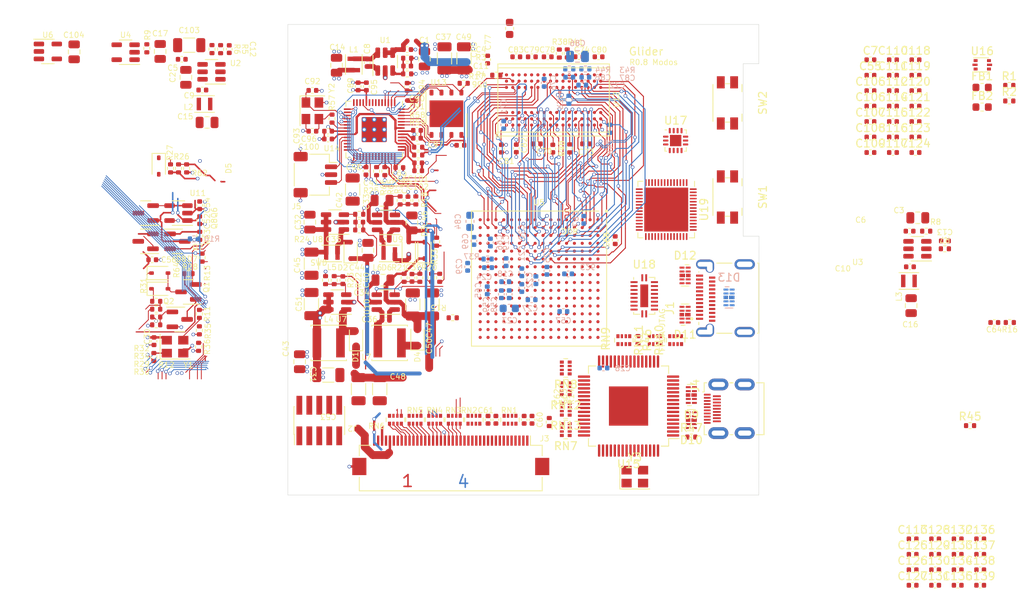
<source format=kicad_pcb>
(kicad_pcb (version 20221018) (generator pcbnew)
  (layers (0 "F.Cu" signal) (1 "In1.Cu" signal) (2 "In2.Cu" signal) (31 "B.Cu" signal) (34 "B.Paste" user) (35 "F.Paste" user) (36 "B.SilkS" user "B.Silkscreen") (37 "F.SilkS" user "F.Silkscreen") (38 "B.Mask" user) (39 "F.Mask" user) (44 "Edge.Cuts" user))
  (net 0 "")
  (net 1 "GND")
  (net 2 "+3V3")
  (net 3 "+1V35")
  (net 4 "+1V0")
  (net 5 "VNEG")
  (net 6 "VCOM")
  (net 7 "VPOS")
  (net 8 "VGH")
  (net 9 "VGL")
  (net 10 "+5V_EPD")
  (net 11 "+DRAM_VREF")
  (net 12 "/fpga/FPGA_TMS")
  (net 13 "/fpga/FPGA_TCK")
  (net 14 "/fpga/FPGA_TDO")
  (net 15 "/fpga/FPGA_TDI")
  (net 16 "EPDC_GDOE")
  (net 17 "EPDC_GDCLK")
  (net 18 "EPDC_GDSP")
  (net 19 "EPDC_SDCE0")
  (net 20 "/fpga/CRESET")
  (net 21 "/fpga_ddr/DRAM_CKP")
  (net 22 "/fpga_ddr/DRAM_CKN")
  (net 23 "EPDC_D8")
  (net 24 "EPDC_D1")
  (net 25 "EPDC_D0")
  (net 26 "EPDC_SDCLK")
  (net 27 "EPDC_D10")
  (net 28 "EPDC_D3")
  (net 29 "EPDC_D2")
  (net 30 "EPDC_D9")
  (net 31 "EPDC_D12")
  (net 32 "EPDC_D5")
  (net 33 "EPDC_D4")
  (net 34 "EPDC_D11")
  (net 35 "EPDC_D14")
  (net 36 "EPDC_D7")
  (net 37 "EPDC_D6")
  (net 38 "EPDC_D13")
  (net 39 "EPDC_SDLE")
  (net 40 "EPDC_SDOE")
  (net 41 "EPDC_D15")
  (net 42 "/fpga_ddr/DRAM_ADDR14")
  (net 43 "/fpga_ddr/DRAM_ADDR10")
  (net 44 "/fpga_ddr/DRAM_ADDR6")
  (net 45 "/fpga_ddr/DRAM_ADDR1")
  (net 46 "/fpga_ddr/DRAM_ADDR0")
  (net 47 "/fpga_ddr/DRAM_CSB")
  (net 48 "/fpga_ddr/DRAM_CASB")
  (net 49 "/fpga_ddr/DRAM_DATA7")
  (net 50 "/fpga_ddr/DRAM_DATA5")
  (net 51 "/fpga_ddr/DRAM_LDQSP")
  (net 52 "/fpga_ddr/DRAM_DATA1")
  (net 53 "/fpga_ddr/DRAM_ADDR13")
  (net 54 "/fpga_ddr/DRAM_ADDR9")
  (net 55 "/fpga_ddr/DRAM_ADDR5")
  (net 56 "/fpga_ddr/DRAM_ADDR2")
  (net 57 "/fpga_ddr/DRAM_BA0")
  (net 58 "/fpga_ddr/DRAM_RASB")
  (net 59 "/fpga_ddr/DRAM_WEB")
  (net 60 "/fpga_ddr/DRAM_DATA6")
  (net 61 "/fpga_ddr/DRAM_DATA4")
  (net 62 "/fpga_ddr/DRAM_LDQSN")
  (net 63 "/fpga_ddr/DRAM_DATA13")
  (net 64 "/fpga_ddr/DRAM_DATA12")
  (net 65 "/fpga_ddr/DRAM_ADDR12")
  (net 66 "/fpga_ddr/DRAM_ADDR11")
  (net 67 "/fpga_ddr/DRAM_ADDR8")
  (net 68 "/fpga_ddr/DRAM_ADDR7")
  (net 69 "/fpga_ddr/DRAM_BA1")
  (net 70 "/fpga_ddr/DRAM_CKE")
  (net 71 "/fpga_ddr/DRAM_ODT")
  (net 72 "/fpga_ddr/DRAM_DATA3")
  (net 73 "/fpga_ddr/DRAM_DATA2")
  (net 74 "/fpga_ddr/DRAM_LDM")
  (net 75 "/fpga_ddr/DRAM_DATA14")
  (net 76 "/fpga_ddr/DRAM_DATA10")
  (net 77 "/fpga_ddr/DRAM_DATA8")
  (net 78 "FPGA_PROG")
  (net 79 "FPGA_SUSP")
  (net 80 "/fpga_ddr/FPGA_INIT")
  (net 81 "/fpga_ddr/DRAM_ADDR4")
  (net 82 "/fpga_ddr/DRAM_ADDR3")
  (net 83 "/fpga_ddr/DRAM_BA2")
  (net 84 "/fpga_ddr/DRAM_RST")
  (net 85 "/fpga_ddr/DRAM_DATA0")
  (net 86 "/fpga_ddr/DRAM_DATA15")
  (net 87 "/fpga_ddr/DRAM_DATA11")
  (net 88 "/fpga_ddr/DRAM_DATA9")
  (net 89 "/fpga_ddr/DRAM_UDQSN")
  (net 90 "/fpga_ddr/DRAM_UDM")
  (net 91 "/fpga_ddr/DRAM_UDQSP")
  (net 92 "EPD_VCOM_PWM")
  (net 93 "VBUS")
  (net 94 "TMDS_D1N")
  (net 95 "/eink/ESDCLK")
  (net 96 "/eink/ED0")
  (net 97 "/eink/ED8")
  (net 98 "/eink/ED1")
  (net 99 "/eink/ED9")
  (net 100 "/eink/ED2")
  (net 101 "/eink/ED10")
  (net 102 "/eink/ED3")
  (net 103 "/eink/ED11")
  (net 104 "/eink/ED4")
  (net 105 "/eink/ED12")
  (net 106 "/eink/ED5")
  (net 107 "/eink/ED13")
  (net 108 "/eink/ED6")
  (net 109 "/eink/ED14")
  (net 110 "/eink/ED7")
  (net 111 "/eink/ED15")
  (net 112 "/eink/ESDLE")
  (net 113 "/eink/ESDOE")
  (net 114 "+5V")
  (net 115 "TMDS_D1P")
  (net 116 "TMDS_D2N")
  (net 117 "TMDS_D2P")
  (net 118 "TMDS_CKN")
  (net 119 "TMDS_CKP")
  (net 120 "TMDS_D0N")
  (net 121 "TMDS_D0P")
  (net 122 "/dp_in/TX1N")
  (net 123 "/dp_in/TX1NC")
  (net 124 "/dp_in/TX1P")
  (net 125 "FPGA_DONE")
  (net 126 "DDC_SCL")
  (net 127 "DDC_SDA")
  (net 128 "/eink/GDOE")
  (net 129 "/eink/GDCLK")
  (net 130 "/eink/GDSP")
  (net 131 "/eink/SDCE0")
  (net 132 "/eink/EN_VGL")
  (net 133 "/eink/EN_VNEG")
  (net 134 "/mcu/XIN")
  (net 135 "/mcu/MCU_1V1")
  (net 136 "/mcu/QSPI_SS")
  (net 137 "/mcu/XOUT")
  (net 138 "/dp_in/TX1PC")
  (net 139 "KEY")
  (net 140 "FPGA_CS")
  (net 141 "FPGA_MOSI")
  (net 142 "FPGA_SCLK")
  (net 143 "FPGA_MISO")
  (net 144 "/dp_in/RX1N")
  (net 145 "/mcu/GPIO6")
  (net 146 "/dp_in/RX1NC")
  (net 147 "/mcu/SWCLK")
  (net 148 "/mcu/SWD")
  (net 149 "/mcu/RUN")
  (net 150 "/mcu/GPIO16")
  (net 151 "/mcu/GPIO20")
  (net 152 "EPD_PWR_EN")
  (net 153 "/mcu/GPIO23")
  (net 154 "/mcu/GPIO24")
  (net 155 "/mcu/GPIO25")
  (net 156 "GCLK")
  (net 157 "/mcu/GPIO29_ADC3")
  (net 158 "/mcu/QSPI_SD3")
  (net 159 "/mcu/QSPI_SCLK")
  (net 160 "/mcu/QSPI_SD0")
  (net 161 "/mcu/QSPI_SD2")
  (net 162 "/mcu/QSPI_SD1")
  (net 163 "Net-(U1-BS)")
  (net 164 "Net-(U1-SW)")
  (net 165 "Net-(U2-SW)")
  (net 166 "Net-(U2-BS)")
  (net 167 "Net-(U3-BS)")
  (net 168 "Net-(U3-SW)")
  (net 169 "Net-(U1-FB)")
  (net 170 "Net-(U2-FB)")
  (net 171 "Net-(U3-FB)")
  (net 172 "Net-(U9-SW)")
  (net 173 "Net-(U9-BS)")
  (net 174 "Net-(U10-BS)")
  (net 175 "Net-(U10-SW)")
  (net 176 "Net-(U9-FB)")
  (net 177 "Net-(U10-FB)")
  (net 178 "Net-(U7-NFB)")
  (net 179 "Net-(U8-NFB)")
  (net 180 "Net-(U11-+)")
  (net 181 "Net-(C93-Pad1)")
  (net 182 "Net-(D1-A)")
  (net 183 "Net-(D2-A)")
  (net 184 "Net-(D7-K)")
  (net 185 "Net-(D7-A)")
  (net 186 "Net-(D8-K)")
  (net 187 "/dp_in/RX1P")
  (net 190 "/dp_in/RX1PC")
  (net 192 "Net-(U15-XTALP)")
  (net 193 "/dp_in/TX2N")
  (net 202 "HDMI_DET")
  (net 205 "Net-(Q1-G)")
  (net 206 "Net-(Q2-B)")
  (net 207 "Net-(U4-SET)")
  (net 208 "Net-(U5A-IO_L1P_HSWAPEN_0)")
  (net 209 "Net-(Y1-OUT)")
  (net 210 "Net-(Y1-EN)")
  (net 211 "Net-(U6-SET)")
  (net 212 "Net-(U5B-IO_L1N_M0_CMPMISO_2)")
  (net 213 "Net-(U5B-IO_L13P_M1_2)")
  (net 214 "Net-(U5B-IO_L1P_3)")
  (net 215 "Net-(U12-ZQ)")
  (net 216 "Net-(R56-Pad2)")
  (net 217 "Net-(U14-USB_DP)")
  (net 218 "Net-(U14-USB_DM)")
  (net 314 "/dp_in/TX2NC")
  (net 315 "/dp_in/TX2P")
  (net 316 "/dp_in/TX2PC")
  (net 317 "/dp_in/RX2N")
  (net 318 "/dp_in/RX2NC")
  (net 319 "Net-(Q6-G)")
  (net 320 "Net-(Q6-S)")
  (net 321 "Net-(Q7-G)")
  (net 322 "Net-(Q8-G)")
  (net 323 "VCOM_MEA")
  (net 324 "Net-(Q8-D)")
  (net 325 "VCOM_EN")
  (net 326 "VCOM_MEA_EN")
  (net 327 "/dp_in/RX2P")
  (net 328 "/dp_in/RX2PC")
  (net 329 "/dp_in/SBU1")
  (net 330 "/dp_in/DPAUXP")
  (net 331 "/dp_in/SBU2")
  (net 332 "/dp_in/DPAUXN")
  (net 333 "Net-(U19-VDD18REG)")
  (net 334 "Net-(C117-Pad1)")
  (net 335 "Net-(C118-Pad1)")
  (net 336 "/dp_in/CC1")
  (net 337 "USB_DP")
  (net 338 "USB_DN")
  (net 339 "/dp_in/CC2")
  (net 340 "Net-(U15-XTALN)")
  (net 341 "+1V8")
  (net 342 "/tmds_in/TMDS_D1N")
  (net 343 "DP_PDN")
  (net 344 "Net-(U19-TESTMODE)")
  (net 345 "TCPC_SDA")
  (net 346 "TCPC_SCL")
  (net 347 "DP_VALID")
  (net 348 "DP_HPD")
  (net 349 "TYPEC_ORI")
  (net 350 "TCPC_INT")
  (net 351 "/dp_in/DP1N")
  (net 352 "/dp_in/DP1P")
  (net 353 "/dp_in/DP0N")
  (net 354 "/dp_in/DP0P")
  (net 355 "/tmds_in/TMDS_D1P")
  (net 362 "I2C_SDA")
  (net 363 "I2C_SCL")
  (net 373 "LVDS_EVEN_CP")
  (net 374 "LVDS_EVEN_CN")
  (net 375 "LVDS_EVEN_BP")
  (net 376 "LVDS_EVEN_BN")
  (net 377 "LVDS_EVEN_AP")
  (net 378 "LVDS_EVEN_AN")
  (net 381 "LVDS_ODD_CKP")
  (net 382 "LVDS_ODD_CKN")
  (net 383 "LVDS_ODD_CP")
  (net 384 "LVDS_ODD_CN")
  (net 385 "LVDS_ODD_BP")
  (net 386 "LVDS_ODD_BN")
  (net 387 "LVDS_ODD_AP")
  (net 388 "LVDS_ODD_AN")
  (net 391 "/tmds_in/TMDS_D2N")
  (net 392 "/tmds_in/TMDS_D2P")
  (net 393 "/tmds_in/TMDS_CKN")
  (net 394 "/tmds_in/TMDS_CKP")
  (net 395 "/tmds_in/TMDS_D0N")
  (net 396 "/tmds_in/TMDS_D0P")
  (net 397 "/tmds_in/HDMI_SCL")
  (net 398 "/tmds_in/HDMI_SDA")
  (net 399 "/tmds_in/HDMI_5V")
  (net 400 "/tmds_in/HDMI_HPD")
  (net 401 "Net-(RN7-R1.1)")
  (net 402 "Net-(RN7-R2.1)")
  (net 403 "Net-(RN7-R3.1)")
  (net 404 "DPI_DE")
  (net 405 "DPI_HS")
  (net 406 "DPI_VS")
  (net 407 "DPI_PCLK")
  (net 408 "Net-(RN8-R1.1)")
  (net 409 "Net-(RN8-R2.1)")
  (net 410 "Net-(RN8-R3.1)")
  (net 411 "Net-(RN8-R4.1)")
  (net 412 "DPI_G3")
  (net 413 "DPI_G2")
  (net 414 "DPI_G1")
  (net 415 "DPI_G0")
  (net 416 "Net-(RN9-R1.1)")
  (net 417 "Net-(RN9-R2.1)")
  (net 418 "Net-(RN9-R3.1)")
  (net 419 "Net-(RN9-R4.1)")
  (net 420 "DPI_G7")
  (net 421 "DPI_G6")
  (net 422 "DPI_G5")
  (net 423 "DPI_G4")
  (net 424 "Net-(RN10-R1.1)")
  (net 425 "Net-(RN10-R2.1)")
  (net 426 "Net-(RN10-R3.1)")
  (net 427 "Net-(RN10-R4.1)")
  (net 428 "DPI_R7")
  (net 429 "DPI_R6")
  (net 430 "DPI_R5")
  (net 431 "DPI_R4")
  (net 432 "Net-(RN11-R1.1)")
  (net 433 "Net-(RN11-R2.1)")
  (net 434 "Net-(RN11-R3.1)")
  (net 435 "Net-(RN11-R4.1)")
  (net 436 "DPI_R3")
  (net 437 "DPI_R2")
  (net 438 "DPI_R1")
  (net 439 "DPI_R0")
  (net 440 "Net-(RN12-R1.1)")
  (net 441 "Net-(RN12-R2.1)")
  (net 442 "Net-(RN12-R3.1)")
  (net 443 "Net-(RN12-R4.1)")
  (net 444 "DPI_B7")
  (net 445 "DPI_B6")
  (net 446 "DPI_B5")
  (net 447 "DPI_B4")
  (net 448 "Net-(RN13-R1.1)")
  (net 449 "Net-(RN13-R2.1)")
  (net 450 "Net-(RN13-R3.1)")
  (net 451 "Net-(RN13-R4.1)")
  (net 452 "DPI_B3")
  (net 453 "DPI_B2")
  (net 454 "DPI_B1")
  (net 455 "DPI_B0")
  (net 456 "VIN_HPD")
  (net 461 "ADV_INT")
  (net 462 "DEC_RST")
  (net 464 "Net-(U15-LLC)")
  (footprint "Resistor_SMD:R_0402_1005Metric" (layer "F.Cu") (at 110.2 44.3)
    (fp_text reference "R3")
    (fp_text value "91K/1%")
  )
  (footprint "Resistor_SMD:R_0402_1005Metric" (layer "F.Cu") (at 116 77.4)
    (fp_text reference "R15")
    (fp_text value "1K/1%")
  )
  (footprint "Capacitor_SMD:C_0402_1005Metric" (layer "F.Cu") (at 100.125 53.605 180)
    (fp_text reference "C96")
    (fp_text value "100nF")
  )
  (footprint "Capacitor_SMD:C_0402_1005Metric" (layer "F.Cu") (at 103.95 47.9 90)
    (fp_text reference "C89")
    (fp_text value "1uF")
  )
  (footprint "Inductor_SMD:L_Murata_DFE201610P" (layer "F.Cu") (at 107.9125 69.2)
    (fp_text reference "L6")
    (fp_text value "FTC201610S4R7MBCA")
  )
  (footprint "Resistor_SMD:R_Array_Convex_4x0402" (layer "F.Cu") (at 118.7 90.4 90)
    (fp_text reference "RN2")
    (fp_text value "33R / 4D02WGF330JTCE")
  )
  (footprint "Capacitor_SMD:C_0402_1005Metric" (layer "F.Cu") (at 83.7625 63.05 -90)
    (fp_text reference "C54")
    (fp_text value "100nF")
  )
  (footprint "footprints:RP2040-QFN-56" (layer "F.Cu") (at 106 53.4 -90)
    (fp_text reference "U14")
    (fp_text value "RP2040")
  )
  (footprint "Resistor_SMD:R_0402_1005Metric" (layer "F.Cu") (at 100.9 72.6 90)
    (fp_text reference "R22")
    (fp_text value "240K/1%")
  )
  (footprint "Capacitor_SMD:C_0805_2012Metric" (layer "F.Cu") (at 175.25 64.65 180)
    (fp_text reference "C3")
    (fp_text value "10uF/10V")
  )
  (footprint "Inductor_SMD:L_Murata_DFE201610P" (layer "F.Cu") (at 84.38 50.14)
    (fp_text reference "L2")
    (fp_text value "FTC201610S4R7MBCA")
  )
  (footprint "Package_TO_SOT_SMD:TSOT-23-6" (layer "F.Cu") (at 85.2675 46.04 180)
    (fp_text reference "U2")
    (fp_text value "SY8120")
  )
  (footprint "Resistor_SMD:R_0402_1005Metric" (layer "F.Cu") (at 82.3375 71.765)
    (fp_text reference "R28")
    (fp_text value "120K/1%")
  )
  (footprint "Resistor_SMD:R_0402_1005Metric" (layer "F.Cu") (at 109.3 62.432615 -90)
    (fp_text reference "R19")
    (fp_text value "10K/1%")
  )
  (footprint "Resistor_SMD:R_0402_1005Metric" (layer "F.Cu") (at 114.34 72.3 -90)
    (fp_text reference "R31")
    (fp_text value "120K/1%")
  )
  (footprint "Capacitor_SMD:C_1206_3216Metric" (layer "F.Cu") (at 114.95 44.325 -90)
    (fp_text reference "C37")
    (fp_text value "47uF/10V")
  )
  (footprint "MountingHole:MountingHole_2.2mm_M2_DIN965" (layer "F.Cu") (at 152 43)
    (fp_text reference "H4" hide)
    (fp_text value "MountingHole")
  )
  (footprint "Capacitor_SMD:C_0402_1005Metric" (layer "F.Cu") (at 183.2 105.59)
    (fp_text reference "C136")
    (fp_text value "100nF")
  )
  (footprint "Capacitor_SMD:C_1206_3216Metric" (layer "F.Cu") (at 113.3625 75.7 90)
    (fp_text reference "C50")
    (fp_text value "10uF/50V")
  )
  (footprint "Capacitor_SMD:C_0402_1005Metric" (layer "F.Cu") (at 111.6 58.65)
    (fp_text reference "C102")
    (fp_text value "1uF")
  )
  (footprint "Capacitor_SMD:C_0402_1005Metric" (layer "F.Cu") (at 83.7625 64.95 90)
    (fp_text reference "C52")
    (fp_text value "220nF")
  )
  (footprint "Capacitor_SMD:C_0402_1005Metric" (layer "F.Cu") (at 98.125 53.605 180)
    (fp_text reference "C93")
    (fp_text value "18pF")
  )
  (footprint "Capacitor_SMD:C_0402_1005Metric" (layer "F.Cu") (at 109.200378 58.245134)
    (fp_text reference "C99")
    (fp_text value "100nF")
  )
  (footprint "Capacitor_SMD:C_0805_2012Metric" (layer "F.Cu") (at 78.73 43.44 -90)
    (fp_text reference "C17")
    (fp_text value "10uF/10V")
  )
  (footprint "Resistor_SMD:R_Array_Convex_4x0402" (layer "F.Cu") (at 144.4 80.25 90)
    (fp_text reference "RN10")
    (fp_text value "33R / 4D02WGF330JTCE")
  )
  (footprint "Capacitor_SMD:C_0402_1005Metric" (layer "F.Cu") (at 174.2 66.35 180)
    (fp_text reference "C6")
    (fp_text value "100nF")
  )
  (footprint "Capacitor_SMD:C_0402_1005Metric" (layer "F.Cu") (at 81.48 44.44)
    (fp_text reference "C5")
    (fp_text value "100nF")
  )
  (footprint "Resistor_SMD:R_0402_1005Metric" (layer "F.Cu") (at 110.2 46.3 180)
    (fp_text reference "R4")
    (fp_text value "20K/1%")
  )
  (footprint "Capacitor_SMD:C_0402_1005Metric" (layer "F.Cu") (at 183.2 107.56)
    (fp_text reference "C137")
    (fp_text value "100nF")
  )
  (footprint "Capacitor_SMD:C_0402_1005Metric" (layer "F.Cu") (at 124.1 55.8 -90)
    (fp_text reference "C82")
    (fp_text value "220nF")
  )
  (footprint "Package_QFP:LQFP-64-1EP_10x10mm_P0.5mm_EP5x5mm" (layer "F.Cu") (at 138.4 88.65 180)
    (fp_text reference "U15")
    (fp_text value "ADV7611")
  )
  (footprint "Button_Switch_SMD:Panasonic_EVQPUL_EVQPUC" (layer "F.Cu") (at 151 50 -90)
    (fp_text reference "SW2")
    (fp_text value "SW")
  )
  (footprint "Package_SON:WSON-8-1EP_6x5mm_P1.27mm_EP3.4x4.3mm" (layer "F.Cu") (at 115.2 51.382019 -90)
    (fp_text reference "U13")
    (fp_text value "W25Q32JV")
  )
  (footprint "Capacitor_SMD:C_0402_1005Metric" (layer "F.Cu") (at 174.59 107.56)
    (fp_text reference "C125")
    (fp_text value "18pF")
  )
  (footprint "Capacitor_SMD:C_0402_1005Metric" (layer "F.Cu") (at 172.085 44.505)
    (fp_text reference "C110")
    (fp_text value "100nF")
  )
  (footprint "Diode_SMD:D_SOD-323" (layer "F.Cu") (at 103 68.8 90)
    (fp_text reference "D2")
    (fp_text value "1N5819WS")
  )
  (footprint "Capacitor_SMD:C_0402_1005Metric" (layer "F.Cu") (at 126.079999 44.125001)
    (fp_text reference "C79")
    (fp_text value "220nF")
  )
  (footprint "Capacitor_SMD:C_0402_1005Metric" (layer "F.Cu") (at 177.46 109.53)
    (fp_text reference "C130")
    (fp_text value "100nF")
  )
  (footprint "Package_TO_SOT_SMD:SOT-23" (layer "F.Cu") (at 76.8925 64.05 180)
    (fp_text reference "Q6")
    (fp_text value "AO3400A")
  )
  (footprint "Capacitor_SMD:C_0402_1005Metric" (layer "F.Cu") (at 174.25 70.9)
    (fp_text reference "C10")
    (fp_text value "100nF")
  )
  (footprint "Resistor_SMD:R_0402_1005Metric" (layer "F.Cu") (at 77.925 82.405 90)
    (fp_text reference "R12")
    (fp_text value "4.7K")
  )
  (footprint "Resistor_SMD:R_Array_Convex_4x0402" (layer "F.Cu") (at 130.4 91.65 180)
    (fp_text reference "RN7")
    (fp_text value "33R / 4D02WGF330JTCE")
  )
  (footprint "Oscillator:Oscillator_SMD_Abracon_ASE-4Pin_3.2x2.5mm" (layer "F.Cu") (at 139.2 97.65)
    (fp_text reference "Y3")
    (fp_text value "28.63636MHz")
  )
  (footprint "Capacitor_SMD:C_0402_1005Metric" (layer "F.Cu") (at 122.2 55.825 -90)
    (fp_text reference "C81")
    (fp_text value "220nF")
  )
  (footprint "Diode_SMD:D_SOD-323" (layer "F.Cu") (at 112.4 68.8 90)
    (fp_text reference "D6")
    (fp_text value "1N5819WS")
  )
  (footprint "Capacitor_SMD:C_0402_1005Metric" (layer "F.Cu") (at 105.1 44.875 -90)
    (fp_text reference "C8")
    (fp_text value "100nF")
  )
  (footprint "Resistor_SMD:R_0402_1005Metric" (layer "F.Cu") (at 111.8125 72.3 90)
    (fp_text reference "R20")
    (fp_text value "91K/1%")
  )
  (footprint "Inductor_SMD:L_Murata_DFE201610P" (layer "F.Cu") (at 174.12 72.7)
    (fp_text reference "L3")
    (fp_text value "FTC201610S4R7MBCA")
  )
  (footprint "Capacitor_SMD:C_0402_1005Metric" (layer "F.Cu") (at 77.945 80.38 90)
    (fp_text reference "C30")
    (fp_text value "220nF")
  )
  (footprint "Capacitor_SMD:C_0402_1005Metric" (layer "F.Cu") (at 126.7 55.225 180)
    (fp_text reference "C70")
    (fp_text value "220nF")
  )
  (footprint "Capacitor_SMD:C_0402_1005Metric" (layer "F.Cu") (at 110.8125 72.3 90)
    (fp_text reference "C39")
    (fp_text value "22pF")
  )
  (footprint "Capacitor_SMD:C_0402_1005Metric" (layer "F.Cu") (at 128.75 55.825 -90)
    (fp_text reference "C75")
    (fp_text value "220nF")
  )
  (footprint "Package_TO_SOT_SMD:TSOT-23-6" (layer "F.Cu") (at 107.4 44.7375 90)
    (fp_text reference "U1")
    (fp_text value "SY8120")
  )
  (footprint "Resistor_SMD:R_0402_1005Metric" (layer "F.Cu") (at 99.8 72.6 -90)
    (fp_text reference "R23")
    (fp_text value "10K/1%")
  )
  (footprint "Resistor_SMD:R_0402_1005Metric" (layer "F.Cu") (at 113.3 72.3 90)
    (fp_text reference "R33")
    (fp_text value "120K/1%")
  )
  (footprint "Capacitor_SMD:C_0402_1005Metric" (layer "F.Cu") (at 180.33 111.5)
    (fp_text reference "C135")
    (fp_text value "100nF")
  )
  (footprint "Resistor_SMD:R_0402_1005Metric" (layer "F.Cu") (at 83.725 79 90)
    (fp_text reference "R35")
    (fp_text value "0R")
  )
  (footprint "Capacitor_SMD:C_0402_1005Metric" (layer "F.Cu") (at 174.955 50.415)
    (fp_text reference "C121")
    (fp_text value "100nF")
  )
  (footprint "Resistor_SMD:R_0402_1005Metric" (layer "F.Cu") (at 111.3 62.432615 90)
    (fp_text reference "R18")
    (fp_text value "240K/1%")
  )
  (footprint "Capacitor_SMD:C_0402_1005Metric" (layer "F.Cu") (at 116.98 55.4 180)
    (fp_text reference "C97")
    (fp_text value "100nF")
  )
  (footprint "Capacitor_SMD:C_0402_1005Metric" (layer "F.Cu") (at 110.2 47.95 90)
    (fp_text reference "C94")
    (fp_text value "100nF")
  )
  (footprint "Capacitor_SMD:C_0402_1005Metric" (layer "F.Cu") (at 98.125 48.405)
    (fp_text reference "C92")
    (fp_text value "18pF")
  )
  (footprint "Capacitor_SMD:C_0402_1005Metric" (layer "F.Cu") (at 120.45 44.475 90)
    (fp_text reference "C77")
    (fp_text value "220nF")
  )
  (footprint "Capacitor_SMD:C_0805_2012Metric" (layer "F.Cu") (at 174.4 75.85 90)
    (fp_text reference "C16")
    (fp_text value "10uF/10V")
  )
  (footprint "Package_TO_SOT_SMD:SOT-23-6" (layer "F.Cu") (at 101 65.2 180)
    (fp_text reference "U8")
    (fp_text value "MT3608(SOT23-6)")
  )
  (footprint "Resistor_SMD:R_0402_1005Metric" (layer "F.Cu") (at 146.4 92.6)
    (fp_text reference "R47")
    (fp_text value "10K")
  )
  (footprint "Package_TO_SOT_SMD:TSOT-23-6" (layer "F.Cu") (at 107.5 65.232615 180)
    (fp_text reference "U9")
    (fp_text value "LGS5148")
  )
  (footprint "Capacitor_SMD:C_0402_1005Metric" (layer "F.Cu") (at 169.215 46.475)
    (fp_text reference "C55")
    (fp_text value "100nF")
  )
  (footprint "Capacitor_SMD:C_0402_1005Metric" (layer "F.Cu") (at 87.53 43.14 90)
    (fp_text reference "C12")
    (fp_text value "47pF")
  )
  (footprint "Resistor_SMD:R_Array_Convex_4x0402" (layer "F.Cu") (at 113.7 90.4 90)
    (fp_text reference "RN4")
    (fp_text value "33R / 4D02WGF330JTCE")
  )
  (footprint "Capacitor_SMD:C_0402_1005Metric" (layer "F.Cu") (at 174.59 105.59)
    (fp_text reference "C113")
    (fp_text value "18pF")
  )
  (footprint "Package_TO_SOT_SMD:SOT-23-5" (layer "F.Cu") (at 81.0625 64.05 180)
    (fp_text reference "U11")
    (fp_text value "LM321")
  )
  (footprint "Oscillator:Oscillator_SMD_Abracon_ASE-4Pin_3.2x2.5mm" (layer "F.Cu") (at 80.625 81.08)
    (fp_text reference "Y1")
    (fp_text value "33MHz")
  )
  (footprint "Resistor_SMD:R_0402_1005Metric" (layer "F.Cu") (at 84.075 69.725 90)
    (fp_text reference "R13")
    (fp_text value "4.7K")
  )
  (footprint "Capacitor_SMD:C_0402_1005Metric" (layer "F.Cu") (at 107.4375 67.5)
    (fp_text reference "C35")
    (fp_text value "100nF")
  )
  (footprint "Capacitor_SMD:C_0402_1005Metric" (layer "F.Cu") (at 174.955 48.445)
    (fp_text reference "C120")
    (fp_text value "100nF")
  )
  (footprint "Package_TO_SOT_SMD:SOT-23-6" (layer "F.Cu") (at 101.3 75.4 180)
    (fp_text reference "U7")
    (fp_text value "MT3608(SOT23-6)")
  )
  (footprint "Inductor_SMD:L_0603_1608Metric" (layer "F.Cu") (at 183.445 50.535)
    (fp_text reference "FB2")
    (fp_text value "120")
  )
  (footprint "Resistor_SMD:R_Array_Convex_4x0402" (layer "F.Cu") (at 141.8 80.25 90)
    (fp_text reference "RN11")
    (fp_text value "33R / 4D02WGF330JTCE")
  )
  (footprint "Package_TO_SOT_SMD:SOT-23-5" (layer "F.Cu") (at 64.42 43.44)
    (fp_text reference "U6")
    (fp_text value "MT9700")
  )
  (footprint "Capacitor_SMD:C_0402_1005Metric" (layer "F.Cu") (at 177.46 105.59)
    (fp_text reference "C128")
    (fp_text value "100nF")
  )
  (footprint "Resistor_SMD:R_0402_1005Metric" (layer "F.Cu") (at 186.97 78 180)
    (fp_text reference "R16")
    (fp_text value "4.7K")
  )
  (footprint "Resistor_SMD:R_0402_1005Metric" (layer "F.Cu") (at 139.6 80.25 -90)
    (fp_text reference "R46")
    (fp_text value "33")
  )
  (footprint "Capacitor_SMD:C_1206_3216Metric" (layer "F.Cu") (at 82.43 42.64 180)
    (fp_text reference "C103")
    (fp_text value "47uF/10V")
  )
  (footprint "Capacitor_SMD:C_0402_1005Metric" (layer "F.Cu") (at 178.7 67.6)
    (fp_text reference "C13")
    (fp_text value "47pF")
  )
  (footprint "Capacitor_SMD:C_0805_2012Metric" (layer "F.Cu") (at 112.4 44.4 90)
    (fp_text reference "C1")
    (fp_text value "10uF/10V")
  )
  (footprint "Connector_PinHeader_1.27mm:PinHeader_2x05_P1.27mm_Vertical_SMD" (layer "F.Cu") (at 99 90.5 90)
    (fp_text reference "J2")
    (fp_text value "DNP")
  )
  (footprint "Diode_SMD:D_SOD-323" (layer "F.Cu") (at 103.6875 80 90)
    (fp_text reference "D1")
    (fp_text value "1N5819WS")
  )
  (footprint "Capacitor_SMD:C_0402_1005Metric" (layer "F.Cu") (at 133 55.225)
    (fp_text reference "C73")
    (fp_text value "220nF")
  )
  (footprint "Capacitor_SMD:C_0805_2012Metric" (layer "F.Cu") (at 82.005 46.74 90)
    (fp_text reference "C2")
    (fp_text value "10uF/10V")
  )
  (footprint "MountingHole:MountingHole_2.2mm_M2_DIN965" (layer "F.Cu") (at 98 43)
    (fp_text reference "H1" hide)
    (fp_text value "MountingHole")
  )
  (footprint "Resistor_SMD:R_0402_1005Metric" (layer "F.Cu") (at 130.589998 43.694999 90)
    (fp_text reference "R41")
    (fp_text value "240R/1%")
  )
  (footprint "Capacitor_SMD:C_0402_1005Metric" (layer "F.Cu") (at 172.085 52.385)
    (fp_text reference "C115")
    (fp_text value "100nF")
  )
  (footprint "Capacitor_SMD:C_0402_1005Metric" (layer "F.Cu") (at 110.2 43.2 180)
    (fp_text reference "C4")
    (fp_text value "100nF")
  )
  (footprint "Package_DFN_QFN:WQFN-20-1EP_2.5x4.5mm_P0.5mm_EP1x2.9mm" (layer "F.Cu") (at 140.4 74.6)
    (fp_text reference "U18")
    (fp_text value "CBTL02043A")
  )
  (footprint "Capacitor_SMD:C_0805_2012Metric" (layer "F.Cu") (at 107 62.432615 180)
    (fp_text reference "C33")
    (fp_text value "4.7uF/50V")
  )
  (footprint "Resistor_SMD:R_0402_1005Metric" (layer "F.Cu") (at 100.625 52.005 90)
    (fp_text reference "R57")
    (fp_text value "1K")
  )
  (footprint "Capacitor_SMD:C_0402_1005Metric" (layer "F.Cu") (at 104.95 58.675 -90)
    (fp_text reference "C98")
    (fp_text value "100nF")
  )
  (footprint "Resistor_SMD:R_0402_1005Metric" (layer "F.Cu") (at 130.9 55.8 -90)
    (fp_text reference "R40")
    (fp_text value "4.7K")
  )
  (footprint "Capacitor_SMD:C_1206_3216Metric" (layer "F.Cu") (at 100.15 84.7 180)
    (fp_text reference "C53")
    (fp_text value "47uF/10V")
  )
  (footprint "Resistor_SMD:R_0402_1005Metric" (layer "F.Cu") (at 121.55 46.465 180)
    (fp_text reference "R17")
    (fp_text value "10K/1%")
  )
  (footprint "Resistor_SMD:R_0402_1005Metric" (layer "F.Cu") (at 109.8125 72.3 -90)
    (fp_text reference "R21")
    (fp_text value "5.1K/1%")
  )
  (footprint "Resistor_SMD:R_0402_1005Metric" (layer "F.Cu") (at 186.905 47.765)
    (fp_text reference "R1")
    (fp_text value "4.7K")
  )
  (footprint "Capacitor_SMD:C_0603_1608Metric" (layer "F.Cu") (at 123.25 40.5 -90)
    (fp_text reference "C85")
    (fp_text value "22uF")
  )
  (footprint "footprints:Xilinx_FTG256" (layer "F.Cu") (at 127 72.4 -90)
    (fp_text reference "U5")
    (fp_text value "XC6SLX16-FTG256")
  )
  (footprint "Diode_SMD:D_SOD-323" (layer "F.Cu") (at 78.675 71.7)
    (fp_text reference "D7")
    (fp_text value "4148WS")
  )
  (footprint "Capacitor_SMD:C_0402_1005Metric" (layer "F.Cu") (at 174.955 54.355)
    (fp_text reference "C123")
    (fp_text value "100nF")
  )
  (footprint "Capacitor_SMD:C_0805_2012Metric" (layer "F.Cu") (at 110.8 65.3 90)
    (fp_text reference "C46")
    (fp_text value "4.7uF/50V")
  )
  (footprint "Resistor_SMD:R_0402_1005Metric" (layer "F.Cu") (at 81.07 58.35 -90)
    (fp_text reference "R26")
    (fp_text value "91K/1%")
  )
  (footprint "Resistor_SMD:R_0402_1005Metric" (layer "F.Cu") (at 77.03 43.04 90)
    (fp_text reference "R9")
    (fp_text value "10K/1%")
  )
  (footprint "Capacitor_SMD:C_0402_1005Metric" (layer "F.Cu") (at 105 47.9 90)
    (fp_text reference "C95")
    (fp_text value "100nF")
  )
  (footprint "Resistor_SMD:R_0402_1005Metric" (layer "F.Cu") (at 78.225 77.3)
    (fp_text reference "R29")
    (fp_text value "5.1K/1%")
  )
  (footprint "Capacitor_SMD:C_0402_1005Metric" (layer "F.Cu") (at 183.2 109.53)
    (fp_text reference "C138")
    (fp_text value "100nF")
  )
  (footprint "Resistor_SMD:R_Array_Convex_4x0402" (layer "F.Cu") (at 130.4 83.8 180)
    (fp_text reference "RN8")
    (fp_text value "33R / 4D02WGF330JTCE")
  )
  (footprint "Capacitor_SMD:C_0402_1005Metric" (layer "F.Cu") (at 102 72.6 90)
    (fp_text reference "C40")
    (fp_text value "22pF")
  )
  (footprint "Resistor_SMD:R_0402_1005Metric" (layer "F.Cu") (at 111.600378 55.645134 180)
    (fp_text reference "R58")
    (fp_text value "27R")
  )
  (footprint "Package_DFN_QFN:Diodes_UDFN-10_1.0x2.5mm_P0.5mm" (layer "F.Cu") (at 145.6 77 180)
    (fp_text reference "D11")
    (fp_text value "RCLAMP0524P")
  )
  (footprint "Capacitor_SMD:C_0402_1005Metric" (layer "F.Cu") (at 111.600378 57.645134)
    (fp_text reference "C101")
    (fp_text value "100nF")
  )
  (footprint "Resistor_SMD:R_0402_1005Metric" (layer "F.Cu") (at 82.1 58.35 90)
    (fp_text reference "R62")
    (fp_text value "120K/1%")
  )
  (footprint "Resistor_SMD:R_0402_1005Metric" (layer "F.Cu") (at 106.3 58.7 90)
    (fp_text reference "R66")
    (fp_text value "51R")
  )
  (footprint "MountingHole:MountingHole_2.2mm_M2_DIN965" (layer "F.Cu") (at 98 97)
    (fp_text reference "H2" hide)
    (fp_text value "MountingHole")
  )
  (footprint "Capacitor_SMD:C_0805_2012Metric" (layer "F.Cu") (at 101.2 45.2 -90)
    (fp_text reference "C14")
    (fp_text value "10uF/10V")
  )
  (footprint "Capacitor_SMD:C_0402_1005Metric" (layer "F.Cu") (at 174.955 44.505)
    (fp_text reference "C118")
    (fp_text value "1uF")
  )
  (footprint "Package_TO_SOT_SMD:TSOT-23-6" (layer "F.Cu") (at 175.2 68.6 180)
    (fp_text reference "U3")
    (fp_text value "SY8120")
  )
  (footprint "Resistor_SMD:R_0402_1005Metric" (layer "F.Cu") (at 176.32 66.35)
    (fp_text reference "R8")
    (fp_text value "27K/1%")
  )
  (footprint "MountingHole:MountingHole_2.2mm_M2_DIN965" (layer "F.Cu") (at 152 97)
    (fp_text reference "H3" hide)
    (fp_text value "MountingHole")
  )
  (footprint "Resistor_SMD:R_0402_1005Metric" (layer "F.Cu") (at 128.3 90.69 -90)
    (fp_text reference "R14")
    (fp_text value "4.7K")
  )
  (footprint "Package_TO_SOT_SMD:SOT-23" (layer "F.Cu") (at 81.225 77.6)
    (fp_text reference "Q2")
    (fp_text value "S8050")
  )
  (footprint "Capacitor_SMD:C_0402_1005Metric" (layer "F.Cu") (at 169.215 56.325)
    (fp_text reference "C109")
    (fp_text value "100nF")
  )
  (footprint "footprints:AMPHENOL_10137065-00021LF" (layer "F.Cu") (at 153.2 74.89925 90)
    (fp_text reference "J1")
    (fp_text value "USB_C_Receptacle")
    (fp_line (start -4.645 -5.7) (end -4.645 -4.4) (stroke (width 0.01)) (layer "Edge.Cuts"))
    (fp_line (start -4.32 -4.075) (end -3.695 -4.075) (stroke (width 0.01)) (layer "Edge.Cuts"))
    (fp_line (start -3.995 -4.825) (end -3.995 -5.7) (stroke (width 0.01)) (layer "Edge.Cuts"))
    (fp_line (start -3.695 -4.825) (end -3.995 -4.825) (stroke (width 0.01)) (layer "Edge.Cuts"))
    (fp_line (start 3.695 -4.825) (end 3.995 -4.825) (stroke (width 0.01)) (layer "Edge.Cuts"))
    (fp_line (start 3.995 -4.825) (end 3.995 -5.7) (stroke (width 0.01)) (layer "Edge.Cuts"))
    (fp_line (start 4.32 -4.075) (end 3.695 -4.075) (stroke (width 0.01)) (layer "Edge.Cuts"))
    (fp_line (start 4.645 -5.7) (end 4.645 -4.4) (stroke (width 0.01)) (layer "Edge.Cuts"))
    (fp_arc (start -4.645 -5.7) (mid -4.54981 -5.92981) (end -4.32 -6.025) (stroke (width 0.01)) (layer "Edge.Cuts"))
    (fp_arc (start -4.32 -6.025) (mid -4.09019 -5.92981) (end -3.995 -5.7) (stroke (width 0.01)) (layer "Edge.Cuts"))
    (fp_arc (start -4.32 -4.075) (mid -4.54981 -4.17019) (end -4.645 -4.4) (stroke (width 0.01)) (layer "Edge.Cuts"))
    (fp_arc (start -3.695 -4.825) (mid -3.429835 -4.715165) (end -3.32 -4.45) (stroke (width 0.01)) (layer "Edge.Cuts"))
    (fp_arc (start -3.32 -4.45) (mid -3.429835 -4.184835) (end -3.695 -4.075) (stroke (width 0.01)) (layer "Edge.Cuts"))
    (fp_arc (start 3.32 -4.45) (mid 3.429835 -4.715165) (end 3.695 -4.825) (stroke (width 0.01)) (layer "Edge.Cuts"))
    (fp_arc (start 3.695 -4.075) (mid 3.429835 -4.184835) (end 3.32 -4.45) (stroke (width 0.01)) (layer "Edge.Cuts"))
    (fp_arc (start 3.995 -5.7) (mid 4.09019 -5.92981) (end 4.32 -6.025) (stroke (width 0.01)) (layer "Edge.Cuts"))
    (fp_arc (start 4.32 -6.025) (mid 4.54981 -5.92981) (end 4.645 -5.7) (stroke (width 0.01)) (layer "Edge.Cuts"))
    (fp_arc (start 4.645 -4.4) (mid 4.54981 -4.17019) (end 4.32 -4.075) (stroke (width 0.01)) (layer "Edge.Cuts"))
  )
  (footprint "Package_TO_SOT_SMD:SOT-23" (layer "F.Cu") (at 82.325 74.1 180)
    (fp_text reference "Q1")
    (fp_text value "AO3401A")
  )
  (footprint "Resistor_SMD:R_0402_1005Metric" (layer "F.Cu") (at 186.905 49.755)
    (fp_text reference "R2")
    (fp_text value "4.7K")
  )
  (footprint "Capacitor_SMD:C_0805_2012Metric" (layer "F.Cu") (at 105.2 68.8 -90)
    (fp_text reference "C44")
    (fp_text value "4.7uF/50V")
  )
  (footprint "Package_TO_SOT_SMD:SOT-23-5" (layer "F.Cu") (at 74.33 43.54 180)
    (fp_text reference "U4")
    (fp_text value "MT9700")
  )
  (footprint "Capacitor_SMD:C_1206_3216Metric" (layer "F.Cu") (at 110.9125 75.7 90)
    (fp_text reference "C47")
    (fp_text value "10uF/50V")
  )
  (footprint "Connector_HDMI:HDMI_Micro-D_Molex_46765-1x01" (layer "F.Cu") (at 153.2 89 90)
    (fp_text reference "J4")
    (fp_text value "DVI")
  )
  (footprint "Capacitor_SMD:C_0402_1005Metric" (layer "F.Cu") (at 169.215 52.385)
    (fp_text reference "C107")
    (fp_text value "100nF")
  )
  (footprint "Capacitor_SMD:C_0402_1005Metric" (layer "F.Cu") (at 77.725 70 180)
    (fp_text reference "C56")
    (fp_text value "1uF")
  )
  (footprint "Package_DFN_QFN:Diodes_UDFN-10_1.0x2.5mm_P0.5mm" (layer "F.Cu") (at 146.4 87.25 180)
    (fp_text reference "D9")
    (fp_text value "RCLAMP0524P")
  )
  (footprint "Capacitor_SMD:C_0805_2012Metric" (layer "F.Cu") (at 97.8 65.2 -90)
    (fp_text reference "C32")
    (fp_text value "10uF/10V")
  )
  (footprint "Resistor_SMD:R_Array_Convex_4x0402" (layer "F.Cu") (at 137.8 80.25 90)
    (fp_text reference "RN9")
    (fp_text value "33R / 4D02WGF330JTCE")
  )
  (footprint "Capacitor_SMD:C_0402_1005Metric" (layer "F.Cu") (at 174.955 46.475)
    (fp_text reference "C119")
    (fp_text value "100nF")
  )
  (footprint "Package_DFN_QFN:QFN-56-1EP_7x7mm_P0.4mm_EP5.6x5.6mm" (layer "F.Cu") (at 143.2 63.6 -90)
    (fp_text reference "U19")
    (fp_text value "PTN3460")
  )
  (footprint "Resistor_SMD:R_0402_1005Metric" (layer "F.Cu") (at 78.225 76.3)
    (fp_text reference "R34")
    (fp_text value "120K/1%")
  )
  (footprint "Package_TO_SOT_SMD:TSOT-23-6" (layer "F.Cu") (at 107.4625 75.4 180)
    (fp_text reference "U10")
    (fp_text value "LGS5148")
  )
  (footprint "Inductor_SMD:L_0603_1608Metric" (layer "F.Cu") (at 183.445 48.025)
    (fp_text reference "FB1")
    (fp_text value "120")
  )
  (footprint "Capacitor_SMD:C_0402_1005Metric" (layer "F.Cu") (at 169.215 48.445)
    (fp_text reference "C105")
    (fp_text value "100nF")
  )
  (footprint "Resistor_SMD:R_0402_1005Metric" (layer "F.Cu") (at 86.43 43.15 90)
    (fp_text reference "R5")
    (fp_text value "20K/1%")
  )
  (footprint "Button_Switch_SMD:Panasonic_EVQPUL_EVQPUC" (layer "F.Cu") (at 151 62 -90)
    (fp_text reference "SW1")
    (fp_text value "SW")
  )
  (footprint "Package_DFN_QFN:Diodes_UDFN-10_1.0x2.5mm_P0.5mm" (layer "F.Cu") (at 146.4 90.45 180)
    (fp_text reference "D10")
    (fp_text value "RCLAMP0524P")
  )
  (footprint "Capacitor_SMD:C_0402_1005Metric" (layer "F.Cu") (at 172.085 56.325)
    (fp_text reference "C117")
    (fp_text value "1uF")
  )
  (footprint "Resistor_SMD:R_Array_Convex_4x0402" (layer "F.Cu") (at 116.2 90.4 90)
    (fp_text reference "RN3")
    (fp_text value "33R / 4D02WGF330JTCE")
  )
  (footprint "Capacitor_SMD:C_0402_1005Metric" (layer "F.Cu") (at 183.2 111.5)
    (fp_text reference "C139")
    (fp_text value "100nF")
  )
  (footprint "Capacitor_SMD:C_1206_3216Metric" (layer "F.Cu") (at 117.44 44.325 -90)
    (fp_text reference "C49")
    (fp_text value "47uF/10V")
  )
  (footprint "Inductor_SMD:L_Murata_DFE201610P" (layer "F.Cu") (at 103.4 45.1 -90)
    (fp_text reference "L1")
    (fp_text value "FTC201610S4R7MBCA")
  )
  (footprint "Capacitor_SMD:C_0402_1005Metric" (layer "F.Cu") (at 174.955 56.325)
    (fp_text reference "C124")
    (fp_text value "100nF")
  )
  (footprint "Resistor_SMD:R_Array_Convex_4x0402" (layer "F.Cu") (at 130.4 86.45 180)
    (fp_text reference "RN12")
    (fp_text value "33R / 4D02WGF330JTCE")
  )
  (footprint "Resistor_SMD:R_0402_1005Metric" (layer "F.Cu") (at 85.33 43.14 -90)
    (fp_text reference "R6")
    (fp_text value "16K/1%")
  )
  (footprint "Resistor_SMD:R_Array_Convex_4x0402" (layer "F.Cu") (at 108.7 90.4 90)
    (fp_text reference "RN6")
    (fp_text value "33R / 4D02WGF330JTCE")
  )
  (footprint "Capacitor_SMD:C_0402_1005Metric" (layer "F.Cu") (at 84.105 48.356717)
    (fp_text reference "C9")
    (fp_text value "100nF")
  )
  (footprint "Package_DFN_QFN:WQFN-14-1EP_2.5x2.5mm_P0.5mm_EP1.45x1.45mm" (layer "F.Cu") (at 144.4 54.8)
    (fp_text reference "U17")
    (fp_text value "FUSB302BMPX")
  )
  (footprint "Capacitor_SMD:C_0402_1005Metric" (layer "F.Cu") (at 174.59 111.5)
    (fp_text reference "C127")
    (fp_text value "100nF")
  )
  (footprint "Package_TO_SOT_SMD:SOT-666" (layer "F.Cu") (at 183.465 45.145)
    (fp_text reference "U16")
    (fp_text value "USBLC6-2P6")
  )
  (footprint "Resistor_SMD:R_0402_1005Metric" (layer "F.Cu") (at 83.725 76.9 -90)
    (fp_text reference "R11")
    (fp_text value "27R")
  )
  (footprint "Capacitor_SMD:C_0402_1005Metric" (layer "F.Cu") (at 169.215 54.355)
    (fp_text reference "C108")
    (fp_text value "100nF")
  )
  (footprint "Capacitor_SMD:C_0402_1005Metric" (layer "F.Cu") (at 169.215 50.415)
    (fp_text reference "C106")
    (fp_text value "100nF")
  )
  (footprint "Capacitor_SMD:C_0402_1005Metric" (layer "F.Cu") (at 128.1 44.124999 180)
    (fp_text reference "C78")
    (fp_text value "220nF")
  )
  (footprint "Capacitor_SMD:C_1206_3216Metric" (layer "F.Cu") (at 106.7 86.5 90)
    (fp_text reference "C48")
    (fp_text value "10uF/50V")
  )
  (footprint "Capacitor_SMD:C_1206_3216Metric" (layer "F.Cu") (at 98 75.65 -90)
    (fp_text reference "C51")
    (fp_text value "47uF/10V")
  )
  (footprint "Capacitor_SMD:C_1206_3216Metric" (layer "F.Cu") (at 104 86.5 90)
    (fp_text reference "C43")
    (fp_text value "10uF/50V")
  )
  (footprint "Resistor_SMD:R_0402_1005Metric" (layer "F.Cu") (at 113.95 67.7 -90)
    (fp_text reference "R64")
    (fp_text value "20K/1%")
  )
  (footprint "Capacitor_SMD:C_0402_1005Metric" (layer "F.Cu") (at 134.58 44.124999)
    (fp_text reference "C80")
    (fp_text value "220nF")
  )
  (footprint "Capacitor_SMD:C_0402_1005Metric" (layer "F.Cu") (at 177.46 111.5)
    (fp_text reference "C131")
    (fp_text value "100nF")
  )
  (footprint "Capacitor_SMD:C_0402_1005Metric" (layer "F.Cu") (at 185 78 180)
    (fp_text reference "C64")
    (fp_text value "220nF")
  )
  (footprint "Capacitor_SMD:C_0402_1005Metric" (layer "F.Cu") (at 110.2 45.3)
    (fp_text reference "C11")
    (fp_text value "47pF")
  )
  (footprint "Resistor_SMD:R_0402_1005Metric" (layer "F.Cu") (at 78.225 75.3 180)
    (fp_text reference "R32")
    (fp_text value "120K/1%")
  )
  (footprint "Capacitor_SMD:C_0402_1005Metric" (layer "F.Cu") (at 100.125 54.605 180)
    (fp_text reference "C100")
    (fp_text value "100nF")
  )
  (footprint "Resistor_SMD:R_0402_1005Metric" (layer "F.Cu") (at 178.7 68.6)
    (fp_text reference "R7")
    (fp_text value "16K/1%")
  )
  (footprint "Capacitor_SMD:C_1206_3216Metric" (layer "F.Cu") (at 98 70.5 90)
    (fp_text reference "C45")
    (fp_text value "47uF/10V")
  )
  (footprint "footprints:BGA-96_9.0x14.0mm_P0.8mm" (layer "F.Cu") (at 128.85 49.625 90)
    (fp_text reference "U12")
    (fp_text value "MT41K64M16TW")
  )
  (footprint "Package_TO_SOT_SMD:SOT-23" (layer "F.Cu") (at 76.875 67.65 180)
    (fp_text reference "Q8")
    (fp_text value "AO3401A")
  )
  (footprint "Resistor_SMD:R_Array_Convex_4x0402" (layer "F.Cu") (at 111.2 90.4 90)
    (fp_text reference "RN5")
    (fp_text value "33R / 4D02WGF330JTCE")
  )
  (footprint "Resistor_SMD:R_0402_1005Metric" (layer "F.Cu") (at 181.91 91.15)
    (fp_text reference "R45")
    (fp_text value "1M")
  )
  (footprint "Diode_SMD:D_SOD-323" (layer "F.Cu") (at 110.4 68.782615 90)
    (fp_text reference "D3")
    (fp_text value "1N5819WS")
  )
  (footprint "Capacitor_SMD:C_0805_2012Metric" (layer "F.Cu") (at 107.1125 72.6 180)
    (fp_text reference "C34")
    (fp_text value "4.7uF/50V")
  )
  (footprint "Resistor_SMD:R_0402_1005Metric" (layer "F.Cu") (at 117.4 47.5 180)
    (fp_text reference "R56")
    (fp_text value "1K")
  )
  (footprint "Inductor_SMD:L_Changjiang_FNR4020S" (layer "F.Cu") (at 100.2 80.6)
    (fp_text reference "L4")
    (fp_text value "WPN4020H4R7MT")
  )
  (footprint "Capacitor_SMD:C_0402_1005Metric" (layer "F.Cu") (at 125.1 90.4 90)
    (fp_text reference "C62")
    (fp_text value "220nF")
  )
  (footprint "Resistor_SMD:R_0402_1005Metric" (layer "F.Cu") (at 83.775 66.95 90)
    (fp_text reference "R63")
    (fp_text value "51R")
  )
  (footprint "Capacitor_SMD:C_0402_1005Metric" (layer "F.Cu") (at 111.45 54.5)
    (fp_text reference "C91")
    (fp_text value "100nF")
  )
  (footprint "Package_TO_SOT_SMD:SOT-23" (layer "F.Cu") (at 80.925 67.65)
    (fp_text reference "Q7")
    (fp_text value "AO3401A")
  )
  (footprint "Capacitor_SMD:C_0402_1005Metric" (layer "F.Cu") (at 172.085 46.475)
    (fp_text reference "C111")
    (fp_text value "100nF")
  )
  (footprint "Capacitor_SMD:C_0402_1005Metric" (layer "F.Cu") (at 174.955 52.385)
    (fp_text reference "C122")
    (fp_text value "100nF")
  )
  (footprint "Capacitor_SMD:C_0402_1005Metric" (layer "F.Cu") (at 120.5 90.4 90)
    (fp_text reference "C61")
    (fp_text value "220nF")
  )
  (footprint "footprints:Hirose_FH12-40S-0.5SH_1x40-1MP_P0.50mm_Horizontal_Reversed" (layer "F.Cu") (at 115.75 94.96)
    (fp_text reference "J3")
    (fp_text value "FH12-40S-0.5SH")
  )
  (footprint "Capacitor_SMD:C_0805_2012Metric" (layer "F.Cu") (at 96.5 83 -90)
    (fp_text reference "C31")
    (fp_text value "10uF/10V")
  )
  (footprint "Resistor_SMD:R_0402_1005Metric" (layer "F.Cu") (at 129.579998 43.704999 90)
    (fp_text reference "R38")
    (fp_text value "4.7K")
  )
  (footprint "Capacitor_SMD:C_0402_1005Metric" (layer "F.Cu") (at 172.085 48.445)
    (fp_text reference "C112")
    (fp_text value "100nF")
  )
  (footprint "Capacitor_SMD:C_0402_1005Metric" (layer "F.Cu") (at 177.46 107.56)
    (fp_text reference "C129")
    (fp_text value "100nF")
  )
  (footprint "Resistor_SMD:R_Array_Convex_4x0402" (layer "F.Cu") (at 130.4 89.05 180)
    (fp_text reference "RN13")
    (fp_text value "33R / 4D02WGF330JTCE")
  )
  (footprint "Connector_JST:JST_SH_SM03B-SRSS-TB_1x03-1MP_P1.00mm_Horizontal" (layer "F.Cu") (at 98.5 59.15 -90)
    (fp_text reference "J5")
    (fp_text value "SM03B-SRSS-TB")
  )
  (footprint "Capacitor_SMD:C_0402_1005Metric" (layer "F.Cu") (at 172.085 54.355)
    (fp_text reference "C116")
    (fp_text value "1uF")
  )
  (footprint "Capacitor_SMD:C_0402_1005Metric" (layer "F.Cu") (at 132.089998 44.114999 180)
    (fp_text reference "C74")
    (fp_text value "220nF")
  )
  (footprint "Capacitor_SMD:C_0402_1005Metric" (layer "F.Cu") (at 180.33 107.56)
    (fp_text reference "C133")
    (fp_text value "100nF")
  )
  (footprint "Diode_SMD:D_SOD-323" (layer "F.Cu") (at 111.5125 79.9 90)
    (fp_text reference "D4")
    (fp_text value "1N5819WS")
  )
  (footprint "Capacitor_SMD:C_0402_1005Metric" (layer "F.Cu") (at 126.1 90.4 90)
    (fp_text reference "C63")
    (fp_text value "220nF")
  )
  (footprint "Diode_SMD:D_SOD-323" (layer "F.Cu") (at 78.675 73.7)
    (fp_text reference "D8")
    (fp_text value "4148WS")
  )
  (footprint "Capacitor_SMD:C_0402_1005Metric" (layer "F.Cu") (at 172.085 50.415)
    (fp_text reference "C114")
    (fp_text value "100nF")
  )
  (footprint "Capacitor_SMD:C_0402_1005Metric" (layer "F.Cu") (at 124.1 44.124999 180)
    (fp_text reference "C83")
    (fp_text value "220nF")
  )
  (footprint "Resistor_SMD:R_0402_1005Metric" (layer "F.Cu") (at 104.09 66.2)
    (fp_text reference "R24")
    (fp_text value "360K/1%")
  )
  (footprint "Diode_SMD:D_SOD-323" (layer "F.Cu") (at 78.55 58.05 -90)
    (fp_text reference "D5")
    (fp_text value "4148WS")
  )
  (footprint "Capacitor_SMD:C_0402_1005Metric" (layer "F.Cu") (at 174.59 109.53)
    (fp_text reference "C126")
    (fp_text value "1uF")
  )
  (footprint "Resistor_SMD:R_Array_Convex_4x0402" (layer "F.Cu") (at 123.3 90.4 90)
    (fp_text reference "RN1")
    (fp_text value "33R / 4D02WGF330JTCE")
  )
  (footprint "Capacitor_SMD:C_0402_1005Metric" (layer "F.Cu") (at 136.7 67.5 -90)
    (fp_text reference "C68")
    (fp_text value "220nF")
  )
  (footprint "Capacitor_SMD:C_0402_1005Metric" (layer "F.Cu") (at 169.215 44.505)
    (fp_text reference "C7")
    (fp_text value "100nF")
  )
  (footprint "Capacitor_SMD:C_0402_1005Metric" (layer "F.Cu") (at 180.33 109.53)
    (fp_text reference "C134")
    (fp_text value "100nF")
  )
  (footprint "Package_DFN_QFN:Diodes_UDFN-10_1.0x2.5mm_P0.5mm" (layer "F.Cu") (at 145.6 72)
    (fp_text reference "D12")
    (fp_text value "RCLAMP0524P")
  )
  (footprint "Capacitor_SMD:C_0402_1005Metric" (layer "F.Cu") (at 110.3 62.432615 90)
    (fp_text reference "C38")
    (fp_text value "22pF")
  )
  (footprint "Capacitor_SMD:C_0402_1005Metric" (layer "F.Cu") (at 104.09 65.2)
    (fp_text reference "C41")
    (fp_text value "22pF")
  )
  (footprint "Resistor_SMD:R_0402_1005Metric" (layer "F.Cu") (at 104.09 64.2 180)
    (fp_text reference "R25")
    (fp_text value "10K/1%")
  )
  (footprint "Resistor_SMD:R_0402_1005Metric" (layer "F.Cu") (at 111.600378 56.645134 180)
    (fp_text reference "R59")
    (fp_text value "27R")
  )
  (footprint "Capacitor_SMD:C_0402_1005Metric" (layer "F.Cu") (at 107.4625 77.7)
    (fp_text reference "C36")
    (fp_text value "100nF")
  )
  (footprint "Capacitor_SMD:C_0402_1005Metric" (layer "F.Cu") (at 121.5 90.4 90)
    (fp_text reference "C60")
    (fp_text value "220nF")
  )
  (footprint "Capacitor_SMD:C_0402_1005Metric" (layer "F.Cu") (at 180.33 105.59)
    (fp_text reference "C132")
    (fp_text value "1uF")
  )
  (footprint "Oscillator:Oscillator_SMD_Abracon_ASE-4Pin_3.2x2.5mm" (layer "F.Cu") (at 98.125 51.005 -90)
    (fp_text reference "Y2")
    (fp_text value "12MHz")
  )
  (footprint "Capacitor_SMD:C_0805_2012Metric" (layer "F.Cu") (at 67.77 43.49 90)
    (fp_text reference "C104")
    (fp_text value "10uF/10V")
  )
  (footprint "Inductor_SMD:L_Changjiang_FNR4020S" (layer "F.Cu") (at 107.9625 80.6)
    (fp_text reference "L7")
    (fp_text value "WPN4020H4R7MT")
  )
  (footprint "Resistor_SMD:R_0402_1005Metric" (layer "F.Cu") (at 80.05 58.35 90)
    (fp_text reference "R27")
    (fp_text value "27K/1%")
  )
  (footprint "Resistor_SMD:R_0402_1005Metric" (layer "F.Cu") (at 83.625 81.1 90)
    (fp_text reference "R36")
    (fp_text value "0R")
  )
  (footprint "Capacitor_SMD:C_0402_1005Metric" (layer "F.Cu") (at 111.45 53.5)
    (fp_text reference "C90")
    (fp_text value "100nF")
  )
  (footprint "Resistor_SMD:R_0402_1005Metric" (layer "F.Cu") (at 107.35 58.7 90)
    (fp_text reference "R65")
    (fp_text value "10K/1%")
  )
  (footprint "Inductor_SMD:L_Murata_DFE201610P" (layer "F.Cu") (at 100.6 69.2)
    (fp_text reference "L5")
    (fp_text value "FTC201610S4R7MBCA")
  )
  (footprint "Resistor_SMD:R_0402_1005Metric" (layer "F.Cu") (at 78.225 78.3)
    (fp_text reference "R30")
    (fp_text value "27K/1%")
  )
  (footprint "Capacitor_SMD:C_1206_3216Metric" (layer "F.Cu") (at 103.25 61.05 -90)
    (fp_text reference "C42")
    (fp_text value "47uF/10V")
  )
  (footprint "Capacitor_SMD:C_0805_2012Metric" (layer "F.Cu") (at 84.705 52.49)
    (fp_text reference "C15")
    (fp_text value "10uF/10V")
  )
  (footprint "Capacitor_SMD:C_0402_1005Metric" (layer "B.Cu") (at 122.8 70.3 -90)
    (fp_text reference "C19")
    (fp_text value "220nF")
  )
  (footprint "Capacitor_SMD:C_0402_1005Metric" (layer "B.Cu") (at 132.9 46.725 180)
    (fp_text reference "C87")
    (fp_text value "100nF")
  )
  (footprint "Capacitor_SMD:C_0402_1005Metric" (layer "B.Cu") (at 120.8 67.8 90)
    (fp_text reference "C66")
    (fp_text value "220nF")
  )
  (footprint "Capacitor_SMD:C_0402_1005Metric" (layer "B.Cu") (at 120.5 71 180)
    (fp_text reference "C24")
    (fp_text value "220nF")
  )
  (footprint "Capacitor_SMD:C_0402_1005Metric" (layer "B.Cu") (at 122.7 72.8 180)
    (fp_text reference "C18")
    (fp_text value "220nF")
  )
  (footprint "Capacitor_SMD:C_0402_1005Metric" (layer "B.Cu") (at 127.65 47.425 90)
    (fp_text reference "C76")
    (fp_text value "220nF")
  )
  (footprint "Resistor_SMD:R_0402_1005Metric" (layer "B.Cu") (at 83.03 67.34 180)
    (fp_text reference "R10")
    (fp_text value "4.7K")
  )
  (footprint "Capacitor_SMD:C_0402_1005Metric" (layer "B.Cu") (at 132.499998 47.724999)
    (fp_text reference "C72")
    (fp_text value "220nF")
  )
  (footprint "Capacitor_SMD:C_0402_1005Metric" (layer "B.Cu") (at 130.7 71.8)
    (fp_text reference "C26")
    (fp_text value "220nF")
  )
  (footprint "Capacitor_SMD:C_0603_1608Metric" (layer "B.Cu") (at 118.2 65.1 90)
    (fp_text reference "C84")
    (fp_text value "22uF")
  )
  (footprint "Capacitor_SMD:C_0402_1005Metric" (layer "B.Cu") (at 118.7 67.6 90)
    (fp_text reference "C69")
    (fp_text value "220nF")
  )
  (footprint "Capacitor_SMD:C_0805_2012Metric" (layer "B.Cu") (at 131.9 44.075 180)
    (fp_text reference "C86")
    (fp_text value "10uF/10V")
  )
  (footprint "Capacitor_SMD:C_0402_1005Metric" (layer "B.Cu") (at 123.2 74.4 -90)
    (fp_text reference "C58")
    (fp_text value "220nF")
  )
  (footprint "Capacitor_SMD:C_0402_1005Metric" (layer "B.Cu") (at 126.05 75.1)
    (fp_text reference "C27")
    (fp_text value "220nF")
  )
  (footprint "Capacitor_SMD:C_0402_1005Metric" (layer "B.Cu") (at 122.5 52.8 -90)
    (fp_text reference "C71")
    (fp_text value "220nF")
  )
  (footprint "Capacitor_SMD:C_0402_1005Metric" (layer "B.Cu") (at 124.8 73.6 -90)
    (fp_text reference "C21")
    (fp_text value "220nF")
  )
  (footprint "Resistor_SMD:R_0402_1005Metric" (layer "B.Cu") (at 130.85 45.675 180)
    (fp_text reference "R44")
    (fp_text value "1K/1%")
  )
  (footprint "Capacitor_SMD:C_0603_1608Metric" (layer "B.Cu") (at 123.2 76.2 180)
    (fp_text reference "C23")
    (fp_text value "22uF")
  )
  (footprint "Capacitor_SMD:C_0402_1005Metric" (layer "B.Cu") (at 130.1 76.6)
    (fp_text reference "C57")
    (fp_text value "220nF")
  )
  (footprint "Package_DFN_QFN:Diodes_UDFN-10_1.0x2.5mm_P0.5mm" (layer "B.Cu") (at 151.2 74.8 180)
    (fp_text reference "D13")
    (fp_text value "RCLAMP0524P")
  )
  (footprint "Capacitor_SMD:C_0402_1005Metric" (layer "B.Cu") (at 117.9 70.9 90)
    (fp_text reference "C29")
    (fp_text value "220nF")
  )
  (footprint "Capacitor_SMD:C_0402_1005Metric" (layer "B.Cu") (at 135.199998 83.8)
    (fp_text reference "C28")
    (fp_text value "220nF")
  )
  (footprint "Capacitor_SMD:C_0402_1005Metric" (layer "B.Cu") (at 132.7 64.9 90)
    (fp_text reference "C67")
    (fp_text value "220nF")
  )
  (footprint "Capacitor_SMD:C_0402_1005Metric" (layer "B.Cu") (at 124.8 71.6 -90)
    (fp_text reference "C20")
    (fp_text value "220nF")
  )
  (footprint "Capacitor_SMD:C_0402_1005Metric" (layer "B.Cu") (at 128 71.4 -90)
    (fp_text reference "C25")
    (fp_text value "220nF")
  )
  (footprint "Resistor_SMD:R_0402_1005Metric" (layer "B.Cu") (at 136 53.3 -90)
    (fp_text reference "R42")
    (fp_text value "4.7K")
  )
  (footprint "Resistor_SMD:R_0402_1005Metric" (layer "B.Cu") (at 132.9 45.675 180)
    (fp_text reference "R43")
    (fp_text value "1K/1%")
  )
  (footprint "Resistor_SMD:R_0402_1005Metric" (layer "B.Cu") (at 120.44 69.91 180)
    (fp_text reference "R37")
    (fp_text value "100R/1%")
  )
  (footprint "Capacitor_SMD:C_0402_1005Metric" (layer "B.Cu") (at 126.6 72.6 -90)
    (fp_text reference "C22")
    (fp_text value "220nF")
  )
  (footprint "Capacitor_SMD:C_0402_1005Metric" (layer "B.Cu") (at 122.2 74.4 -90)
    (fp_text reference "C59")
    (fp_text value "220nF")
  )
  (footprint "Resistor_SMD:R_0402_1005Metric" (layer "B.Cu") (at 130.8 49.6 -90)
    (fp_text reference "R39")
    (fp_text value "100R/1%")
  )
  (footprint "Capacitor_SMD:C_0402_1005Metric" (layer "B.Cu") (at 130.85 46.724999 180)
    (fp_text reference "C88")
    (fp_text value "100nF")
  )
  (footprint "Capacitor_SMD:C_0402_1005Metric" (layer "B.Cu") (at 120.4 73.9 -90)
    (fp_text reference "C65")
    (fp_text value "220nF")
  )
  (gr_line (start 110.3 98.9) (end 110.7 98.9) (stroke (width 0.2)) (layer "F.Cu"))
  (gr_line (start 110.3 97.4) (end 110.3 98.9) (stroke (width 0.2)) (layer "F.Cu"))
  (gr_line (start 109.8 97.8) (end 110.3 97.4) (stroke (width 0.2)) (layer "F.Cu"))
  (gr_line (start 109.8 98.9) (end 110.3 98.9) (stroke (width 0.2)) (layer "F.Cu"))
  (gr_line (start 117.6 97.9) (end 117.6 99) (stroke (width 0.2)) (layer "B.Cu"))
  (gr_line (start 117.3 97.4) (end 116.9 98.5) (stroke (width 0.2)) (layer "B.Cu"))
  (gr_line (start 116.9 98.5) (end 117.9 98.5) (stroke (width 0.2)) (layer "B.Cu"))
  (gr_line (start 95 40) (end 95 100) (stroke (width 0.05)) (layer "Edge.Cuts"))
  (gr_line (start 155 40) (end 95 40) (stroke (width 0.05)) (layer "Edge.Cuts"))
  (gr_line (start 95 100) (end 155 100) (stroke (width 0.05)) (layer "Edge.Cuts"))
  (gr_line (start 153 67) (end 153 45) (stroke (width 0.05)) (layer "Edge.Cuts"))
  (gr_line (start 153 45) (end 155 45) (stroke (width 0.05)) (layer "Edge.Cuts"))
  (gr_line (start 155.018968 67) (end 153 67) (stroke (width 0.05)) (layer "Edge.Cuts"))
  (gr_line (start 155 100) (end 155.018968 67) (stroke (width 0.05)) (layer "Edge.Cuts"))
  (gr_line (start 155 45) (end 155 40) (stroke (width 0.05)) (layer "Edge.Cuts"))
  (gr_text "Glider" (at 138.35 44.025) (layer "F.SilkS") (effects (font (size 1 1) (thickness 0.14)) (justify left bottom)))
  (gr_text "DDR" (at 129.800002 66.8) (layer "F.SilkS") (effects (font (size 0.7 0.7) (thickness 0.1)) (justify left bottom)))
  (gr_text "SWD" (at 97.8 70.8) (layer "F.SilkS") (effects (font (size 0.7 0.7) (thickness 0.1)) (justify left bottom)))
  (gr_text "FPGA JTAG" (at 143.1 81.775 90) (layer "F.SilkS") (effects (font (size 0.7 0.7) (thickness 0.1)) (justify left bottom)))
  (gr_text "R0.8 Modos" (at 138.45 45.225) (layer "F.SilkS") (effects (font (size 0.7 0.7) (thickness 0.1)) (justify left bottom)))
  (segment (start 101.861964 52.4) (end 102.5625 52.4) (width 0.11) (layer "F.Cu") (net 1))
  (segment (start 110.4 69.832615) (end 110.4 69.3) (width 0.6) (layer "F.Cu") (net 1))
  (segment (start 131.665 53.425) (end 131.65 53.41) (width 0.11) (layer "F.Cu") (net 1))
  (segment (start 99.645 54.605) (end 99.029488 54.605) (width 0.2) (layer "F.Cu") (net 1))
  (segment (start 127.65 53.4195) (end 127.6555 53.425) (width 0.11) (layer "F.Cu") (net 1))
  (segment (start 111.8 71.1) (end 111.8 71.7775) (width 0.12) (layer "F.Cu") (net 1))
  (segment (start 102.1375 65.2) (end 101.1 65.2) (width 0.6) (layer "F.Cu") (net 1))
  (segment (start 109.680378 58.245134) (end 109.680378 58.880378) (width 0.2) (layer "F.Cu") (net 1))
  (segment (start 124.5 65.9) (end 125 65.4) (width 0.11) (layer "F.Cu") (net 1))
  (segment (start 127.65 52.825) (end 127.65 53.4195) (width 0.11) (layer "F.Cu") (net 1))
  (segment (start 126.22 55.225) (end 126.22 55.82) (width 0.11) (layer "F.Cu") (net 1))
  (segment (start 99.8 72.09) (end 99.8 71.5) (width 0.12) (layer "F.Cu") (net 1))
  (segment (start 125.25 53.41) (end 125.235 53.425) (width 0.11) (layer "F.Cu") (net 1))
  (segment (start 103.32 47.42) (end 103.3 47.4) (width 0.2) (layer "F.Cu") (net 1))
  (segment (start 129.25 52.825) (end 129.25 53.325) (width 0.11) (layer "F.Cu") (net 1))
  (segment (start 86.518 60.05) (end 86.95 60.05) (width 0.2) (layer "F.Cu") (net 1))
  (segment (start 134.85 53.225) (end 134.85 52.875) (width 0.11) (layer "F.Cu") (net 1))
  (segment (start 112.917981 51.382019) (end 116.026735 51.382019) (width 0.2) (layer "F.Cu") (net 1))
  (segment (start 110.68 43.2) (end 111.25 43.2) (width 0.15) (layer "F.Cu") (net 1))
  (segment (start 110.132615 70.1) (end 108.8 70.1) (width 0.6) (layer "F.Cu") (net 1))
  (segment (start 110.2 47.47) (end 110.88 47.47) (width 0.3) (layer "F.Cu") (net 1))
  (segment (start 131.65 53.41) (end 131.65 52.825) (width 0.11) (layer "F.Cu") (net 1))
  (segment (start 115 93.06) (end 115 92.1) (width 0.11) (layer "F.Cu") (net 1))
  (segment (start 103.95 47.42) (end 103.32 47.42) (width 0.2) (layer "F.Cu") (net 1))
  (segment (start 110.88 47.47) (end 110.9 47.45) (width 0.3) (layer "F.Cu") (net 1))
  (segment (start 126.05 52.875) (end 126.05 55.055) (width 0.11) (layer "F.Cu") (net 1))
  (segment (start 114.1 58.6) (end 113.45 58.6) (width 0.2) (layer "F.Cu") (net 1))
  (segment (start 108.6375 69.9375) (end 108.6375 69.2) (width 0.6) (layer "F.Cu") (net 1))
  (segment (start 126.22 55.82) (end 127 56.6) (width 0.11) (layer "F.Cu") (net 1))
  (segment (start 113.45 58.6) (end 113.4 58.65) (width 0.2) (layer "F.Cu") (net 1))
  (segment (start 78.225 77.8) (end 78.225 77.66) (width 0.15) (layer "F.Cu") (net 1))
  (segment (start 111.93 53.5) (end 111.93 54.5) (width 0.15) (layer "F.Cu") (net 1))
  (segment (start 111.3 61.922615) (end 111.3 61.35) (width 0.11) (layer "F.Cu") (net 1))
  (segment (start 122.2 56.305) (end 122.895 56.305) (width 0.11) (layer "F.Cu") (net 1))
  (segment (start 126.46025 52.43525) (end 126.482167 52.43525) (width 0.11) (layer "F.Cu") (net 1))
  (segment (start 77.165 80.86) (end 77.125 80.9) (width 0.11) (layer "F.Cu") (net 1))
  (segment (start 130.9 56.9355) (end 130.8355 57) (width 0.11) (layer "F.Cu") (net 1))
  (segment (start 96.625 56.85) (end 96.625 55.875) (width 0.11) (layer "F.Cu") (net 1))
  (segment (start 81.375 78.55) (end 81.425 78.6) (width 0.11) (layer "F.Cu") (net 1))
  (segment (start 107.4 45.875) (end 107.4 46.8) (width 0.6) (layer "F.Cu") (net 1))
  (segment (start 111.5125 80.95) (end 109.8125 80.95) (width 1) (layer "F.Cu") (net 1))
  (segment (start 122.325 46.2) (end 122.06 46.465) (width 0.2) (layer "F.Cu") (net 1))
  (segment (start 82.825 80.95) (end 82.375 81.4) (width 0.2) (layer "F.Cu") (net 1))
  (segment (start 125.25 52.825) (end 125.25 53.41) (width 0.11) (layer "F.Cu") (net 1))
  (segment (start 126.05 52.025) (end 126.46025 52.43525) (width 0.11) (layer "F.Cu") (net 1))
  (segment (start 108.8 70.1) (end 108.6375 69.9375) (width 0.6) (layer "F.Cu") (net 1))
  (segment (start 104.6 64.2) (end 104.6 63.41) (width 0.11) (layer "F.Cu") (net 1))
  (segment (start 110.71 46.3) (end 111.3 46.3) (width 0.15) (layer "F.Cu") (net 1))
  (segment (start 112.695134 57.645134) (end 112.7 57.65) (width 0.11) (layer "F.Cu") (net 1))
  (segment (start 78.225 77.66) (end 77.865 77.3) (width 0.15) (layer "F.Cu") (net 1))
  (segment (start 112.08 58.65) (end 112.08 57.645512) (width 0.3) (layer "F.Cu") (net 1))
  (segment (start 116.5 55.4) (end 115.9 55.4) (width 0.2) (layer "F.Cu") (net 1))
  (segment (start 102.475 75.4) (end 103.4375 75.4) (width 0.6) (layer "F.Cu") (net 1))
  (segment (start 84.405 73.03) (end 84.425 73.05) (width 0.15) (layer "F.Cu") (net 1))
  (segment (start 98.95 49.955) (end 99.919756 49.955) (width 0.11) (layer "F.Cu") (net 1))
  (segment (start 122.895 56.305) (end 122.9 56.3) (width 0.11) (layer "F.Cu") (net 1))
  (segment (start 109.8125 80.95) (end 109.4625 80.6) (width 1) (layer "F.Cu") (net 1))
  (segment (start 124.1 56.28) (end 124.1 56.3) (width 0.11) (layer "F.Cu") (net 1))
  (segment (start 112.080378 57.645134) (end 112.695134 57.645134) (width 0.11) (layer "F.Cu") (net 1))
  (segment (start 110.3 61.952615) (end 110.3 61.35) (width 0.11) (layer "F.Cu") (net 1))
  (segment (start 80.2875 78.55) (end 81.375 78.55) (width 0.11) (layer "F.Cu") (net 1))
  (segment (start 97.3 53.26) (end 97.645 53.605) (width 0.11) (layer "F.Cu") (net 1))
  (segment (start 99.269756 48.405) (end 99.324622 48.459866) (width 0.11) (layer "F.Cu") (net 1))
  (segment (start 109.680378 58.880378) (end 109.7 58.9) (width 0.2) (layer "F.Cu") (net 1))
  (segment (start 77.945 80.86) (end 77.165 80.86) (width 0.11) (layer "F.Cu") (net 1))
  (segment (start 130.9 56.31) (end 130.9 56.9355) (width 0.11) (layer "F.Cu") (net 1))
  (segment (start 99.029488 54.605) (end 99.024622 54.609866) (width 0.2) (layer "F.Cu") (net 1))
  (segment (start 97.645 53.605) (end 96.969756 53.605) (width 0.11) (layer "F.Cu") (net 1))
  (segment (start 133.48 55.225) (end 133.25 54.995) (width 0.11) (layer "F.Cu") (net 1))
  (segment (start 82.375 81.4) (end 81.675 81.4) (width 0.2) (layer "F.Cu") (net 1))
  (segment (start 128.515 65.9) (end 129.015 65.4) (width 0.11) (layer "F.Cu") (net 1))
  (segment (start 96.625 55.875) (end 96.6 55.85) (width 0.11) (layer "F.Cu") (net 1))
  (segment (start 101.830982 52.369018) (end 101.861964 52.4) (width 0.11) (layer "F.Cu") (net 1))
  (segment (start 99.919756 49.955) (end 99.924622 49.959866) (width 0.11) (layer "F.Cu") (net 1))
  (segment (start 78.205 70) (end 78.825 70) (width 0.11) (layer "F.Cu") (net 1))
  (segment (start 102.84 96.36) (end 102.825 96.375) (width 0.3) (layer "F.Cu") (net 1))
  (segment (start 105 59.205) (end 104.95 59.155) (width 0.2) (layer "F.Cu") (net 1))
  (segment (start 114.08 58.62) (end 114.1 58.6) (width 0.2) (layer "F.Cu") (net 1))
  (segment (start 98.605 48.405) (end 99.269756 48.405) (width 0.11) (layer "F.Cu") (net 1))
  (segment (start 97.3 52.055) (end 97.3 53.26) (width 0.11) (layer "F.Cu") (net 1))
  (segment (start 129.25 53.325) (end 129.35 53.425) (width 0.11) (layer "F.Cu") (net 1))
  (segment (start 96.969756 53.605) (end 96.924622 53.559866) (width 0.11) (layer "F.Cu") (net 1))
  (segment (start 110.4 69.832615) (end 110.132615 70.1) (width 0.6) (layer "F.Cu") (net 1))
  (segment (start 128.75 56.825061) (end 128.606296 56.968765) (width 0.11) (layer "F.Cu") (net 1))
  (segment (start 130.85 52.825) (end 130.85 53.41) (width 0.11) (layer "F.Cu") (net 1))
  (segment (start 83.7625 65.43) (end 84.405 65.43) (width 0.15) (layer "F.Cu") (net 1))
  (segment (start 135.05 53.425) (end 134.85 53.225) (width 0.11) (layer "F.Cu") (net 1))
  (segment (start 124.1 56.3) (end 124.2 56.4) (width 0.11) (layer "F.Cu") (net 1))
  (segment (start 111.7825 71.82) (end 111.8125 71.79) (width 0.12) (layer "F.Cu") (net 1))
  (segment (start 111.93 54.5) (end 112 54.5) (width 0.15) (layer "F.Cu") (net 1))
  (segment (start 79.925 65) (end 81.025 65) (width 0.11) (layer "F.Cu") (net 1))
  (segment (start 111.8 71.7775) (end 111.8125 71.79) (width 0.12) (layer "F.Cu") (net 1))
  (segment (start 104.71 63.41) (end 104.7 63.4) (width 0.11) (layer "F.Cu") (net 1))
  (segment (start 100.5 59.15) (end 99.4 59.15) (width 0.11) (layer "F.Cu") (net 1))
  (segment (start 105 59.75) (end 105 59.205) (width 0.2) (layer "F.Cu") (net 1))
  (segment (start 130.85 53.41) (end 130.835 53.425) (width 0.11) (layer "F.Cu") (net 1))
  (segment (start 104.1 96.36) (end 102.84 96.36) (width 0.3) (layer "F.Cu") (net 1))
  (segment (start 105 47.42) (end 103.95 47.42) (width 0.2) (layer "F.Cu") (net 1))
  (segment (start 112 54.5) (end 112.7 55.2) (width 0.15) (layer "F.Cu") (net 1))
  (segment (start 126.05 55.055) (end 126.22 55.225) (width 0.11) (layer "F.Cu") (net 1))
  (segment (start 96.625 61.45) (end 96.625 62.425) (width 0.11) (layer "F.Cu") (net 1))
  (segment (start 133.25 54.995) (end 133.25 52.875) (width 0.11) (layer "F.Cu") (net 1))
  (segment (start 128.75 56.305) (end 128.75 56.825061) (width 0.11) (layer "F.Cu") (net 1))
  (segment (start 134.5 64.9) (end 134.5 64.3) (width 0.11) (layer "F.Cu") (net 1))
  (segment (start 110.8125 71.82) (end 111.7825 71.82) (width 0.12) (layer "F.Cu") (net 1))
  (segment (start 128.5 65.9) (end 128.515 65.9) (width 0.11) (layer "F.Cu") (net 1))
  (segment (start 112.08 57.645512) (end 112.080378 57.645134) (width 0.3) (layer "F.Cu") (net 1))
  (segment (start 124.1 56.28) (end 124.1 56.9) (width 0.11) (layer "F.Cu") (net 1))
  (segment (start 99.645 53.605) (end 99.645 54.605) (width 0.2) (layer "F.Cu") (net 1))
  (segment (start 86.488 60.02) (end 86.518 60.05) (width 0.2) (layer "F.Cu") (net 1))
  (segment (start 123.65 52.825) (end 123.65 53.425) (width 0.11) (layer "F.Cu") (net 1))
  (segment (start 96.625 62.425) (end 96.6 62.45) (width 0.11) (layer "F.Cu") (net 1))
  (segment (start 115 92.1) (end 114.9 92) (width 0.11) (layer "F.Cu") (net 1))
  (segment (start 112.9 51.4) (end 112.917981 51.382019) (width 0.2) (layer "F.Cu") (net 1))
  (via (at 112.9 51.4) (size 0.45) (drill 0.3) (layers "F.Cu" "B.Cu") (net 1))
  (via (at 103.55 58.65) (size 0.45) (drill 0.3) (layers "F.Cu" "B.Cu") (net 1))
  (via (at 113.75 43.125) (size 0.45) (drill 0.3) (layers "F.Cu" "B.Cu") (net 1))
  (via (at 99.4 59.15) (size 0.45) (drill 0.3) (layers "F.Cu" "B.Cu") (net 1))
  (via (at 82.825 80.95) (size 0.45) (drill 0.3) (layers "F.Cu" "B.Cu") (net 1))
  (via (at 114.55 73.9) (size 0.45) (drill 0.3) (layers "F.Cu" "B.Cu") (net 1))
  (via (at 103.3 47.4) (size 0.45) (drill 0.3) (layers "F.Cu" "B.Cu") (net 1))
  (via (at 99.924622 49.959866) (size 0.45) (drill 0.3) (layers "F.Cu" "B.Cu") (net 1))
  (via (at 96.924622 53.559866) (size 0.45) (drill 0.3) (layers "F.Cu" "B.Cu") (net 1))
  (via (at 111.85 64.05) (size 0.45) (drill 0.3) (layers "F.Cu" "B.Cu") (net 1))
  (via (at 96.8 71.7) (size 0.45) (drill 0.3) (layers "F.Cu" "B.Cu") (net 1))
  (via (at 112.7 57.65) (size 0.45) (drill 0.3) (layers "F.Cu" "B.Cu") (net 1))
  (via (at 96.6 62.45) (size 0.45) (drill 0.3) (layers "F.Cu" "B.Cu") (net 1))
  (via (at 129.35 53.425) (size 0.45) (drill 0.3) (layers "F.Cu" "B.Cu") (net 1))
  (via (at 97.45 82.35) (size 0.45) (drill 0.3) (layers "F.Cu" "B.Cu") (net 1))
  (via (at 96.85 73.9) (size 0.45) (drill 0.3) (layers "F.Cu" "B.Cu") (net 1))
  (via (at 99.024622 54.609866) (size 0.45) (drill 0.3) (layers "F.Cu" "B.Cu") (net 1))
  (via (at 118.6 42.525) (size 0.45) (drill 0.3) (layers "F.Cu" "B.Cu") (net 1))
  (via (at 96.85 74.5) (size 0.45) (drill 0.3) (layers "F.Cu" "B.Cu") (net 1))
  (via (at 83.8 57.4) (size 0.45) (drill 0.3) (layers "F.Cu" "B.Cu") (net 1))
  (via (at 112.7 55.2) (size 0.45) (drill 0.3) (layers "F.Cu" "B.Cu") (net 1))
  (via (at 110.3 61.35) (size 0.45) (drill 0.3) (layers "F.Cu" "B.Cu") (net 1))
  (via (at 99.8 71.5) (size 0.45) (drill 0.3) (layers "F.Cu" "B.Cu") (net 1))
  (via (at 77.125 80.9) (size 0.45) (drill 0.3) (layers "F.Cu" "B.Cu") (net 1))
  (via (at 103.45 75.4) (size 0.45) (drill 0.3) (layers "F.Cu" "B.Cu") (net 1))
  (via (at 112.15 46.15) (size 0.45) (drill 0.3) (layers "F.Cu" "B.Cu") (net 1))
  (via (at 101.5 43.45) (size 0.45) (drill 0.3) (layers "F.Cu" "B.Cu") (net 1))
  (via (at 96.8 64.55) (size 0.45) (drill 0.3) (layers "F.Cu" "B.Cu") (net 1))
  (via (at 109.7 58.9) (size 0.45) (drill 0.3) (layers "F.Cu" "B.Cu") (net 1))
  (via (at 78.825 70) (size 0.45) (drill 0.3) (layers "F.Cu" "B.Cu") (net 1))
  (via (at 135.05 53.425) (size 0.45) (drill 0.3) (layers "F.Cu" "B.Cu") (net 1))
  (via (at 131.665 53.425) (size 0.45) (drill 0.3) (layers "F.Cu" "B.Cu") (net 1))
  (via (at 134.5 64.3) (size 0.45) (drill 0.3) (layers "F.Cu" "B.Cu") (net 1))
  (via (at 111.85 64.65) (size 0.45) (drill 0.3) (layers "F.Cu" "B.Cu") (net 1))
  (via (at 100.9 43.45) (size 0.45) (drill 0.3) (layers "F.Cu" "B.Cu") (net 1))
  (via (at 104.15 67.55) (size 0.45) (drill 0.3) (layers "F.Cu" "B.Cu") (net 1))
  (via (at 81.025 65) (size 0.45) (drill 0.3) (layers "F.Cu" "B.Cu") (net 1))
  (via (at 107.4 46.8) (size 0.45) (drill 0.3) (layers "F.Cu" "B.Cu") (net 1))
  (via (at 128.606296 56.968765) (size 0.45) (drill 0.3) (layers "F.Cu" "B.Cu") (net 1))
  (via (at 99.324622 48.459866) (size 0.45) (drill 0.3) (layers "F.Cu" "B.Cu") (net 1))
  (via (at 115.9 55.4) (size 0.45) (drill 0.3) (layers "F.Cu" "B.Cu") (net 1))
  (via (at 126.482167 52.43525) (size 0.45) (drill 0.3) (layers "F.Cu" "B.Cu") (net 1))
  (via (at 127 56.6) (size 0.45) (drill 0.3) (layers "F.Cu" "B.Cu") (net 1))
  (via (at 111.3 46.3) (size 0.45) (drill 0.3) (layers "F.Cu" "B.Cu") (net 1))
  (via (at 97.45 81.75) (size 0.45) (drill 0.3) (layers "F.Cu" "B.Cu") (net 1))
  (via (at 112.75 46.15) (size 0.45) (drill 0.3) (layers "F.Cu" "B.Cu") (net 1))
  (via (at 125 65.4) (size 0.45) (drill 0.3) (layers "F.Cu" "B.Cu") (net 1))
  (via (at 118.6 43.125) (size 0.45) (drill 0.3) (layers "F.Cu" "B.Cu") (net 1))
  (via (at 114.9 92) (size 0.45) (drill 0.3) (layers "F.Cu" "B.Cu") (net 1))
  (via (at 113.4 58.65) (size 0.45) (drill 0.3) (layers "F.Cu" "B.Cu") (net 1))
  (via (at 111.3 61.35) (size 0.45) (drill 0.3) (layers "F.Cu" "B.Cu") (net 1))
  (via (at 113.75 42.525) (size 0.45) (drill 0.3) (layers "F.Cu" "B.Cu") (net 1))
  (via (at 125.235 53.425) (size 0.45) (drill 0.3) (layers "F.Cu" "B.Cu") (net 1))
  (via (at 96.6 55.85) (size 0.45) (drill 0.3) (layers "F.Cu" "B.Cu") (net 1))
  (via (at 111.8 71.1) (size 0.45) (drill 0.3) (layers "F.Cu" "B.Cu") (net 1))
  (via (at 96.8 63.95) (size 0.45) (drill 0.3) (layers "F.Cu" "B.Cu") (net 1))
  (via (at 104.15 68.15) (size 0.45) (drill 0.3) (layers "F.Cu" "B.Cu") (net 1))
  (via (at 96.8 72.3) (size 0.45) (drill 0.3) (layers "F.Cu" "B.Cu") (net 1))
  (via (at 111.2 75.1) (size 0.45) (drill 0.3) (layers "F.Cu" "B.Cu") (net 1))
  (via (at 105 59.75) (size 0.45) (drill 0.3) (layers "F.Cu" "B.Cu") (net 1))
  (via (at 84.425 65.45) (size 0.45) (drill 0.3) (layers "F.Cu" "B.Cu") (net 1))
  (via (at 114.55 74.5) (size 0.45) (drill 0.3) (layers "F.Cu" "B.Cu") (net 1))
  (via (at 102.825 96.375) (size 0.45) (drill 0.3) (layers "F.Cu" "B.Cu") (net 1))
  (via (at 130.8355 57) (size 0.45) (drill 0.3) (layers "F.Cu" "B.Cu") (net 1))
  (via (at 101.830982 52.369018) (size 0.45) (drill 0.3) (layers "F.Cu" "B.Cu") (net 1))
  (via (at 101.1 65.2) (size 0.45) (drill 0.3) (layers "F.Cu" "B.Cu") (net 1))
  (via (at 110.4 69.3) (size 0.45) (drill 0.3) (layers "F.Cu" "B.Cu") (net 1))
  (via (at 129.015 65.4) (size 0.45) (drill 0.3) (layers "F.Cu" "B.Cu") (net 1))
  (via (at 124.1 56.9) (size 0.45) (drill 0.3) (layers "F.Cu" "B.Cu") (net 1))
  (via (at 102.95 58.65) (size 0.45) (drill 0.3) (layers "F.Cu" "B.Cu") (net 1))
  (via (at 130.835 53.425) (size 0.45) (drill 0.3) (layers "F.Cu" "B.Cu") (net 1))
  (via (at 110.9 47.45) (size 0.45) (drill 0.3) (layers "F.Cu" "B.Cu") (net 1))
  (via (at 81.425 78.6) (size 0.45) (drill 0.3) (layers "F.Cu" "B.Cu") (net 1))
  (via (at 110.6 75.1) (size 0.45) (drill 0.3) (layers "F.Cu" "B.Cu") (net 1))
  (via (at 111.25 43.2) (size 0.45) (drill 0.3) (layers "F.Cu" "B.Cu") (net 1))
  (via (at 78.225 77.8) (size 0.45) (drill 0.3) (layers "F.Cu" "B.Cu") (net 1))
  (via (at 122.9 56.3) (size 0.45) (drill 0.3) (layers "F.Cu" "B.Cu") (net 1))
  (via (at 84.425 62.6) (size 0.45) (drill 0.3) (layers "F.Cu" "B.Cu") (net 1))
  (via (at 97.75 67.85) (size 0.45) (drill 0.3) (layers "F.Cu" "B.Cu") (net 1))
  (via (at 123.65 53.425) (size 0.45) (drill 0.3) (layers "F.Cu" "B.Cu") (net 1))
  (via (at 127.6555 53.425) (size 0.45) (drill 0.3) (layers "F.Cu" "B.Cu") (net 1))
  (via (at 104.7 63.4) (size 0.45) (drill 0.3) (layers "F.Cu" "B.Cu") (net 1))
  (segment (start 103.33 48.38) (end 103.3 48.35) (width 0.2) (layer "F.Cu") (net 2))
  (segment (start 83.625 81.61) (end 82.935 81.61) (width 0.11) (layer "F.Cu") (net 2))
  (segment (start 77.925 82.9) (end 77.125 82.1) (width 0.11) (layer "F.Cu") (net 2))
  (segment (start 104.315512 58.195) (end 104.295134 58.174622) (width 0.2) (layer "F.Cu") (net 2))
  (segment (start 108.6 56.8375) (end 108.6 58.124756) (width 0.2) (layer "F.Cu") (net 2))
  (segment (start 109.990378 55.909622) (end 109.990378 56.809622) (width 0.2) (layer "F.Cu") (net 2))
  (segment (start 107.35 59.21) (end 107.35 59.85) (width 0.11) (layer "F.Cu") (net 2))
  (segment (start 109.15 47.44) (end 108.07325 47.44) (width 0.11) (layer "F.Cu") (net 2))
  (segment (start 109.85 49.2) (end 110.2 48.85) (width 0.11) (layer "F.Cu") (net 2))
  (segment (start 110.71 44.3) (end 111.35 44.3) (width 0.2) (layer "F.Cu") (net 2))
  (segment (start 105 49.9625) (end 105 48.364756) (width 0.2) (layer "F.Cu") (net 2))
  (segment (start 113.5595 55.35) (end 113.5 55.4095) (width 0.2) (layer "F.Cu") (net 2))
  (segment (start 100.605 53.605) (end 100.605 53.540244) (width 0.2) (layer "F.Cu") (net 2))
  (segment (start 77.925 82.915) (end 77.925 82.9) (width 0.11) (layer "F.Cu") (net 2))
  (segment (start 77.945 79.9) (end 77.125 79.9) (width 0.3) (layer "F.Cu") (net 2))
  (segment (start 100.605 53.540244) (end 100.124622 53.059866) (width 0.2) (layer "F.Cu") (net 2))
  (segment (start 105 56.8375) (end 105 58.224756) (width 0.2) (layer "F.Cu") (net 2))
  (segment (start 110.2 48.43) (end 110.14 48.43) (width 0.11) (layer "F.Cu") (net 2))
  (segment (start 110.71 45.27) (end 110.68 45.3) (width 0.2) (layer "F.Cu") (net 2))
  (segment (start 109.4375 54) (end 110.25 54) (width 0.2) (layer "F.Cu") (net 2))
  (segment (start 115.25 55.35) (end 113.85 55.35) (width 0.2) (layer "F.Cu") (net 2))
  (segment (start 110.2 48.43) (end 110.7055 48.43) (width 0.3) (layer "F.Cu") (net 2))
  (segment (start 109.990378 55.690378) (end 109.9 55.6) (width 0.2) (layer "F.Cu") (net 2))
  (segment (start 100.61 53.6) (end 100.605 53.605) (width 0.2) (layer "F.Cu") (net 2))
  (segment (start 130.5 68.9) (end 131 68.4) (width 0.11) (layer "F.Cu") (net 2))
  (segment (start 131 68.4) (end 135.7 68.4) (width 0.11) (layer "F.Cu") (net 2))
  (segment (start 110.7055 48.43) (end 110.95 48.1855) (width 0.3) (layer "F.Cu") (net 2))
  (segment (start 103.95 48.38) (end 105 48.38) (width 0.2) (layer "F.Cu") (net 2))
  (segment (start 108.7 58.265512) (end 108.720378 58.245134) (width 0.2) (layer "F.Cu") (net 2))
  (segment (start 108.7 58.9) (end 108.7 58.265512) (width 0.2) (layer "F.Cu") (net 2))
  (segment (start 108.720378 58.079622) (end 108.720378 58.245134) (width 0.2) (layer "F.Cu") (net 2))
  (segment (start 111.120378 53.645134) (end 111.120378 54.645134) (width 0.2) (layer "F.Cu") (net 2))
  (segment (start 82.925 68.25) (end 82.575 68.6) (width 0.15) (layer "F.Cu") (net 2))
  (segment (start 111.075244 53.6) (end 111.120378 53.645134) (width 0.2) (layer "F.Cu") (net 2))
  (segment (start 103.95 48.38) (end 103.33 48.38) (width 0.2) (layer "F.Cu") (net 2))
  (segment (start 82.965 79.51) (end 82.95 79.525) (width 0.11) (layer "F.Cu") (net 2))
  (segment (start 105 58.224756) (end 105.020378 58.245134) (width 0.2) (layer "F.Cu") (net 2))
  (segment (start 103.4 45.825) (end 101.525 45.825) (width 0.6) (layer "F.Cu") (net 2))
  (segment (start 82.935 81.61) (end 82.925 81.6) (width 0.11) (layer "F.Cu") (net 2))
  (segment (start 110.25 54) (end 110.895134 54.645134) (width 0.2) (layer "F.Cu") (net 2))
  (segment (start 108.6 49.4) (end 108.8 49.2) (width 0.11) (layer "F.Cu") (net 2))
  (segment (start 83.625 79.51) (end 82.965 79.51) (width 0.11) (layer "F.Cu") (net 2))
  (segment (start 117.46 55.4) (end 117.46 54.8) (width 0.3) (layer "F.Cu") (net 2))
  (segment (start 110.14 48.43) (end 109.15 47.44) (width 0.11) (layer "F.Cu") (net 2))
  (segment (start 109.4375 53.6) (end 111.075244 53.6) (width 0.2) (layer "F.Cu") (net 2))
  (segment (start 77.945 79.9) (end 79.22 79.9) (width 0.3) (layer "F.Cu") (net 2))
  (segment (start 110.71 44.3) (end 110.71 45.27) (width 0.2) (layer "F.Cu") (net 2))
  (segment (start 108.6 58.124756) (end 108.720378 58.245134) (width 0.2) (layer "F.Cu") (net 2))
  (segment (start 108.8 49.2) (end 109.85 49.2) (width 0.11) (layer "F.Cu") (net 2))
  (segment (start 84.075 70.235) (end 84.76 70.235) (width 0.11) (layer "F.Cu") (net 2))
  (segment (start 109.990378 55.909622) (end 109.990378 55.690378) (width 0.2) (layer "F.Cu") (net 2))
  (segment (start 109.990378 56.809622) (end 108.720378 58.079622) (width 0.2) (layer "F.Cu") (net 2))
  (segment (start 84.075 70.235) (end 84.06 70.25) (width 0.2) (layer "F.Cu") (net 2))
  (segment (start 102.5625 53.6) (end 100.61 53.6) (width 0.2) (layer "F.Cu") (net 2))
  (segment (start 109.9 55.6) (end 109.4375 55.6) (width 0.2) (layer "F.Cu") (net 2))
  (segment (start 110.895134 54.645134) (end 111.120378 54.645134) (width 0.2) (layer "F.Cu") (net 2))
  (segment (start 115.8 54.8) (end 115.45 55.15) (width 0.2) (layer "F.Cu") (net 2))
  (segment (start 104.95 58.195) (end 104.315512 58.195) (width 0.2) (layer "F.Cu") (net 2))
  (segment (start 109.4375 56) (end 109.9 56) (width 0.2) (layer "F.Cu") (net 2))
  (segment (start 115.45 55.15) (end 115.25 55.35) (width 0.2) (layer "F.Cu") (net 2))
  (segment (start 117.46 54.8) (end 115.8 54.8) (width 0.2) (layer "F.Cu") (net 2))
  (segment (start 105 48.364756) (end 104.980378 48.345134) (width 0.2) (layer "F.Cu") (net 2))
  (segment (start 113.85 55.35) (end 113.5595 55.35) (width 0.2) (layer "F.Cu") (net 2))
  (segment (start 117.46 54.437019) (end 117.105 54.082019) (width 0.2) (layer "F.Cu") (net 2))
  (segment (start 120.785002 74.31) (end 120.800002 74.325) (width 0.11) (layer "F.Cu") (net 2))
  (segment (start 108.6 49.9625) (end 108.6 49.4) (width 0.11) (layer "F.Cu") (net 2))
  (segment (start 84.074162 68.25) (end 82.925 68.25) (width 0.15) (layer "F.Cu") (net 2))
  (segment (start 117.46 54.8) (end 117.46 54.437019) (width 0.2) (layer "F.Cu") (net 2))
  (segment (start 82.575 68.6) (end 79.9875 68.6) (width 0.15) (layer "F.Cu") (net 2))
  (segment (start 84.574581 67.749581) (end 84.074162 68.25) (width 0.15) (layer "F.Cu") (net 2))
  (segment (start 109.9 56) (end 109.990378 55.909622) (width 0.2) (layer "F.Cu") (net 2))
  (segment (start 101.525 45.825) (end 101.2 46.15) (width 0.6) (layer "F.Cu") (net 2))
  (segment (start 110.2 48.85) (end 110.2 48.43) (width 0.11) (layer "F.Cu") (net 2))
  (via (at 107.35 59.85) (size 0.45) (drill 0.3) (layers "F.Cu" "B.Cu") (net 2))
  (via (at 110.95 48.1855) (size 0.45) (drill 0.3) (layers "F.Cu" "B.Cu") (net 2))
  (via (at 104.295134 58.174622) (size 0.45) (drill 0.3) (layers "F.Cu" "B.Cu") (net 2))
  (via (at 77.125 82.1) (size 0.45) (drill 0.3) (layers "F.Cu" "B.Cu") (net 2))
  (via (at 108.7 58.9) (size 0.45) (drill 0.3) (layers "F.Cu" "B.Cu") (net 2))
  (via (at 111.120378 54) (size 0.45) (drill 0.3) (layers "F.Cu" "B.Cu") (net 2))
  (via (at 101.5 46.9) (size 0.45) (drill 0.3) (layers "F.Cu" "B.Cu") (net 2))
  (via (at 82.95 79.525) (size 0.45) (drill 0.3) (layers "F.Cu" "B.Cu") (net 2))
  (via (at 103.3 48.35) (size 0.45) (drill 0.3) (layers "F.Cu" "B.Cu") (net 2))
  (via (at 82.925 81.6) (size 0.45) (drill 0.3) (layers "F.Cu" "B.Cu") (net 2))
  (via (at 84.775 77.85) (size 0.45) (drill 0.3) (layers "F.Cu" "B.Cu") (net 2))
  (via (at 100.9 46.9) (size 0.45) (drill 0.3) (layers "F.Cu" "B.Cu") (net 2))
  (via (at 100.124622 53.059866) (size 0.45) (drill 0.3) (layers "F.Cu" "B.Cu") (net 2))
  (via (at 77.125 79.9) (size 0.45) (drill 0.3) (layers "F.Cu" "B.Cu") (net 2))
  (via (at 135.7 68.4) (size 0.45) (drill 0.3) (layers "F.Cu" "B.Cu") (net 2))
  (via (at 111.35 44.3) (size 0.45) (drill 0.3) (layers "F.Cu" "B.Cu") (net 2))
  (via (at 113.5 55.4095) (size 0.45) (drill 0.3) (layers "F.Cu" "B.Cu") (net 2))
  (segment (start 122.8 55.345) (end 122.2 55.345) (width 0.11) (layer "F.Cu") (net 3))
  (segment (start 122.5 65.9) (end 123 66.4) (width 0.11) (layer "F.Cu") (net 3))
  (segment (start 124.45 55.005) (end 124.23 55.225) (width 0.11) (layer "F.Cu") (net 3))
  (segment (start 126.506345 65.9) (end 126.998941 65.407404) (width 0.11) (layer "F.Cu") (net 3))
  (segment (start 132.45 55.155) (end 132.52 55.225) (width 0.11) (layer "F.Cu") (net 3))
  (segment (start 122.15 53.575) (end 122.15 55.295) (width 0.11) (layer "F.Cu") (net 3))
  (segment (start 127.18 55.225) (end 127.18 55.995) (width 0.11) (layer "F.Cu") (net 3))
  (segment (start 124.885 52.39) (end 124.885 52.4) (width 0.11) (layer "F.Cu") (net 3))
  (segment (start 125.5 67.9) (end 125 68.4) (width 0.11) (layer "F.Cu") (net 3))
  (segment (start 122.85 52.875) (end 122.15 53.575) (width 0.11) (layer "F.Cu") (net 3))
  (segment (start 124.45 52.875) (end 124.45 55.005) (width 0.11) (layer "F.Cu") (net 3))
  (segment (start 134.05 53.425) (end 134.15 53.525) (width 0.11) (layer "F.Cu") (net 3))
  (segment (start 126.5 65.9) (end 126.506345 65.9) (width 0.11) (layer "F.Cu") (net 3))
  (segment (start 122.15 55.295) (end 122.2 55.345) (width 0.11) (layer "F.Cu") (net 3))
  (segment (start 126.85 52.875) (end 126.85 54.895) (width 0.11) (layer "F.Cu") (net 3))
  (segment (start 131.5 65.9) (end 132 65.4) (width 0.11) (layer "F.Cu") (net 3))
  (segment (start 126.85 54.895) (end 127.18 55.225) (width 0.11) (layer "F.Cu") (net 3))
  (segment (start 124.1 55.32) (end 124.1 54.7) (width 0.11) (layer "F.Cu") (net 3))
  (segment (start 123.65 52.025) (end 123.25 52.425) (width 0.11) (layer "F.Cu") (net 3))
  (segment (start 132.45 52.875) (end 132.45 55.155) (width 0.11) (layer "F.Cu") (net 3))
  (segment (start 125.25 52.025) (end 124.885 52.39) (width 0.11) (layer "F.Cu") (net 3))
  (segment (start 134.05 52.875) (end 134.05 53.425) (width 0.11) (layer "F.Cu") (net 3))
  (segment (start 127.18 55.995) (end 127.185 56) (width 0.11) (layer "F.Cu") (net 3))
  (via (at 127.185 56) (size 0.45) (drill 0.3) (layers "F.Cu" "B.Cu") (net 3))
  (via (at 124.1 54.7) (size 0.45) (drill 0.3) (layers "F.Cu" "B.Cu") (net 3))
  (via (at 126.998941 65.407404) (size 0.45) (drill 0.3) (layers "F.Cu" "B.Cu") (net 3))
  (via (at 124.885 52.4) (size 0.45) (drill 0.3) (layers "F.Cu" "B.Cu") (net 3))
  (via (at 134.15 53.525) (size 0.45) (drill 0.3) (layers "F.Cu" "B.Cu") (net 3))
  (via (at 123.25 52.425) (size 0.45) (drill 0.3) (layers "F.Cu" "B.Cu") (net 3))
  (via (at 132 65.4) (size 0.45) (drill 0.3) (layers "F.Cu" "B.Cu") (net 3))
  (via (at 125 68.4) (size 0.45) (drill 0.3) (layers "F.Cu" "B.Cu") (net 3))
  (via (at 122.8 55.345) (size 0.45) (drill 0.3) (layers "F.Cu" "B.Cu") (net 3))
  (via (at 123 66.4) (size 0.45) (drill 0.3) (layers "F.Cu" "B.Cu") (net 3))
  (segment (start 108.8725 71.79) (end 108.0625 72.6) (width 0.3) (layer "F.Cu") (net 5))
  (segment (start 83.175 62.45) (end 83.175 63.4) (width 0.2) (layer "F.Cu") (net 5))
  (segment (start 83.7425 63.55) (end 83.7625 63.53) (width 0.2) (layer "F.Cu") (net 5))
  (segment (start 84.505 71.13) (end 84.525 71.15) (width 0.15) (layer "F.Cu") (net 5))
  (segment (start 109.3 75.4) (end 109.8 75.9) (width 0.6) (layer "F.Cu") (net 5))
  (segment (start 77.475 76.3) (end 77.865 76.3) (width 0.11) (layer "F.Cu") (net 5))
  (segment (start 83.14 57.84) (end 84.55 59.25) (width 0.2) (layer "F.Cu") (net 5))
  (segment (start 83.1525 77.183088) (end 83.1525 77.933088) (width 0.15) (layer "F.Cu") (net 5))
  (segment (start 111.5125 77.775) (end 110.9125 77.175) (width 1) (layer "F.Cu") (net 5))
  (segment (start 83.7625 63.53) (end 83.7625 63.3375) (width 0.11) (layer "F.Cu") (net 5))
  (segment (start 109.975 77.175) (end 110.9125 77.175) (width 0.6) (layer "F.Cu") (net 5))
  (segment (start 107.5 73.1625) (end 108.0625 72.6) (width 0.6) (layer "F.Cu") (net 5))
  (segment (start 76.025 78.85) (end 77.225 77.65) (width 0.11) (layer "F.Cu") (net 5))
  (segment (start 112.4 69.85) (end 111.7 69.85) (width 0.3) (layer "F.Cu") (net 5))
  (segment (start 77.225 77.65) (end 77.225 76.55) (width 0.11) (layer "F.Cu") (net 5))
  (segment (start 111.5125 78.85) (end 111.5125 77.775) (width 1) (layer "F.Cu") (net 5))
  (segment (start 82.2 64.05) (end 82.825 64.05) (width 0.2) (layer "F.Cu") (net 5))
  (segment (start 109.8125 71.7375) (end 109.8125 71.79) (width 0.3) (layer "F.Cu") (net 5))
  (segment (start 83.175 63.4) (end 83.325 63.55) (width 0.2) (layer "F.Cu") (net 5))
  (segment (start 107.8 75.4) (end 107.5 75.1) (width 0.6) (layer "F.Cu") (net 5))
  (segment (start 113.55 76.3) (end 113.525 76.325) (width 0.15) (layer "F.Cu") (net 5))
  (segment (start 108.6 75.4) (end 109.3 75.4) (width 0.6) (layer "F.Cu") (net 5))
  (segment (start 77.225 76.55) (end 77.475 76.3) (width 0.11) (layer "F.Cu") (net 5))
  (segment (start 107 91.5) (end 107.1 91.4) (width 0.3) (layer "F.Cu") (net 5))
  (segment (start 109.8 77) (end 109.975 77.175) (width 0.6) (layer "F.Cu") (net 5))
  (segment (start 83.1525 77.183088) (end 83.1525 76.021262) (width 0.15) (layer "F.Cu") (net 5))
  (segment (start 82.825 64.05) (end 83.325 63.55) (width 0.2) (layer "F.Cu") (net 5))
  (segment (start 113.35 77.1625) (end 113.3625 77.175) (width 0.11) (layer "F.Cu") (net 5))
  (segment (start 113.525 76.325) (end 113.35 76.5) (width 0.11) (layer "F.Cu") (net 5))
  (segment (start 109.8125 71.79) (end 108.8725 71.79) (width 0.3) (layer "F.Cu") (net 5))
  (segment (start 83.499381 75.674381) (end 84.150619 75.674381) (width 0.15) (layer "F.Cu") (net 5))
  (segment (start 82.1 57.84) (end 83.14 57.84) (width 0.2) (layer "F.Cu") (net 5))
  (segment (start 113 80.9) (end 113 83.8) (width 1) (layer "F.Cu") (net 5))
  (segment (start 81.885588 79.2) (end 75.675 79.2) (width 0.15) (layer "F.Cu") (net 5))
  (segment (start 83.325 63.55) (end 83.7425 63.55) (width 0.2) (layer "F.Cu") (net 5))
  (segment (start 109.8 75.9) (end 109.8 77) (width 0.6) (layer "F.Cu") (net 5))
  (segment (start 84.150619 75.674381) (end 84.475 75.35) (width 0.15) (layer "F.Cu") (net 5))
  (segment (start 113.9 75.95) (end 113.525 76.325) (width 0.11) (layer "F.Cu") (net 5))
  (segment (start 111.7 69.85) (end 109.8125 71.7375) (width 0.3) (layer "F.Cu") (net 5))
  (segment (start 83.1525 77.933088) (end 81.885588 79.2) (width 0.15) (layer "F.Cu") (net 5))
  (segment (start 113.3625 80.5375) (end 113 80.9) (width 1) (layer "F.Cu") (net 5))
  (segment (start 108.6 75.4) (end 107.8 75.4) (width 0.6) (layer "F.Cu") (net 5))
  (segment (start 83.1525 76.021262) (end 83.499381 75.674381) (width 0.15) (layer "F.Cu") (net 5))
  (segment (start 83.7625 63.53) (end 84.505 63.53) (width 0.15) (layer "F.Cu") (net 5))
  (segment (start 113.3625 77.175) (end 113.3625 80.5375) (width 1) (layer "F.Cu") (net 5))
  (segment (start 113.3625 77.175) (end 110.9125 77.175) (width 1) (layer "F.Cu") (net 5))
  (segment (start 107.5 75.1) (end 107.5 73.1625) (width 0.6) (layer "F.Cu") (net 5))
  (segment (start 81.07 57.84) (end 82.1 57.84) (width 0.11) (layer "F.Cu") (net 5))
  (segment (start 107 93.06) (end 107 91.5) (width 0.3) (layer "F.Cu") (net 5))
  (segment (start 113.35 76.5) (end 113.35 77.1625) (width 0.11) (layer "F.Cu") (net 5))
  (segment (start 85.05 59.25) (end 85.7 59.9) (width 0.2) (layer "F.Cu") (net 5))
  (segment (start 84.55 59.25) (end 85.05 59.25) (width 0.2) (layer "F.Cu") (net 5))
  (via (at 84.574581 75.349581) (size 0.45) (drill 0.3) (layers "F.Cu" "B.Cu") (net 5))
  (via (at 84.525 63.55) (size 0.45) (drill 0.3) (layers "F.Cu" "B.Cu") (net 5))
  (via (at 84.475 74.7) (size 0.45) (drill 0.3) (layers "F.Cu" "B.Cu") (net 5))
  (segment (start 83.775 74) (end 84.475 74.7) (width 0.15) (layer "B.Cu") (net 5))
  (segment (start 84.677252 75.555) (end 82.66 73.537748) (width 0.11) (layer "B.Cu") (net 5))
  (segment (start 82.66 73.537748) (end 82.66 70.398874) (width 0.11) (layer "B.Cu") (net 5))
  (segment (start 83.775 66.05) (end 83.775 74) (width 0.15) (layer "B.Cu") (net 5))
  (segment (start 83.775 64.3) (end 83.775 66.05) (width 0.15) (layer "B.Cu") (net 5))
  (segment (start 84.525 63.55) (end 83.775 64.3) (width 0.15) (layer "B.Cu") (net 5))
  (segment (start 82.66 70.398874) (end 71.761127 59.5) (width 0.11) (layer "B.Cu") (net 5))
  (segment (start 76.615 71.11) (end 77.245 70.48) (width 0.2) (layer "F.Cu") (net 6))
  (segment (start 77.245 69.67) (end 76.575 69) (width 0.2) (layer "F.Cu") (net 6))
  (segment (start 106 93.06) (end 106 92) (width 0.3) (layer "F.Cu") (net 6))
  (segment (start 77.245 70.48) (end 77.245 70) (width 0.2) (layer "F.Cu") (net 6))
  (segment (start 113.95 68.21) (end 114.49 68.21) (width 0.2) (layer "F.Cu") (net 6))
  (segment (start 112.8 61.4) (end 112.8 62.1) (width 0.2) (layer "F.Cu") (net 6))
  (segment (start 77.245 70) (end 77.245 69.67) (width 0.2) (layer "F.Cu") (net 6))
  (segment (start 113.83 61.15) (end 113.05 61.15) (width 0.2) (layer "F.Cu") (net 6))
  (segment (start 113.05 61.15) (end 112.8 61.4) (width 0.2) (layer "F.Cu") (net 6))
  (segment (start 106 92) (end 106 90.3) (width 0.3) (layer "F.Cu") (net 6))
  (via (at 106 90.3) (size 0.45) (drill 0.3) (layers "F.Cu" "B.Cu") (net 6))
  (via (at 106 92) (size 0.45) (drill 0.3) (layers "F.Cu" "B.Cu") (net 6))
  (via (at 112.8 62.1) (size 0.45) (drill 0.3) (layers "F.Cu" "B.Cu") (net 6))
  (via (at 114.45 66.1) (size 0.45) (drill 0.3) (layers "F.Cu" "B.Cu") (net 6))
  (segment (start 112.6 65.65) (end 112.6 62.3) (width 0.3) (layer "B.Cu") (net 6))
  (segment (start 114.45 66.1) (end 114 65.65) (width 0.3) (layer "B.Cu") (net 6))
  (segment (start 106 90.3) (end 106.7 89.6) (width 0.3) (layer "B.Cu") (net 6))
  (segment (start 106 93.3) (end 106.9 94.2) (width 0.3) (layer "B.Cu") (net 6))
  (segment (start 106 92) (end 106 93.3) (width 0.3) (layer "B.Cu") (net 6))
  (segment (start 114 65.65) (end 112.6 65.65) (width 0.3) (layer "B.Cu") (net 6))
  (segment (start 112.75 62.15) (end 112.8 62.1) (width 0.2) (layer "B.Cu") (net 6))
  (segment (start 112.6 62.3) (end 112.8 62.1) (width 0.3) (layer "B.Cu") (net 6))
  (segment (start 112.6 82) (end 112.6 65.65) (width 0.3) (layer "B.Cu") (net 6))
  (segment (start 103.4875 84.5125) (end 104 85.025) (width 1) (layer "F.Cu") (net 7))
  (segment (start 108 93.06) (end 108 94.5) (width 0.3) (layer "F.Cu") (net 7))
  (segment (start 103.9 75.2) (end 103.9 72.9) (width 0.15) (layer "F.Cu") (net 7))
  (segment (start 105.8 85.025) (end 104.7 85.025) (width 1) (layer "F.Cu") (net 7))
  (segment (start 100.9 72.09) (end 101.97 72.09) (width 0.12) (layer "F.Cu") (net 7))
  (segment (start 103.12 72.12) (end 102 72.12) (width 0.15) (layer "F.Cu") (net 7))
  (segment (start 103.925 91.525) (end 104.8 92.4) (width 1) (layer "F.Cu") (net 7))
  (segment (start 103.6875 81.05) (end 103.6875 83.4125) (width 1) (layer "F.Cu") (net 7))
  (segment (start 101.97 72.09) (end 102 72.12) (width 0.12) (layer "F.Cu") (net 7))
  (segment (start 103.9 72.9) (end 103.12 72.12) (width 0.15) (layer "F.Cu") (net 7))
  (segment (start 104.9 83.925) (end 104.9 76.2) (width 0.15) (layer "F.Cu") (net 7))
  (segment (start 104.8 93.88) (end 105.82 94.9) (width 1) (layer "F.Cu") (net 7))
  (segment (start 104.8 92.4) (end 104.8 93.88) (width 1) (layer "F.Cu") (net 7))
  (segment (start 105.8 85.025) (end 109.625 85.025) (width 1) (layer "F.Cu") (net 7))
  (segment (start 107.6 94.9) (end 107.9 94.6) (width 1) (layer "F.Cu") (net 7))
  (segment (start 104.9 76.2) (end 103.9 75.2) (width 0.15) (layer "F.Cu") (net 7))
  (segment (start 108 94.5) (end 107.9 94.6) (width 0.3) (layer "F.Cu") (net 7))
  (segment (start 105.82 94.9) (end 107.6 94.9) (width 1) (layer "F.Cu") (net 7))
  (segment (start 105.1 70.9) (end 105.1 69.85) (width 0.5) (layer "F.Cu") (net 8))
  (segment (start 106.3 69.4) (end 105.95 69.75) (width 0.12) (layer "F.Cu") (net 8))
  (segment (start 104.57 65.2) (end 104.57 66.17) (width 0.12) (layer "F.Cu") (net 8))
  (segment (start 106.3 67.3) (end 106.3 69.4) (width 0.12) (layer "F.Cu") (net 8))
  (segment (start 104.6 66.2) (end 105.3 66.9) (width 0.12) (layer "F.Cu") (net 8))
  (segment (start 105.95 69.75) (end 105.2 69.75) (width 0.12) (layer "F.Cu") (net 8))
  (segment (start 105.3 66.9) (end 105.9 66.9) (width 0.12) (layer "F.Cu") (net 8))
  (segment (start 105.1 69.85) (end 105.2 69.75) (width 0.5) (layer "F.Cu") (net 8))
  (segment (start 103 69.85) (end 105.1 69.85) (width 0.6) (layer "F.Cu") (net 8))
  (segment (start 105.9 66.9) (end 106.3 67.3) (width 0.12) (layer "F.Cu") (net 8))
  (segment (start 104.57 66.17) (end 104.6 66.2) (width 0.12) (layer "F.Cu") (net 8))
  (via (at 105.1 70.9) (size 0.45) (drill 0.3) (layers "F.Cu" "B.Cu") (net 8))
  (segment (start 111.8 84.5) (end 106.3 84.5) (width 0.5) (layer "B.Cu") (net 8))
  (segment (start 105.1 82) (end 105.1 70.9) (width 0.5) (layer "B.Cu") (net 8))
  (segment (start 106.3 84.5) (end 104.9 83.1) (width 0.5) (layer "B.Cu") (net 8))
  (segment (start 113.05 70.6) (end 113.05 68.1) (width 0.11) (layer "F.Cu") (net 9))
  (segment (start 113.01 72.81) (end 112.7 72.5) (width 0.11) (layer "F.Cu") (net 9))
  (segment (start 110.4 66.682615) (end 110.8 66.282615) (width 0.6) (layer "F.Cu") (net 9))
  (segment (start 110.817385 66.3) (end 110.8 66.282615) (width 0.5) (layer "F.Cu") (net 9))
  (segment (start 112.382615 67.732615) (end 112.4 67.75) (width 0.3) (layer "F.Cu") (net 9))
  (segment (start 108.46 61.922615) (end 107.95 62.432615) (width 0.11) (layer "F.Cu") (net 9))
  (segment (start 110.4 67.732615) (end 112.382615 67.732615) (width 0.3) (layer "F.Cu") (net 9))
  (segment (start 107.732615 65.232615) (end 107.5 65) (width 0.6) (layer "F.Cu") (net 9))
  (segment (start 108.6375 65.232615) (end 109.632615 65.232615) (width 0.6) (layer "F.Cu") (net 9))
  (segment (start 113.2 66.3) (end 110.817385 66.3) (width 0.5) (layer "F.Cu") (net 9))
  (segment (start 109.632615 65.232615) (end 110.682615 66.282615) (width 0.6) (layer "F.Cu") (net 9))
  (segment (start 113.3 72.81) (end 113.01 72.81) (width 0.11) (layer "F.Cu") (net 9))
  (segment (start 110.4 67.732615) (end 110.4 67.6) (width 0.6) (layer "F.Cu") (net 9))
  (segment (start 112.7 72.5) (end 112.7 70.95) (width 0.11) (layer "F.Cu") (net 9))
  (segment (start 108.6375 65.232615) (end 107.732615 65.232615) (width 0.6) (layer "F.Cu") (net 9))
  (segment (start 112.7 67.75) (end 112.4 67.75) (width 0.11) (layer "F.Cu") (net 9))
  (segment (start 110.4 67.6) (end 110.4 66.682615) (width 0.6) (layer "F.Cu") (net 9))
  (segment (start 107.5 62.882615) (end 107.95 62.432615) (width 0.6) (layer "F.Cu") (net 9))
  (segment (start 110.682615 66.282615) (end 110.8 66.282615) (width 0.6) (layer "F.Cu") (net 9))
  (segment (start 109.3 61.922615) (end 108.46 61.922615) (width 0.11) (layer "F.Cu") (net 9))
  (segment (start 107.5 65) (end 107.5 62.882615) (width 0.6) (layer "F.Cu") (net 9))
  (segment (start 113.05 68.1) (end 112.7 67.75) (width 0.11) (layer "F.Cu") (net 9))
  (segment (start 112.7 70.95) (end 113.05 70.6) (width 0.11) (layer "F.Cu") (net 9))
  (via (at 113.2 66.3) (size 0.45) (drill 0.3) (layers "F.Cu" "B.Cu") (net 9))
  (segment (start 113.2 66.3) (end 113.4 66.5) (width 0.5) (layer "B.Cu") (net 9))
  (segment (start 113.4 66.5) (end 113.4 82.4) (width 0.5) (layer "B.Cu") (net 9))
  (segment (start 118.05 45.8) (end 117.44 45.8) (width 1) (layer "F.Cu") (net 10))
  (segment (start 105.532615 65.232615) (end 105.3 65) (width 0.5) (layer "F.Cu") (net 10))
  (segment (start 114.95 45.8) (end 117.44 45.8) (width 1) (layer "F.Cu") (net 10))
  (segment (start 105.1 75) (end 105.1 73.6625) (width 0.6) (layer "F.Cu") (net 10))
  (segment (start 99.55 76.35) (end 99.1 76.8) (width 1) (layer "F.Cu") (net 10))
  (segment (start 105.5 75.4) (end 105.1 75) (width 0.6) (layer "F.Cu") (net 10))
  (segment (start 98.7 80.6) (end 98.7 77.2) (width 1) (layer "F.Cu") (net 10))
  (segment (start 99.8625 64.25) (end 99.8625 66.15) (width 0.6) (layer "F.Cu") (net 10))
  (segment (start 100.2 74.45) (end 100.2 76.35) (width 0.6) (layer "F.Cu") (net 10))
  (segment (start 77.865 78.4) (end 77.175 78.4) (width 0.15) (layer "F.Cu") (net 10))
  (segment (start 105.3 63.182615) (end 106.05 62.432615) (width 0.5) (layer "F.Cu") (net 10))
  (segment (start 99.875 66.1625) (end 99.8625 66.15) (width 0.6) (layer "F.Cu") (net 10))
  (segment (start 97.8 66.15) (end 99.8625 66.15) (width 0.6) (layer "F.Cu") (net 10))
  (segment (start 106.3625 65.232615) (end 105.532615 65.232615) (width 0.5) (layer "F.Cu") (net 10))
  (segment (start 99.875 69.2) (end 99.875 66.1625) (width 0.6) (layer "F.Cu") (net 10))
  (segment (start 98.7 80.6) (end 98.7 83.45) (width 1) (layer "F.Cu") (net 10))
  (segment (start 106.325 75.4) (end 105.5 75.4) (width 0.6) (layer "F.Cu") (net 10))
  (segment (start 98.7 77.2) (end 99.1 76.8) (width 1) (layer "F.Cu") (net 10))
  (segment (start 105.3 65) (end 105.3 63.182615) (width 0.5) (layer "F.Cu") (net 10))
  (segment (start 105.1 73.6625) (end 106.1625 72.6) (width 0.6) (layer "F.Cu") (net 10))
  (segment (start 100.2 76.35) (end 99.55 76.35) (width 1) (layer "F.Cu") (net 10))
  (segment (start 98 69.025) (end 99.7 69.025) (width 0.6) (layer "F.Cu") (net 10))
  (segment (start 99.7 69.025) (end 99.875 69.2) (width 0.6) (layer "F.Cu") (net 10))
  (via (at 99.1 76.8) (size 0.45) (drill 0.3) (layers "F.Cu" "B.Cu") (net 10))
  (via (at 99.5 85) (size 0.45) (drill 0.3) (layers "F.Cu" "B.Cu") (net 10))
  (via (at 77.175 78.4) (size 0.45) (drill 0.3) (layers "F.Cu" "B.Cu") (net 10))
  (via (at 114.65 46.575) (size 0.45) (drill 0.3) (layers "F.Cu" "B.Cu") (net 10))
  (via (at 117.75 46.625) (size 0.45) (drill 0.3) (layers "F.Cu" "B.Cu") (net 10))
  (via (at 117.15 46.625) (size 0.45) (drill 0.3) (layers "F.Cu" "B.Cu") (net 10))
  (via (at 96.8 65.85) (size 0.45) (drill 0.3) (layers "F.Cu" "B.Cu") (net 10))
  (via (at 97.45 84.25) (size 0.45) (drill 0.3) (layers "F.Cu" "B.Cu") (net 10))
  (via (at 106.45 71.65) (size 0.45) (drill 0.3) (layers "F.Cu" "B.Cu") (net 10))
  (via (at 96.8 66.45) (size 0.45) (drill 0.3) (layers "F.Cu" "B.Cu") (net 10))
  (via (at 99.5 84.4) (size 0.45) (drill 0.3) (layers "F.Cu" "B.Cu") (net 10))
  (via (at 115.25 46.575) (size 0.45) (drill 0.3) (layers "F.Cu" "B.Cu") (net 10))
  (via (at 96.85 68.7) (size 0.45) (drill 0.3) (layers "F.Cu" "B.Cu") (net 10))
  (via (at 102.95 61.65) (size 0.45) (drill 0.3) (layers "F.Cu" "B.Cu") (net 10))
  (via (at 103.55 61.65) (size 0.45) (drill 0.3) (layers "F.Cu" "B.Cu") (net 10))
  (via (at 105.85 71.65) (size 0.45) (drill 0.3) (layers "F.Cu" "B.Cu") (net 10))
  (via (at 99.1 77.4) (size 0.45) (drill 0.3) (layers "F.Cu" "B.Cu") (net 10))
  (via (at 96.85 69.3) (size 0.45) (drill 0.3) (layers "F.Cu" "B.Cu") (net 10))
  (via (at 105.75 61.5) (size 0.45) (drill 0.3) (layers "F.Cu" "B.Cu") (net 10))
  (via (at 97.45 83.65) (size 0.45) (drill 0.3) (layers "F.Cu" "B.Cu") (net 10))
  (via (at 106.35 61.5) (size 0.45) (drill 0.3) (layers "F.Cu" "B.Cu") (net 10))
  (segment (start 128.45 54.125) (end 128.8 54.475) (width 0.11) (layer "F.Cu") (net 11))
  (segment (start 128.8 55.295) (end 128.75 55.345) (width 0.11) (layer "F.Cu") (net 11))
  (segment (start 128.45 52.875) (end 128.45 54.125) (width 0.11) (layer "F.Cu") (net 11))
  (segment (start 128.8 54.475) (end 128.8 55.295) (width 0.11) (layer "F.Cu") (net 11))
  (segment (start 108.9 89.209503) (end 108.840497 89.15) (width 0.11) (layer "F.Cu") (net 19))
  (segment (start 108.95 89.9) (end 108.95 89.049162) (width 0.11) (layer "F.Cu") (net 19))
  (segment (start 76.975 84.349162) (end 77.524581 83.799581) (width 0.11) (layer "F.Cu") (net 19))
  (via (at 77.524581 83.799581) (size 0.45) (drill 0.3) (layers "F.Cu" "B.Cu") (net 19))
  (segment (start 77.524581 83.799581) (end 78.624162 82.7) (width 0.11) (layer "B.Cu") (net 19))
  (segment (start 129.25 48.075) (end 129.545 48.37) (width 0.11) (layer "F.Cu") (net 21))
  (segment (start 129.545 48.37) (end 129.545 48.805) (width 0.11) (layer "F.Cu") (net 21))
  (segment (start 130.71 62.91) (end 130.71 60.138494) (width 0.11) (layer "F.Cu") (net 21))
  (segment (start 135.023047 55.334054) (end 134.834955 55.145962) (width 0.11) (layer "F.Cu") (net 21))
  (segment (start 135.023047 55.825447) (end 135.023047 55.334054) (width 0.11) (layer "F.Cu") (net 21))
  (segment (start 129.545 48.805) (end 129.375 48.975) (width 0.11) (layer "F.Cu") (net 21))
  (segment (start 134.834955 55.145962) (end 134.834955 54.905545) (width 0.11) (layer "F.Cu") (net 21))
  (segment (start 130.71 60.138494) (end 135.023047 55.825447) (width 0.11) (layer "F.Cu") (net 21))
  (segment (start 130.5 65.9) (end 131 65.4) (width 0.11) (layer "F.Cu") (net 21))
  (segment (start 131 63.2) (end 130.71 62.91) (width 0.11) (layer "F.Cu") (net 21))
  (segment (start 131 65.4) (end 131 63.2) (width 0.11) (layer "F.Cu") (net 21))
  (via (at 134.834955 54.905545) (size 0.45) (drill 0.3) (layers "F.Cu" "B.Cu") (net 21))
  (via (at 129.375 48.975) (size 0.45) (drill 0.3) (layers "F.Cu" "B.Cu") (net 21))
  (segment (start 130.345 49.705) (end 129.856506 49.705) (width 0.11) (layer "B.Cu") (net 21))
  (segment (start 135.455877 55.495) (end 136.155877 54.795) (width 0.11) (layer "B.Cu") (net 21))
  (segment (start 129.545 49.145) (end 129.375 48.975) (width 0.11) (layer "B.Cu") (net 21))
  (segment (start 137.056506 49.705) (end 131.295 49.705) (width 0.11) (layer "B.Cu") (net 21))
  (segment (start 129.856506 49.705) (end 129.545 49.393494) (width 0.11) (layer "B.Cu") (net 21))
  (segment (start 134.834955 54.905545) (end 134.834955 55.145962) (width 0.11) (layer "B.Cu") (net 21))
  (segment (start 134.834955 55.145962) (end 135.183993 55.495) (width 0.11) (layer "B.Cu") (net 21))
  (segment (start 130.89 50.11) (end 130.8 50.11) (width 0.11) (layer "B.Cu") (net 21))
  (segment (start 130.8 50.11) (end 130.75 50.11) (width 0.11) (layer "B.Cu") (net 21))
  (segment (start 131.295 49.705) (end 130.89 50.11) (width 0.11) (layer "B.Cu") (net 21))
  (segment (start 129.545 49.393494) (end 129.545 49.145) (width 0.11) (layer "B.Cu") (net 21))
  (segment (start 130.75 50.11) (end 130.345 49.705) (width 0.11) (layer "B.Cu") (net 21))
  (segment (start 138.7 51.348494) (end 137.056506 49.705) (width 0.11) (layer "B.Cu") (net 21))
  (segment (start 135.183993 55.495) (end 135.455877 55.495) (width 0.11) (layer "B.Cu") (net 21))
  (segment (start 136.155877 54.795) (end 137.856506 54.795) (width 0.11) (layer "B.Cu") (net 21))
  (segment (start 137.856506 54.795) (end 138.7 53.951506) (width 0.11) (layer "B.Cu") (net 21))
  (segment (start 138.7 53.951506) (end 138.7 51.348494) (width 0.11) (layer "B.Cu") (net 21))
  (segment (start 130.79 63.3) (end 130.5 63.01) (width 0.11) (layer "F.Cu") (net 22))
  (segment (start 130.5 64.9) (end 130.300001 64.700001) (width 0.11) (layer "F.Cu") (net 22))
  (segment (start 130.4 63.9) (end 130.3 63.8) (width 0.11) (layer "F.Cu") (net 22))
  (segment (start 130.4 63.5) (end 130.7 63.5) (width 0.11) (layer "F.Cu") (net 22))
  (segment (start 130.05 48.075) (end 129.755 48.37) (width 0.11) (layer "F.Cu") (net 22))
  (segment (start 129.755 48.37) (end 129.755 48.805) (width 0.11) (layer "F.Cu") (net 22))
  (segment (start 134.686462 55.294455) (end 134.446045 55.294455) (width 0.11) (layer "F.Cu") (net 22))
  (segment (start 130.4 64.3) (end 130.7 64.3) (width 0.11) (layer "F.Cu") (net 22))
  (segment (start 130.5 63.01) (end 130.5 60.051506) (width 0.11) (layer "F.Cu") (net 22))
  (segment (start 130.79 64) (end 130.69 63.9) (width 0.11) (layer "F.Cu") (net 22))
  (segment (start 130.7 64.3) (end 130.79 64.21) (width 0.11) (layer "F.Cu") (net 22))
  (segment (start 130.5 60.051506) (end 134.813047 55.738459) (width 0.11) (layer "F.Cu") (net 22))
  (segment (start 130.79 63.41) (end 130.79 63.3) (width 0.11) (layer "F.Cu") (net 22))
  (segment (start 130.7 63.5) (end 130.79 63.41) (width 0.11) (layer "F.Cu") (net 22))
  (segment (start 129.755 48.805) (end 129.925 48.975) (width 0.11) (layer "F.Cu") (net 22))
  (segment (start 130.300001 64.700001) (end 130.3 64.4) (width 0.11) (layer "F.Cu") (net 22))
  (segment (start 134.813047 55.738459) (end 134.813047 55.42104) (width 0.11) (layer "F.Cu") (net 22))
  (segment (start 130.3 63.6) (end 130.4 63.5) (width 0.11) (layer "F.Cu") (net 22))
  (segment (start 130.69 63.9) (end 130.4 63.9) (width 0.11) (layer "F.Cu") (net 22))
  (segment (start 130.3 64.4) (end 130.4 64.3) (width 0.11) (layer "F.Cu") (net 22))
  (segment (start 130.79 64.21) (end 130.79 64) (width 0.11) (layer "F.Cu") (net 22))
  (segment (start 130.3 63.8) (end 130.3 63.6) (width 0.11) (layer "F.Cu") (net 22))
  (segment (start 134.813047 55.42104) (end 134.686462 55.294455) (width 0.11) (layer "F.Cu") (net 22))
  (via (at 134.446045 55.294455) (size 0.45) (drill 0.3) (layers "F.Cu" "B.Cu") (net 22))
  (via (at 129.925 48.975) (size 0.45) (drill 0.3) (layers "F.Cu" "B.Cu") (net 22))
  (segment (start 130.75 49.09) (end 130.345 49.495) (width 0.11) (layer "B.Cu") (net 22))
  (segment (start 138.91 51.261506) (end 137.143494 49.495) (width 0.11) (layer "B.Cu") (net 22))
  (segment (start 130.8 49.09) (end 130.75 49.09) (width 0.11) (layer "B.Cu") (net 22))
  (segment (start 130.345 49.495) (end 129.943494 49.495) (width 0.11) (layer "B.Cu") (net 22))
  (segment (start 129.943494 49.495) (end 129.755 49.306506) (width 0.11) (layer "B.Cu") (net 22))
  (segment (start 135.097007 55.705) (end 135.542865 55.705) (width 0.11) (layer "B.Cu") (net 22))
  (segment (start 138.91 54.038494) (end 138.91 51.261506) (width 0.11) (layer "B.Cu") (net 22))
  (segment (start 129.755 49.145) (end 129.925 48.975) (width 0.11) (layer "B.Cu") (net 22))
  (segment (start 135.542865 55.705) (end 136.242865 55.005) (width 0.11) (layer "B.Cu") (net 22))
  (segment (start 134.446045 55.294455) (end 134.686462 55.294455) (width 0.11) (layer "B.Cu") (net 22))
  (segment (start 131.205 49.495) (end 130.8 49.09) (width 0.11) (layer "B.Cu") (net 22))
  (segment (start 134.686462 55.294455) (end 135.097007 55.705) (width 0.11) (layer "B.Cu") (net 22))
  (segment (start 129.755 49.306506) (end 129.755 49.145) (width 0.11) (layer "B.Cu") (net 22))
  (segment (start 137.943494 55.005) (end 138.91 54.038494) (width 0.11) (layer "B.Cu") (net 22))
  (segment (start 136.242865 55.005) (end 137.943494 55.005) (width 0.11) (layer "B.Cu") (net 22))
  (segment (start 137.143494 49.495) (end 131.205 49.495) (width 0.11) (layer "B.Cu") (net 22))
  (segment (start 84.225 80.67) (end 84.225 82.11) (width 0.11) (layer "F.Cu") (net 23))
  (segment (start 113.95 89.9) (end 113.95 89.06) (width 0.11) (layer "F.Cu") (net 23))
  (segment (start 81.975 84.36) (end 83.58 82.755) (width 0.11) (layer "F.Cu") (net 23))
  (segment (start 84.225 82.11) (end 83.58 82.755) (width 0.11) (layer "F.Cu") (net 23))
  (segment (start 112.95 89.9) (end 112.95 89.209503) (width 0.11) (layer "F.Cu") (net 27))
  (via (at 80.915497 84.45) (size 0.45) (drill 0.3) (layers "F.Cu" "B.Cu") (net 27))
  (segment (start 113.720017 89.97952) (end 112.890497 89.15) (width 0.11) (layer "B.Cu") (net 27))
  (segment (start 116.95 89.9) (end 116.95 87.612918) (width 0.11) (layer "F.Cu") (net 28))
  (segment (start 113.45 89.9) (end 113.45 89.15) (width 0.11) (layer "F.Cu") (net 30))
  (via (at 81.475 84.45) (size 0.45) (drill 0.3) (layers "F.Cu" "B.Cu") (net 30))
  (segment (start 114.05952 89.75952) (end 113.45 89.15) (width 0.11) (layer "B.Cu") (net 30))
  (segment (start 79.475 85.2) (end 79.475 84.284044) (width 0.11) (layer "F.Cu") (net 31))
  (segment (start 79.475 84.284044) (end 79.46372 84.272764) (width 0.11) (layer "F.Cu") (net 31))
  (via (at 79.46372 84.272764) (size 0.45) (drill 0.3) (layers "F.Cu" "B.Cu") (net 31))
  (segment (start 84.591126 83.705) (end 84.616126 83.705) (width 0.11) (layer "B.Cu") (net 31))
  (segment (start 80.036484 83.7) (end 84.625 83.7) (width 0.11) (layer "B.Cu") (net 31))
  (segment (start 79.46372 84.272764) (end 80.036484 83.7) (width 0.11) (layer "B.Cu") (net 31))
  (segment (start 84.616126 83.705) (end 84.811126 83.9) (width 0.11) (layer "B.Cu") (net 31))
  (segment (start 83.975 83.291344) (end 84.195672 83.070672) (width 0.11) (layer "F.Cu") (net 32))
  (segment (start 83.975 85.2) (end 83.975 83.291344) (width 0.11) (layer "F.Cu") (net 32))
  (segment (start 116.45 89.9) (end 116.45 87.801792) (width 0.11) (layer "F.Cu") (net 33))
  (segment (start 111.95 89.2) (end 111.95 89.9) (width 0.11) (layer "F.Cu") (net 34))
  (via (at 79.975 84.5) (size 0.45) (drill 0.3) (layers "F.Cu" "B.Cu") (net 34))
  (segment (start 79.975 84.5) (end 80.475 84) (width 0.11) (layer "B.Cu") (net 34))
  (segment (start 80.475 84) (end 84.585 84) (width 0.11) (layer "B.Cu") (net 34))
  (segment (start 84.5 83.925) (end 84.525 83.925) (width 0.11) (layer "B.Cu") (net 34))
  (segment (start 78.475 84.25804) (end 78.418819 84.201859) (width 0.11) (layer "F.Cu") (net 35))
  (segment (start 78.475 85.2) (end 78.475 84.25804) (width 0.11) (layer "F.Cu") (net 35))
  (via (at 78.418819 84.201859) (size 0.45) (drill 0.3) (layers "F.Cu" "B.Cu") (net 35))
  (segment (start 79.264252 83.17952) (end 84.81452 83.17952) (width 0.11) (layer "B.Cu") (net 35))
  (segment (start 78.56461 83.879162) (end 79.264252 83.17952) (width 0.11) (layer "B.Cu") (net 35))
  (segment (start 78.418819 84.201859) (end 78.56461 84.056068) (width 0.11) (layer "B.Cu") (net 35))
  (segment (start 78.56461 84.056068) (end 78.56461 83.879162) (width 0.11) (layer "B.Cu") (net 35))
  (segment (start 83.940448 83.015448) (end 84.66404 82.291856) (width 0.11) (layer "F.Cu") (net 36))
  (segment (start 83.475 83.480896) (end 83.940448 83.015448) (width 0.11) (layer "F.Cu") (net 36))
  (segment (start 83.535224 83.110224) (end 84.44452 82.200928) (width 0.11) (layer "F.Cu") (net 36))
  (segment (start 84.475 82.95) (end 84.475 82.3) (width 0.15) (layer "F.Cu") (net 36))
  (segment (start 82.475 85.2) (end 82.475 84.170448) (width 0.11) (layer "F.Cu") (net 36))
  (segment (start 82.475 84.170448) (end 83.535224 83.110224) (width 0.11) (layer "F.Cu") (net 36))
  (segment (start 83.475 85.2) (end 83.475 83.480896) (width 0.11) (layer "F.Cu") (net 36))
  (segment (start 78.975 85.2) (end 78.975 84.061096) (width 0.11) (layer "F.Cu") (net 38))
  (segment (start 78.975 84.061096) (end 78.95461 84.040706) (width 0.11) (layer "F.Cu") (net 38))
  (via (at 78.95461 84.040706) (size 0.45) (drill 0.3) (layers "F.Cu" "B.Cu") (net 38))
  (segment (start 78.95461 84.040706) (end 79.555316 83.44) (width 0.11) (layer "B.Cu") (net 38))
  (segment (start 79.555316 83.44) (end 84.703081 83.44) (width 0.11) (layer "B.Cu") (net 38))
  (segment (start 114.35 81.35) (end 114.35 82.3) (width 0.11) (layer "F.Cu") (net 39))
  (segment (start 114.7 81) (end 114.35 81.35) (width 0.11) (layer "F.Cu") (net 39))
  (via (at 76.825 83.9) (size 0.45) (drill 0.3) (layers "F.Cu" "B.Cu") (net 39))
  (segment (start 76.825 83.9) (end 78.275 82.45) (width 0.11) (layer "B.Cu") (net 39))
  (segment (start 113.85 81.35) (end 113.85 82.3) (width 0.11) (layer "F.Cu") (net 40))
  (segment (start 113.85 81.35) (end 113.85 81.15) (width 0.11) (layer "F.Cu") (net 40))
  (segment (start 113.85 81.15) (end 114.6 80.4) (width 0.11) (layer "F.Cu") (net 40))
  (via (at 114.6 80.4) (size 0.45) (drill 0.3) (layers "F.Cu" "B.Cu") (net 40))
  (segment (start 114.6 80.4) (end 114.6 80.303722) (width 0.11) (layer "B.Cu") (net 40))
  (segment (start 76.725 83.203722) (end 77.718722 82.21) (width 0.11) (layer "B.Cu") (net 40))
  (segment (start 109.45 89.1) (end 109.45 89.9) (width 0.11) (layer "F.Cu") (net 41))
  (via (at 77.475 84.4) (size 0.45) (drill 0.3) (layers "F.Cu" "B.Cu") (net 41))
  (segment (start 77.475 84.4) (end 78.915 82.96) (width 0.11) (layer "B.Cu") (net 41))
  (segment (start 78.915 82.96) (end 84.923902 82.96) (width 0.11) (layer "B.Cu") (net 41))
  (segment (start 137.637606 48.075) (end 134.85 48.075) (width 0.127) (layer "F.Cu") (net 42))
  (segment (start 129.5 68.9) (end 130 68.4) (width 0.127) (layer "F.Cu") (net 42))
  (segment (start 138 49.1) (end 138 48.437394) (width 0.127) (layer "F.Cu") (net 42))
  (segment (start 138 48.437394) (end 137.637606 48.075) (width 0.127) (layer "F.Cu") (net 42))
  (via (at 138 49.1) (size 0.45) (drill 0.3) (layers "F.Cu" "B.Cu") (net 42))
  (via (at 130 68.4) (size 0.45) (drill 0.3) (layers "F.Cu" "B.Cu") (net 42))
  (segment (start 140.1 51.2) (end 140.1 56.4) (width 0.127) (layer "B.Cu") (net 42))
  (segment (start 138.5 58) (end 138.5 63.4) (width 0.127) (layer "B.Cu") (net 42))
  (segment (start 140.1 56.4) (end 138.5 58) (width 0.127) (layer "B.Cu") (net 42))
  (segment (start 138 49.1) (end 140.1 51.2) (width 0.127) (layer "B.Cu") (net 42))
  (segment (start 138.5 63.4) (end 133.5 68.4) (width 0.127) (layer "B.Cu") (net 42))
  (segment (start 133.5 68.4) (end 130 68.4) (width 0.127) (layer "B.Cu") (net 42))
  (segment (start 135.4 49.925) (end 131.95 49.925) (width 0.127) (layer "F.Cu") (net 43))
  (segment (start 136.7 51.225) (end 135.4 49.925) (width 0.127) (layer "F.Cu") (net 43))
  (segment (start 137.4 69.1) (end 138 68.5) (width 0.127) (layer "F.Cu") (net 43))
  (segment (start 130.85 48.825) (end 130.85 48.075) (width 0.127) (layer "F.Cu") (net 43))
  (segment (start 131.95 49.925) (end 130.85 48.825) (width 0.127) (layer "F.Cu") (net 43))
  (segment (start 131.6 70.4) (end 136.1 70.4) (width 0.127) (layer "F.Cu") (net 43))
  (segment (start 137.1 60.9) (end 137.1 60.6) (width 0.127) (layer "F.Cu") (net 43))
  (segment (start 136.7 56.513102) (end 136.7 51.225) (width 0.127) (layer "F.Cu") (net 43))
  (segment (start 138 61.8) (end 137.1 60.9) (width 0.127) (layer "F.Cu") (net 43))
  (segment (start 138 66) (end 138 61.8) (width 0.127) (layer "F.Cu") (net 43))
  (segment (start 136.793449 56.606551) (end 136.7 56.513102) (width 0.127) (layer "F.Cu") (net 43))
  (segment (start 136.1 70.4) (end 137.4 69.1) (width 0.127) (layer "F.Cu") (net 43))
  (segment (start 138 68.5) (end 138 66) (width 0.127) (layer "F.Cu") (net 43))
  (segment (start 129 70.4) (end 131.6 70.4) (width 0.127) (layer "F.Cu") (net 43))
  (segment (start 128.5 69.9) (end 129 70.4) (width 0.127) (layer "F.Cu") (net 43))
  (via (at 137.1 60.6) (size 0.45) (drill 0.3) (layers "F.Cu" "B.Cu") (net 43))
  (via (at 136.793449 56.606551) (size 0.45) (drill 0.3) (layers "F.Cu" "B.Cu") (net 43))
  (segment (start 136.793449 56.606551) (end 137.1 56.913102) (width 0.127) (layer "B.Cu") (net 43))
  (segment (start 137.1 56.913102) (end 137.1 60.6) (width 0.127) (layer "B.Cu") (net 43))
  (segment (start 127.5 66.9) (end 128 66.4) (width 0.127) (layer "F.Cu") (net 44))
  (via (at 134.425942 46.872395) (size 0.45) (drill 0.3) (layers "F.Cu" "B.Cu") (net 44))
  (via (at 128 66.4) (size 0.45) (drill 0.3) (layers "F.Cu" "B.Cu") (net 44))
  (segment (start 126.583441 65.57951) (end 126.903931 65.9) (width 0.127) (layer "B.Cu") (net 44))
  (segment (start 126 58.2) (end 126.8 59) (width 0.127) (layer "B.Cu") (net 44))
  (segment (start 129 48.4) (end 126.8 50.6) (width 0.127) (layer "B.Cu") (net 44))
  (segment (start 126.903931 65.9) (end 127.5 65.9) (width 0.127) (layer "B.Cu") (net 44))
  (segment (start 126.8 59) (end 126.8 62) (width 0.127) (layer "B.Cu") (net 44))
  (segment (start 126.9 52.604316) (end 126 53.504316) (width 0.127) (layer "B.Cu") (net 44))
  (segment (start 126.8 50.6) (end 126.8 50.962606) (width 0.127) (layer "B.Cu") (net 44))
  (segment (start 127.5 65.9) (end 128 66.4) (width 0.127) (layer "B.Cu") (net 44))
  (segment (start 126 53.504316) (end 126 58.2) (width 0.127) (layer "B.Cu") (net 44))
  (segment (start 133.6 48.4) (end 129 48.4) (width 0.127) (layer "B.Cu") (net 44))
  (segment (start 126.9 51.062606) (end 126.9 52.604316) (width 0.127) (layer "B.Cu") (net 44))
  (segment (start 126.583441 62.216559) (end 126.583441 65.57951) (width 0.127) (layer "B.Cu") (net 44))
  (segment (start 126.8 62) (end 126.583441 62.216559) (width 0.127) (layer "B.Cu") (net 44))
  (segment (start 134.425942 47.574058) (end 133.6 48.4) (width 0.127) (layer "B.Cu") (net 44))
  (segment (start 126.8 50.962606) (end 126.9 51.062606) (width 0.127) (layer "B.Cu") (net 44))
  (segment (start 134.425942 46.872395) (end 134.425942 47.574058) (width 0.127) (layer "B.Cu") (net 44))
  (segment (start 133.7 48.875) (end 133.25 48.425) (width 0.127) (layer "F.Cu") (net 45))
  (segment (start 138.8 58.085) (end 138.8 51.3) (width 0.127) (layer "F.Cu") (net 45))
  (segment (start 138.915 58.2) (end 138.8 58.085) (width 0.127) (layer "F.Cu") (net 45))
  (segment (start 138.8 51.3) (end 136.375 48.875) (width 0.127) (layer "F.Cu") (net 45))
  (segment (start 136.375 48.875) (end 133.7 48.875) (width 0.127) (layer "F.Cu") (net 45))
  (segment (start 125.5 69.9) (end 126 70.4) (width 0.127) (layer "F.Cu") (net 45))
  (segment (start 133.25 48.425) (end 133.25 48.075) (width 0.127) (layer "F.Cu") (net 45))
  (via (at 126 70.4) (size 0.45) (drill 0.3) (layers "F.Cu" "B.Cu") (net 45))
  (via (at 138.915 58.2) (size 0.45) (drill 0.3) (layers "F.Cu" "B.Cu") (net 45))
  (segment (start 138.9 58.215) (end 138.9 63.7) (width 0.127) (layer "B.Cu") (net 45))
  (segment (start 128.8 68.9) (end 127.3 70.4) (width 0.127) (layer "B.Cu") (net 45))
  (segment (start 138.915 58.2) (end 138.9 58.215) (width 0.127) (layer "B.Cu") (net 45))
  (segment (start 127.3 70.4) (end 126 70.4) (width 0.127) (layer "B.Cu") (net 45))
  (segment (start 133.7 68.9) (end 128.8 68.9) (width 0.127) (layer "B.Cu") (net 45))
  (segment (start 138.9 63.7) (end 133.7 68.9) (width 0.127) (layer "B.Cu") (net 45))
  (segment (start 132.45 51.225) (end 132.85 50.825) (width 0.127) (layer "F.Cu") (net 46))
  (segment (start 126 69.4) (end 125.5 68.9) (width 0.127) (layer "F.Cu") (net 46))
  (segment (start 132.45 51.275) (end 132.45 51.225) (width 0.127) (layer "F.Cu") (net 46))
  (via (at 126 69.4) (size 0.45) (drill 0.3) (layers "F.Cu" "B.Cu") (net 46))
  (via (at 132.85 50.825) (size 0.45) (drill 0.3) (layers "F.Cu" "B.Cu") (net 46))
  (segment (start 126.6 70) (end 127.1 70) (width 0.127) (layer "B.Cu") (net 46))
  (segment (start 130.6 66.6) (end 130.5845 66.5845) (width 0.127) (layer "B.Cu") (net 46))
  (segment (start 129.529605 67.570395) (end 129.529605 67.229605) (width 0.127) (layer "B.Cu") (net 46))
  (segment (start 134.5 61.4) (end 134.5 59) (width 0.127) (layer "B.Cu") (net 46))
  (segment (start 130.2155 66.9845) (end 130.6 66.6) (width 0.127) (layer "B.Cu") (net 46))
  (segment (start 133.2 57.7) (end 133.2 51.175) (width 0.127) (layer "B.Cu") (net 46))
  (segment (start 129.77471 66.9845) (end 130.2155 66.9845) (width 0.127) (layer "B.Cu") (net 46))
  (segment (start 127.1 70) (end 129.529605 67.570395) (width 0.127) (layer "B.Cu") (net 46))
  (segment (start 129.529605 67.229605) (end 129.77471 66.9845) (width 0.127) (layer "B.Cu") (net 46))
  (segment (start 130.5845 65.3155) (end 134.5 61.4) (width 0.127) (layer "B.Cu") (net 46))
  (segment (start 133.2 51.175) (end 132.85 50.825) (width 0.127) (layer "B.Cu") (net 46))
  (segment (start 130.5845 66.5845) (end 130.5845 65.3155) (width 0.127) (layer "B.Cu") (net 46))
  (segment (start 134.5 59) (end 133.2 57.7) (width 0.127) (layer "B.Cu") (net 46))
  (segment (start 126 69.4) (end 126.6 70) (width 0.127) (layer "B.Cu") (net 46))
  (segment (start 130.85 52.125) (end 130.85 52.025) (width 0.127) (layer "F.Cu") (net 47))
  (segment (start 130.4195 53.252894) (end 130.45 53.222394) (width 0.127) (layer "F.Cu") (net 47))
  (segment (start 130.9 55.29) (end 130.9 54.077606) (width 0.127) (layer "F.Cu") (net 47))
  (segment (start 130.45 53.222394) (end 130.45 52.525) (width 0.127) (layer "F.Cu") (net 47))
  (segment (start 130.45 52.525) (end 130.85 52.125) (width 0.127) (layer "F.Cu") (net 47))
  (segment (start 130.9 54.077606) (end 130.4195 53.597106) (width 0.127) (layer "F.Cu") (net 47))
  (segment (start 130.4195 53.597106) (end 130.4195 53.252894) (width 0.127) (layer "F.Cu") (net 47))
  (segment (start 130.05 51.225) (end 130.45 50.825) (width 0.127) (layer "F.Cu") (net 48))
  (segment (start 128 68.4) (end 127.5 68.9) (width 0.127) (layer "F.Cu") (net 48))
  (segment (start 130.05 51.275) (end 130.05 51.225) (width 0.127) (layer "F.Cu") (net 48))
  (via (at 130.45 50.825) (size 0.45) (drill 0.3) (layers "F.Cu" "B.Cu") (net 48))
  (via (at 128 68.4) (size 0.45) (drill 0.3) (layers "F.Cu" "B.Cu") (net 48))
  (segment (start 128 68.4) (end 129.5 66.9) (width 0.127) (layer "B.Cu") (net 48))
  (segment (start 129.5 66.9) (end 129.5 66.1) (width 0.127) (layer "B.Cu") (net 48))
  (segment (start 130.4195 50.8555) (end 130.45 50.825) (width 0.127) (layer "B.Cu") (net 48))
  (segment (start 129.5 66.1) (end 129.80975 65.79025) (width 0.127) (layer "B.Cu") (net 48))
  (segment (start 129.80975 62.90975) (end 130.4195 62.3) (width 0.127) (layer "B.Cu") (net 48))
  (segment (start 130.4195 62.3) (end 130.4195 50.8555) (width 0.127) (layer "B.Cu") (net 48))
  (segment (start 129.80975 65.79025) (end 129.80975 62.90975) (width 0.127) (layer "B.Cu") (net 48))
  (segment (start 136.126606 58.7) (end 133.346 58.7) (width 0.127) (layer "F.Cu") (net 49))
  (segment (start 128.45 48.85) (end 129.875 50.275) (width 0.127) (layer "F.Cu") (net 49))
  (segment (start 132.204186 57.695814) (end 128.5 61.4) (width 0.127) (layer "F.Cu") (net 49))
  (segment (start 129.875 50.275) (end 135 50.275) (width 0.127) (layer "F.Cu") (net 49))
  (segment (start 136.6 57) (end 136.6 58.226606) (width 0.127) (layer "F.Cu") (net 49))
  (segment (start 136.6 58.226606) (end 136.126606 58.7) (width 0.127) (layer "F.Cu") (net 49))
  (segment (start 132.273 59.773) (end 132.2 59.846) (width 0.127) (layer "F.Cu") (net 49))
  (segment (start 132.280814 57.695814) (end 132.204186 57.695814) (width 0.127) (layer "F.Cu") (net 49))
  (segment (start 135 50.275) (end 136.35 51.625) (width 0.127) (layer "F.Cu") (net 49))
  (segment (start 128.5 61.4) (end 128.5 64.9) (width 0.127) (layer "F.Cu") (net 49))
  (segment (start 133.346 58.7) (end 132.273 59.773) (width 0.127) (layer "F.Cu") (net 49))
  (segment (start 136.35 56.75) (end 136.6 57) (width 0.127) (layer "F.Cu") (net 49))
  (segment (start 136.35 51.625) (end 136.35 56.75) (width 0.127) (layer "F.Cu") (net 49))
  (segment (start 128.45 48.075) (end 128.45 48.85) (width 0.127) (layer "F.Cu") (net 49))
  (segment (start 132.285 59.761) (end 132.285 59.723) (width 0.127) (layer "F.Cu") (net 49))
  (segment (start 132.273 59.773) (end 132.285 59.761) (width 0.127) (layer "F.Cu") (net 49))
  (via (at 132.280814 57.695814) (size 0.45) (drill 0.3) (layers "F.Cu" "B.Cu") (net 49))
  (via (at 132.285 59.723) (size 0.45) (drill 0.3) (layers "F.Cu" "B.Cu") (net 49))
  (segment (start 132.285 57.7) (end 132.285 59.723) (width 0.127) (layer "B.Cu") (net 49))
  (segment (start 132.280814 57.695814) (end 132.285 57.7) (width 0.127) (layer "B.Cu") (net 49))
  (segment (start 128.05 49.275) (end 128.05 47.625) (width 0.127) (layer "F.Cu") (net 50))
  (segment (start 126.7 50.625) (end 128.05 49.275) (width 0.127) (layer "F.Cu") (net 50))
  (segment (start 128.1 58.1) (end 127.9 58.3) (width 0.127) (layer "F.Cu") (net 50))
  (segment (start 128.9 62.5) (end 129.5 63.1) (width 0.127) (layer "F.Cu") (net 50))
  (segment (start 122.1 58.3) (end 120.4 56.6) (width 0.127) (layer "F.Cu") (net 50))
  (segment (start 121.3 50.625) (end 126.7 50.625) (width 0.127) (layer "F.Cu") (net 50))
  (segment (start 129.5 63.1) (end 129.5 64.9) (width 0.127) (layer "F.Cu") (net 50))
  (segment (start 128.9 62.5) (end 128.915 62.5) (width 0.127) (layer "F.Cu") (net 50))
  (segment (start 120.4 51.525) (end 121.3 50.625) (width 0.127) (layer "F.Cu") (net 50))
  (segment (start 128.05 47.625) (end 128.45 47.225) (width 0.127) (layer "F.Cu") (net 50))
  (segment (start 120.4 56.6) (end 120.4 51.525) (width 0.127) (layer "F.Cu") (net 50))
  (segment (start 127.9 58.3) (end 122.1 58.3) (width 0.127) (layer "F.Cu") (net 50))
  (via (at 128.915 62.5) (size 0.45) (drill 0.3) (layers "F.Cu" "B.Cu") (net 50))
  (via (at 128.1 58.1) (size 0.45) (drill 0.3) (layers "F.Cu" "B.Cu") (net 50))
  (segment (start 128.1 58.1) (end 128.7 58.7) (width 0.127) (layer "B.Cu") (net 50))
  (segment (start 128.6695 61.727894) (end 128.6695 62.2545) (width 0.127) (layer "B.Cu") (net 50))
  (segment (start 128.6695 62.2545) (end 128.915 62.5) (width 0.127) (layer "B.Cu") (net 50))
  (segment (start 128.7 61.697394) (end 128.6695 61.727894) (width 0.127) (layer "B.Cu") (net 50))
  (segment (start 128.7 58.7) (end 128.7 61.697394) (width 0.127) (layer "B.Cu") (net 50))
  (segment (start 127.5 65.9) (end 128 65.4) (width 0.11) (layer "F.Cu") (net 51))
  (segment (start 126.85 51.225) (end 127.25 50.825) (width 0.11) (layer "F.Cu") (net 51))
  (segment (start 126.85 51.275) (end 126.85 51.225) (width 0.11) (layer "F.Cu") (net 51))
  (via (at 127.25 50.825) (size 0.45) (drill 0.3) (layers "F.Cu" "B.Cu") (net 51))
  (via (at 128 65.4) (size 0.45) (drill 0.3) (layers "F.Cu" "B.Cu") (net 51))
  (segment (start 127.545 51.12) (end 127.545 52.632263) (width 0.11) (layer "B.Cu") (net 51))
  (segment (start 126.295 53.882263) (end 126.295 57.843494) (width 0.11) (layer "B.Cu") (net 51))
  (segment (start 127.695 59.243494) (end 127.695 62.556506) (width 0.11) (layer "B.Cu") (net 51))
  (segment (start 126.295 57.843494) (end 127.695 59.243494) (width 0.11) (layer "B.Cu") (net 51))
  (segment (start 127.308016 65.005) (end 127.605 65.005) (width 0.11) (layer "B.Cu") (net 51))
  (segment (start 126.89 63.361506) (end 126.89 64.586985) (width 0.11) (layer "B.Cu") (net 51))
  (segment (start 127.25 50.825) (end 127.545 51.12) (width 0.11) (layer "B.Cu") (net 51))
  (segment (start 126.89 64.586985) (end 127.308016 65.005) (width 0.11) (layer "B.Cu") (net 51))
  (segment (start 127.695 62.556506) (end 126.89 63.361506) (width 0.11) (layer "B.Cu") (net 51))
  (segment (start 127.545 52.632263) (end 126.295 53.882263) (width 0.11) (layer "B.Cu") (net 51))
  (segment (start 127.605 65.005) (end 128 65.4) (width 0.11) (layer "B.Cu") (net 51))
  (segment (start 122.258504 60.1) (end 124.1 60.1) (width 0.127) (layer "F.Cu") (net 52))
  (segment (start 126.85 49.625) (end 126.85 48.075) (width 0.127) (layer "F.Cu") (net 52))
  (segment (start 121.836752 59.678248) (end 122.258504 60.1) (width 0.127) (layer "F.Cu") (net 52))
  (segment (start 119.985 55.3) (end 120 55.285) (width 0.127) (layer "F.Cu") (net 52))
  (segment (start 124.1 60.1) (end 125.5 61.5) (width 0.127) (layer "F.Cu") (net 52))
  (segment (start 126.2 50.275) (end 126.85 49.625) (width 0.127) (layer "F.Cu") (net 52))
  (segment (start 121 50.275) (end 126.2 50.275) (width 0.127) (layer "F.Cu") (net 52))
  (segment (start 120 55.285) (end 120 51.275) (width 0.127) (layer "F.Cu") (net 52))
  (segment (start 125.5 61.5) (end 125.5 64.9) (width 0.127) (layer "F.Cu") (net 52))
  (segment (start 120 51.275) (end 121 50.275) (width 0.127) (layer "F.Cu") (net 52))
  (via (at 119.985 55.3) (size 0.45) (drill 0.3) (layers "F.Cu" "B.Cu") (net 52))
  (via (at 121.836752 59.678248) (size 0.45) (drill 0.3) (layers "F.Cu" "B.Cu") (net 52))
  (segment (start 120 55.315) (end 120 57.987606) (width 0.127) (layer "B.Cu") (net 52))
  (segment (start 120 57.987606) (end 121.690642 59.678248) (width 0.127) (layer "B.Cu") (net 52))
  (segment (start 119.985 55.3) (end 120 55.315) (width 0.127) (layer "B.Cu") (net 52))
  (segment (start 121.690642 59.678248) (end 121.836752 59.678248) (width 0.127) (layer "B.Cu") (net 52))
  (segment (start 137.5 67.957398) (end 136.457398 69) (width 0.127) (layer "F.Cu") (net 53))
  (segment (start 137.5 62.1) (end 137.5 67.957398) (width 0.127) (layer "F.Cu") (net 53))
  (segment (start 136.3 69) (end 135.9 69.4) (width 0.127) (layer "F.Cu") (net 53))
  (segment (start 136.457398 69) (end 136.3 69) (width 0.127) (layer "F.Cu") (net 53))
  (segment (start 135.9 69.4) (end 130 69.4) (width 0.127) (layer "F.Cu") (net 53))
  (segment (start 130 69.4) (end 129.5 69.9) (width 0.127) (layer "F.Cu") (net 53))
  (segment (start 134.915 60.3005) (end 135.7005 60.3005) (width 0.127) (layer "F.Cu") (net 53))
  (segment (start 134.929048 57.014048) (end 135.6655 56.277596) (width 0.127) (layer "F.Cu") (net 53))
  (segment (start 135.6655 56.277596) (end 135.6655 52.0905) (width 0.127) (layer "F.Cu") (net 53))
  (segment (start 135.6655 52.0905) (end 134.85 51.275) (width 0.127) (layer "F.Cu") (net 53))
  (segment (start 135.7005 60.3005) (end 137.5 62.1) (width 0.127) (layer "F.Cu") (net 53))
  (via (at 134.929048 57.014048) (size 0.45) (drill 0.3) (layers "F.Cu" "B.Cu") (net 53))
  (via (at 134.915 60.3005) (size 0.45) (drill 0.3) (layers "F.Cu" "B.Cu") (net 53))
  (segment (start 134.9 60.2855) (end 134.9 57.043096) (width 0.127) (layer "B.Cu") (net 53))
  (segment (start 134.9 57.043096) (end 134.929048 57.014048) (width 0.127) (layer "B.Cu") (net 53))
  (segment (start 134.915 60.3005) (end 134.9 60.2855) (width 0.127) (layer "B.Cu") (net 53))
  (segment (start 136 54.029) (end 136.05 53.979) (width 0.127) (layer "F.Cu") (net 54))
  (segment (start 135 61.7) (end 135 65.4) (width 0.127) (layer "F.Cu") (net 54))
  (segment (start 134.970395 50.725) (end 134.6 50.725) (width 0.127) (layer "F.Cu") (net 54))
  (segment (start 134.6 50.725) (end 134.05 51.275) (width 0.127) (layer "F.Cu") (net 54))
  (segment (start 134.95655 61.65655) (end 135 61.7) (width 0.127) (layer "F.Cu") (net 54))
  (segment (start 136.05 51.804605) (end 134.970395 50.725) (width 0.127) (layer "F.Cu") (net 54))
  (segment (start 135.519215 57.010781) (end 136 56.529996) (width 0.127) (layer "F.Cu") (net 54))
  (segment (start 136.05 53.979) (end 136.05 51.804605) (width 0.127) (layer "F.Cu") (net 54))
  (segment (start 136 56.529996) (end 136 54.029) (width 0.127) (layer "F.Cu") (net 54))
  (segment (start 135 65.4) (end 134.5 65.9) (width 0.127) (layer "F.Cu") (net 54))
  (via (at 134.95655 61.65655) (size 0.45) (drill 0.3) (layers "F.Cu" "B.Cu") (net 54))
  (via (at 135.519215 57.010781) (size 0.45) (drill 0.3) (layers "F.Cu" "B.Cu") (net 54))
  (segment (start 135.3305 60.128394) (end 135.3 60.097894) (width 0.127) (layer "B.Cu") (net 54))
  (segment (start 135.3305 61.2826) (end 135.3305 60.128394) (width 0.127) (layer "B.Cu") (net 54))
  (segment (start 135.3 60.097894) (end 135.3 57.229996) (width 0.127) (layer "B.Cu") (net 54))
  (segment (start 134.95655 61.65655) (end 135.3305 61.2826) (width 0.127) (layer "B.Cu") (net 54))
  (segment (start 135.3 57.229996) (end 135.519215 57.010781) (width 0.127) (layer "B.Cu") (net 54))
  (segment (start 126.088911 60.0235) (end 129.2765 60.0235) (width 0.127) (layer "F.Cu") (net 55))
  (segment (start 132.5 56.8) (end 132.8 56.8) (width 0.127) (layer "F.Cu") (net 55))
  (segment (start 132.8 56.8) (end 134.030545 55.569455) (width 0.127) (layer "F.Cu") (net 55))
  (segment (start 134.030545 54.330545) (end 133.65 53.95) (width 0.127) (layer "F.Cu") (net 55))
  (segment (start 134.030545 55.569455) (end 134.030545 54.330545) (width 0.127) (layer "F.Cu") (net 55))
  (segment (start 133.65 53.95) (end 133.65 52.425) (width 0.127) (layer "F.Cu") (net 55))
  (segment (start 129.2765 60.0235) (end 132.5 56.8) (width 0.127) (layer "F.Cu") (net 55))
  (segment (start 127.5 67.9) (end 127 68.4) (width 0.127) (layer "F.Cu") (net 55))
  (segment (start 125.980411 59.915) (end 126.088911 60.0235) (width 0.127) (layer "F.Cu") (net 55))
  (segment (start 133.65 52.425) (end 133.25 52.025) (width 0.127) (layer "F.Cu") (net 55))
  (via (at 127 68.4) (size 0.45) (drill 0.3) (layers "F.Cu" "B.Cu") (net 55))
  (via (at 125.980411 59.915) (size 0.45) (drill 0.3) (layers "F.Cu" "B.Cu") (net 55))
  (segment (start 125.8 66.4) (end 127 67.6) (width 0.127) (layer "B.Cu") (net 55))
  (segment (start 127 67.6) (end 127 68.4) (width 0.127) (layer "B.Cu") (net 55))
  (segment (start 125.8 61.6) (end 125.8 66.4) (width 0.127) (layer "B.Cu") (net 55))
  (segment (start 125.980411 61.419589) (end 125.8 61.6) (width 0.127) (layer "B.Cu") (net 55))
  (segment (start 125.980411 59.915) (end 125.980411 61.419589) (width 0.127) (layer "B.Cu") (net 55))
  (segment (start 133.25 51.225) (end 133.65 50.825) (width 0.127) (layer "F.Cu") (net 56))
  (segment (start 133.320394 58.1) (end 131.5 59.920394) (width 0.127) (layer "F.Cu") (net 56))
  (segment (start 133.25 51.275) (end 133.25 51.225) (width 0.127) (layer "F.Cu") (net 56))
  (segment (start 131.5 59.920394) (end 131.5 64.9) (width 0.127) (layer "F.Cu") (net 56))
  (segment (start 134.3 58.1) (end 133.320394 58.1) (width 0.127) (layer "F.Cu") (net 56))
  (via (at 133.65 50.825) (size 0.45) (drill 0.3) (layers "F.Cu" "B.Cu") (net 56))
  (via (at 134.3 58.1) (size 0.45) (drill 0.3) (layers "F.Cu" "B.Cu") (net 56))
  (segment (start 133.7 50.875) (end 133.65 50.825) (width 0.127) (layer "B.Cu") (net 56))
  (segment (start 134.3 58.1) (end 133.7 57.5) (width 0.127) (layer "B.Cu") (net 56))
  (segment (start 133.7 57.5) (end 133.7 50.875) (width 0.127) (layer "B.Cu") (net 56))
  (segment (start 133 66.4) (end 132.5 66.9) (width 0.127) (layer "F.Cu") (net 57))
  (segment (start 132.605748 60.1) (end 132.7 60.1) (width 0.127) (layer "F.Cu") (net 57))
  (segment (start 135.6 65.6) (end 134.8 66.4) (width 0.127) (layer "F.Cu") (net 57))
  (segment (start 134.8 66.4) (end 133 66.4) (width 0.127) (layer "F.Cu") (net 57))
  (segment (start 131.503405 54.303405) (end 131.25 54.05) (width 0.127) (layer "F.Cu") (net 57))
  (segment (start 135.27471 60.7155) (end 135.6 61.04079) (width 0.127) (layer "F.Cu") (net 57))
  (segment (start 131.503405 56.203405) (end 131.503405 54.303405) (width 0.127) (layer "F.Cu") (net 57))
  (segment (start 132.7 60.1) (end 133.1 60.5) (width 0.127) (layer "F.Cu") (net 57))
  (segment (start 131.25 54.05) (end 131.25 52.425) (width 0.127) (layer "F.Cu") (net 57))
  (segment (start 133.1 60.5) (end 134.05921 60.5) (width 0.127) (layer "F.Cu") (net 57))
  (segment (start 134.27471 60.7155) (end 135.27471 60.7155) (width 0.127) (layer "F.Cu") (net 57))
  (segment (start 134.05921 60.5) (end 134.27471 60.7155) (width 0.127) (layer "F.Cu") (net 57))
  (segment (start 135.6 61.04079) (end 135.6 65.6) (width 0.127) (layer "F.Cu") (net 57))
  (segment (start 131.7 56.4) (end 131.503405 56.203405) (width 0.127) (layer "F.Cu") (net 57))
  (segment (start 132.285 60.420748) (end 132.605748 60.1) (width 0.127) (layer "F.Cu") (net 57))
  (segment (start 131.25 52.425) (end 131.65 52.025) (width 0.127) (layer "F.Cu") (net 57))
  (via (at 132.285 60.420748) (size 0.45) (drill 0.3) (layers "F.Cu" "B.Cu") (net 57))
  (via (at 131.7 56.4) (size 0.45) (drill 0.3) (layers "F.Cu" "B.Cu") (net 57))
  (segment (start 131.7 56.4) (end 131.785 56.485) (width 0.127) (layer "B.Cu") (net 57))
  (segment (start 131.785 59.920748) (end 132.285 60.420748) (width 0.127) (layer "B.Cu") (net 57))
  (segment (start 131.785 56.485) (end 131.785 59.920748) (width 0.127) (layer "B.Cu") (net 57))
  (segment (start 129.6 50.875) (end 129.25 51.225) (width 0.127) (layer "F.Cu") (net 58))
  (segment (start 129.6 50.8) (end 129.6 50.875) (width 0.127) (layer "F.Cu") (net 58))
  (segment (start 129.25 51.275) (end 129.25 51.225) (width 0.127) (layer "F.Cu") (net 58))
  (segment (start 127 69.4) (end 126.5 69.9) (width 0.127) (layer "F.Cu") (net 58))
  (via (at 129.6 50.8) (size 0.45) (drill 0.3) (layers "F.Cu" "B.Cu") (net 58))
  (via (at 127 69.4) (size 0.45) (drill 0.3) (layers "F.Cu" "B.Cu") (net 58))
  (segment (start 128.5 66.492) (end 128.5 62.44421) (width 0.127) (layer "B.Cu") (net 58))
  (segment (start 127.5845 67.4075) (end 128.5 66.492) (width 0.127) (layer "B.Cu") (net 58))
  (segment (start 128.177895 62.122105) (end 128.177895 58.977895) (width 0.127) (layer "B.Cu") (net 58))
  (segment (start 128.177895 58.977895) (end 127.6 58.4) (width 0.127) (layer "B.Cu") (net 58))
  (segment (start 127.5845 68.8155) (end 127.5845 67.4075) (width 0.127) (layer "B.Cu") (net 58))
  (segment (start 129.6 52.068106) (end 129.6 50.8) (width 0.127) (layer "B.Cu") (net 58))
  (segment (start 128.5 62.44421) (end 128.177895 62.122105) (width 0.127) (layer "B.Cu") (net 58))
  (segment (start 127 69.4) (end 127.5845 68.8155) (width 0.127) (layer "B.Cu") (net 58))
  (segment (start 127.6 58.4) (end 127.6 54.068106) (width 0.127) (layer "B.Cu") (net 58))
  (segment (start 127.6 54.068106) (end 129.6 52.068106) (width 0.127) (layer "B.Cu") (net 58))
  (segment (start 130.85 51.225) (end 131.25 50.825) (width 0.127) (layer "F.Cu") (net 59))
  (segment (start 132.1 62.3) (end 132.5 62.7) (width 0.127) (layer "F.Cu") (net 59))
  (segment (start 132.5 62.7) (end 132.5 64.9) (width 0.127) (layer "F.Cu") (net 59))
  (segment (start 130.85 51.275) (end 130.85 51.225) (width 0.127) (layer "F.Cu") (net 59))
  (via (at 131.25 50.825) (size 0.45) (drill 0.3) (layers "F.Cu" "B.Cu") (net 59))
  (via (at 132.1 62.3) (size 0.45) (drill 0.3) (layers "F.Cu" "B.Cu") (net 59))
  (segment (start 131.2505 50.8255) (end 131.25 50.825) (width 0.127) (layer "B.Cu") (net 59))
  (segment (start 132.1 62.3) (end 131.2505 61.4505) (width 0.127) (layer "B.Cu") (net 59))
  (segment (start 131.2505 61.4505) (end 131.2505 50.8255) (width 0.127) (layer "B.Cu") (net 59))
  (segment (start 129.0075 66.4075) (end 128.515 66.9) (width 0.127) (layer "F.Cu") (net 60))
  (segment (start 128.6 57.8) (end 128.071 57.271) (width 0.127) (layer "F.Cu") (net 60))
  (segment (start 127.65 52.0375) (end 127.65 52.025) (width 0.127) (layer "F.Cu") (net 60))
  (segment (start 128.0595 52.447) (end 127.65 52.0375) (width 0.127) (layer "F.Cu") (net 60))
  (segment (start 128.071 53.252894) (end 128.0595 53.241394) (width 0.127) (layer "F.Cu") (net 60))
  (segment (start 128.515 66.9) (end 128.5 66.9) (width 0.127) (layer "F.Cu") (net 60))
  (segment (start 128.071 57.271) (end 128.071 53.252894) (width 0.127) (layer "F.Cu") (net 60))
  (segment (start 129.5 57.8) (end 128.6 57.8) (width 0.127) (layer "F.Cu") (net 60))
  (segment (start 128.0595 53.241394) (end 128.0595 52.447) (width 0.127) (layer "F.Cu") (net 60))
  (via (at 129.5 57.8) (size 0.45) (drill 0.3) (layers "F.Cu" "B.Cu") (net 60))
  (via (at 129.0075 66.4075) (size 0.45) (drill 0.3) (layers "F.Cu" "B.Cu") (net 60))
  (segment (start 129.0075 66.0925) (end 129.0075 66.4075) (width 0.127) (layer "B.Cu") (net 60))
  (segment (start 129.5 65.6) (end 129.0075 66.0925) (width 0.127) (layer "B.Cu") (net 60))
  (segment (start 129.5 57.8) (end 129.5 65.6) (width 0.127) (layer "B.Cu") (net 60))
  (segment (start 129.085 61.985) (end 129.085 61.9) (width 0.127) (layer "F.Cu") (net 61))
  (segment (start 128.8405 51.6655) (end 128.8405 53.8155) (width 0.127) (layer "F.Cu") (net 61))
  (segment (start 129.5 54.475) (end 129.5 56.925) (width 0.127) (layer "F.Cu") (net 61))
  (segment (start 129.8 62.7) (end 129.085 61.985) (width 0.127) (layer "F.Cu") (net 61))
  (segment (start 129.5 65.9) (end 130 65.4) (width 0.127) (layer "F.Cu") (net 61))
  (segment (start 128.8405 53.8155) (end 129.5 54.475) (width 0.127) (layer "F.Cu") (net 61))
  (segment (start 130 65.4) (end 130 62.9) (width 0.127) (layer "F.Cu") (net 61))
  (segment (start 130 62.9) (end 129.8 62.7) (width 0.127) (layer "F.Cu") (net 61))
  (segment (start 128.45 51.275) (end 128.8405 51.6655) (width 0.127) (layer "F.Cu") (net 61))
  (via (at 129.085 61.9) (size 0.45) (drill 0.3) (layers "F.Cu" "B.Cu") (net 61))
  (via (at 129.5 56.925) (size 0.45) (drill 0.3) (layers "F.Cu" "B.Cu") (net 61))
  (segment (start 129.085 61.9) (end 129 61.815) (width 0.127) (layer "B.Cu") (net 61))
  (segment (start 129 57.1) (end 129.175 56.925) (width 0.127) (layer "B.Cu") (net 61))
  (segment (start 129.175 56.925) (end 129.5 56.925) (width 0.127) (layer "B.Cu") (net 61))
  (segment (start 129 61.815) (end 129 57.1) (width 0.127) (layer "B.Cu") (net 61))
  (segment (start 127.65 51.275) (end 127.65 51.225) (width 0.11) (layer "F.Cu") (net 62))
  (segment (start 127.65 51.225) (end 128.05 50.825) (width 0.11) (layer "F.Cu") (net 62))
  (segment (start 127.5 64.9) (end 128 64.4) (width 0.11) (layer "F.Cu") (net 62))
  (via (at 128 64.4) (size 0.45) (drill 0.3) (layers "F.Cu" "B.Cu") (net 62))
  (via (at 128.05 50.825) (size 0.45) (drill 0.3) (layers "F.Cu" "B.Cu") (net 62))
  (segment (start 126.505 53.969247) (end 126.505 57.756506) (width 0.11) (layer "B.Cu") (net 62))
  (segment (start 127.755 52.719247) (end 126.505 53.969247) (width 0.11) (layer "B.Cu") (net 62))
  (segment (start 127.905 62.643494) (end 127.1 63.448494) (width 0.11) (layer "B.Cu") (net 62))
  (segment (start 128.05 50.825) (end 127.755 51.12) (width 0.11) (layer "B.Cu") (net 62))
  (segment (start 127.1 63.448494) (end 127.1 64.5) (width 0.11) (layer "B.Cu") (net 62))
  (segment (start 127.395 64.795) (end 127.605 64.795) (width 0.11) (layer "B.Cu") (net 62))
  (segment (start 127.605 64.795) (end 128 64.4) (width 0.11) (layer "B.Cu") (net 62))
  (segment (start 126.505 57.756506) (end 127.905 59.156506) (width 0.11) (layer "B.Cu") (net 62))
  (segment (start 127.905 59.156506) (end 127.905 62.643494) (width 0.11) (layer "B.Cu") (net 62))
  (segment (start 127.755 51.12) (end 127.755 52.719247) (width 0.11) (layer "B.Cu") (net 62))
  (segment (start 127.1 64.5) (end 127.395 64.795) (width 0.11) (layer "B.Cu") (net 62))
  (segment (start 121.5 64.9) (end 121.5 63.4) (width 0.127) (layer "F.Cu") (net 63))
  (segment (start 121.7435 54.1935) (end 121.45 53.9) (width 0.127) (layer "F.Cu") (net 63))
  (segment (start 121.7435 54.5) (end 121.7435 54.1935) (width 0.127) (layer "F.Cu") (net 63))
  (segment (start 121.45 52.725) (end 121.45 53.9) (width 0.127) (layer "F.Cu") (net 63))
  (segment (start 122.1 52.075) (end 121.45 52.725) (width 0.127) (layer "F.Cu") (net 63))
  (segment (start 122.85 52.075) (end 122.1 52.075) (width 0.127) (layer "F.Cu") (net 63))
  (segment (start 121.5 63.4) (end 122.3 62.6) (width 0.127) (layer "F.Cu") (net 63))
  (via (at 122.3 62.6) (size 0.45) (drill 0.3) (layers "F.Cu" "B.Cu") (net 63))
  (via (at 121.7435 54.5) (size 0.45) (drill 0.3) (layers "F.Cu" "B.Cu") (net 63))
  (segment (start 122.32175 55.07825) (end 122.32175 56.99125) (width 0.127) (layer "B.Cu") (net 63))
  (segment (start 122.3 62.6) (end 122.6305 62.2695) (width 0.127) (layer "B.Cu") (net 63))
  (segment (start 122.32175 56.99125) (end 122.6305 57.3) (width 0.127) (layer "B.Cu") (net 63))
  (segment (start 122.6305 62.2695) (end 122.6305 57.3) (width 0.127) (layer "B.Cu") (net 63))
  (segment (start 122.32175 55.07825) (end 121.7435 54.5) (width 0.127) (layer "B.Cu") (net 63))
  (segment (start 121 60.889022) (end 120.633792 60.522814) (width 0.127) (layer "F.Cu") (net 64))
  (segment (start 120.633792 60.522814) (end 120.622814 60.522814) (width 0.127) (layer "F.Cu") (net 64))
  (segment (start 122.85 48.025) (end 120.7745 48.025) (width 0.127) (layer "F.Cu") (net 64))
  (segment (start 121.5 65.9) (end 121 65.4) (width 0.127) (layer "F.Cu") (net 64))
  (segment (start 121 65.4) (end 121 60.889022) (width 0.127) (layer "F.Cu") (net 64))
  (segment (start 120.7745 48.025) (end 120.7 48.0995) (width 0.127) (layer "F.Cu") (net 64))
  (segment (start 120.622814 60.522814) (end 119.3 59.2) (width 0.127) (layer "F.Cu") (net 64))
  (segment (start 119.3 59.2) (end 119.3 58.7) (width 0.127) (layer "F.Cu") (net 64))
  (via (at 119.3 58.7) (size 0.45) (drill 0.3) (layers "F.Cu" "B.Cu") (net 64))
  (via (at 120.7 48.0995) (size 0.45) (drill 0.3) (layers "F.Cu" "B.Cu") (net 64))
  (segment (start 119 55.1) (end 119 53.2) (width 0.127) (layer "B.Cu") (net 64))
  (segment (start 119 53.2) (end 120.7 51.5) (width 0.127) (layer "B.Cu") (net 64))
  (segment (start 120.7 51.5) (end 120.7 48.0995) (width 0.127) (layer "B.Cu") (net 64))
  (segment (start 119.7 55.8) (end 119 55.1) (width 0.127) (layer "B.Cu") (net 64))
  (segment (start 119.3 58.7) (end 119.7 58.3) (width 0.127) (layer "B.Cu") (net 64))
  (segment (start 119.7 58.3) (end 119.7 55.8) (width 0.127) (layer "B.Cu") (net 64))
  (segment (start 137.3 51.075) (end 135.8 49.575) (width 0.127) (layer "F.Cu") (net 65))
  (segment (start 132.45 48.875) (end 132.45 48.075) (width 0.127) (layer "F.Cu") (net 65))
  (segment (start 135.8 49.575) (end 133.15 49.575) (width 0.127) (layer "F.Cu") (net 65))
  (segment (start 134 59.115) (end 136.185 59.115) (width 0.127) (layer "F.Cu") (net 65))
  (segment (start 129.5 66.9) (end 130 66.4) (width 0.127) (layer "F.Cu") (net 65))
  (segment (start 137.3 58) (end 137.3 51.075) (width 0.127) (layer "F.Cu") (net 65))
  (segment (start 133.15 49.575) (end 132.45 48.875) (width 0.127) (layer "F.Cu") (net 65))
  (segment (start 136.185 59.115) (end 137.3 58) (width 0.127) (layer "F.Cu") (net 65))
  (via (at 130 66.4) (size 0.45) (drill 0.3) (layers "F.Cu" "B.Cu") (net 65))
  (via (at 134 59.115) (size 0.45) (drill 0.3) (layers "F.Cu" "B.Cu") (net 65))
  (segment (start 130.1 65.1) (end 130.1 66.3) (width 0.127) (layer "B.Cu") (net 65))
  (segment (start 133.6155 59.4995) (end 133.6155 61.5845) (width 0.127) (layer "B.Cu") (net 65))
  (segment (start 130.1 66.3) (end 130 66.4) (width 0.127) (layer "B.Cu") (net 65))
  (segment (start 134 59.115) (end 133.6155 59.4995) (width 0.127) (layer "B.Cu") (net 65))
  (segment (start 133.6155 61.5845) (end 130.1 65.1) (width 0.127) (layer "B.Cu") (net 65))
  (segment (start 139.215 54.4) (end 139.2 54.385) (width 0.127) (layer "F.Cu") (net 66))
  (segment (start 139.2 54.385) (end 139.2 49) (width 0.127) (layer "F.Cu") (net 66))
  (segment (start 139.2 49) (end 137.8345 47.6345) (width 0.127) (layer "F.Cu") (net 66))
  (segment (start 134.4905 47.6345) (end 134.05 48.075) (width 0.127) (layer "F.Cu") (net 66))
  (segment (start 130.5 66.9) (end 131 66.4) (width 0.127) (layer "F.Cu") (net 66))
  (segment (start 137.8345 47.6345) (end 134.4905 47.6345) (width 0.127) (layer "F.Cu") (net 66))
  (via (at 139.215 54.4) (size 0.45) (drill 0.3) (layers "F.Cu" "B.Cu") (net 66))
  (via (at 131 66.4) (size 0.45) (drill 0.3) (layers "F.Cu" "B.Cu") (net 66))
  (segment (start 135.7 57.45) (end 135.7 61.5) (width 0.127) (layer "B.Cu") (net 66))
  (segment (start 133.587047 63.612953) (end 132.729649 63.612953) (width 0.127) (layer "B.Cu") (net 66))
  (segment (start 136.898697 55.8) (end 136.2 56.498697) (width 0.127) (layer "B.Cu") (net 66))
  (segment (start 139.215 54.4) (end 139.215 54.885) (width 0.127) (layer "B.Cu") (net 66))
  (segment (start 131 65.342602) (end 131 66.4) (width 0.127) (layer "B.Cu") (net 66))
  (segment (start 135.7 61.5) (end 133.587047 63.612953) (width 0.127) (layer "B.Cu") (net 66))
  (segment (start 136.2 56.95) (end 135.7 57.45) (width 0.127) (layer "B.Cu") (net 66))
  (segment (start 138.3 55.8) (end 136.898697 55.8) (width 0.127) (layer "B.Cu") (net 66))
  (segment (start 132.729649 63.612953) (end 131 65.342602) (width 0.127) (layer "B.Cu") (net 66))
  (segment (start 139.215 54.885) (end 138.3 55.8) (width 0.127) (layer "B.Cu") (net 66))
  (segment (start 136.2 56.498697) (end 136.2 56.95) (width 0.127) (layer "B.Cu") (net 66))
  (segment (start 134.28639 59.8845) (end 138.4155 59.8845) (width 0.127) (layer "F.Cu") (net 67))
  (segment (start 134.085083 60.085807) (end 134.28639 59.8845) (width 0.127) (layer "F.Cu") (net 67))
  (segment (start 138.4 47.275) (end 134.85 47.275) (width 0.127) (layer "F.Cu") (net 67))
  (segment (start 133.5 65.9) (end 134 65.4) (width 0.127) (layer "F.Cu") (net 67))
  (segment (start 140.3 49.175) (end 138.4 47.275) (width 0.127) (layer "F.Cu") (net 67))
  (segment (start 134 61.1305) (end 134.0305 61.1) (width 0.127) (layer "F.Cu") (net 67))
  (segment (start 134 61.0695) (end 134.0305 61.1) (width 0.127) (layer "F.Cu") (net 67))
  (segment (start 140.3 58) (end 140.3 49.175) (width 0.127) (layer "F.Cu") (net 67))
  (segment (start 134 65.4) (end 134 61.1305) (width 0.127) (layer "F.Cu") (net 67))
  (segment (start 138.4155 59.8845) (end 140.3 58) (width 0.127) (layer "F.Cu") (net 67))
  (via (at 134.0305 61.1) (size 0.45) (drill 0.3) (layers "F.Cu" "B.Cu") (net 67))
  (via (at 134.085083 60.085807) (size 0.45) (drill 0.3) (layers "F.Cu" "B.Cu") (net 67))
  (segment (start 134.0305 61.1) (end 134.0305 60.14039) (width 0.127) (layer "B.Cu") (net 67))
  (segment (start 134.0305 60.14039) (end 134.085083 60.085807) (width 0.127) (layer "B.Cu") (net 67))
  (segment (start 135 57.8) (end 134.5 57.3) (width 0.127) (layer "F.Cu") (net 68))
  (segment (start 136.115 57.8) (end 135 57.8) (width 0.127) (layer "F.Cu") (net 68))
  (segment (start 134.45 53.172189) (end 134.45 52.425) (width 0.127) (layer "F.Cu") (net 68))
  (segment (start 134.6345 53.9) (end 134.6345 53.356689) (width 0.127) (layer "F.Cu") (net 68))
  (segment (start 135.4 55.956197) (end 135.4 54.6655) (width 0.127) (layer "F.Cu") (net 68))
  (segment (start 134.45 52.425) (end 134.05 52.025) (width 0.127) (layer "F.Cu") (net 68))
  (segment (start 131.5 66.9) (end 132 66.4) (width 0.127) (layer "F.Cu") (net 68))
  (segment (start 134.5 56.856197) (end 135.4 55.956197) (width 0.127) (layer "F.Cu") (net 68))
  (segment (start 134.6345 53.356689) (end 134.45 53.172189) (width 0.127) (layer "F.Cu") (net 68))
  (segment (start 134.5 57.3) (end 134.5 56.856197) (width 0.127) (layer "F.Cu") (net 68))
  (segment (start 135.4 54.6655) (end 134.6345 53.9) (width 0.127) (layer "F.Cu") (net 68))
  (via (at 136.115 57.8) (size 0.45) (drill 0.3) (layers "F.Cu" "B.Cu") (net 68))
  (via (at 132 66.4) (size 0.45) (drill 0.3) (layers "F.Cu" "B.Cu") (net 68))
  (segment (start 136.115 57.8) (end 136.115 58.315) (width 0.127) (layer "B.Cu") (net 68))
  (segment (start 136.115 58.315) (end 136.6 58.8) (width 0.127) (layer "B.Cu") (net 68))
  (segment (start 136.6 62.950876) (end 133.150876 66.4) (width 0.127) (layer "B.Cu") (net 68))
  (segment (start 136.6 58.8) (end 136.6 62.950876) (width 0.127) (layer "B.Cu") (net 68))
  (segment (start 133.150876 66.4) (end 132 66.4) (width 0.127) (layer "B.Cu") (net 68))
  (segment (start 132.45 47.275) (end 132.8595 47.6845) (width 0.127) (layer "F.Cu") (net 69))
  (segment (start 137.6845 50.7595) (end 137.6845 58.6155) (width 0.127) (layer "F.Cu") (net 69))
  (segment (start 132.8595 47.6845) (end 132.8595 48.739105) (width 0.127) (layer "F.Cu") (net 69))
  (segment (start 132.75655 61.85655) (end 133 62.1) (width 0.127) (layer "F.Cu") (net 69))
  (segment (start 136.7 59.6) (end 133.6005 59.6) (width 0.127) (layer "F.Cu") (net 69))
  (segment (start 133 65.4) (end 132.5 65.9) (width 0.127) (layer "F.Cu") (net 69))
  (segment (start 133.6005 59.6) (end 133.2005 60) (width 0.127) (layer "F.Cu") (net 69))
  (segment (start 133 62.1) (end 133 65.4) (width 0.127) (layer "F.Cu") (net 69))
  (segment (start 133.345395 49.225) (end 136.15 49.225) (width 0.127) (layer "F.Cu") (net 69))
  (segment (start 137.6845 58.6155) (end 136.7 59.6) (width 0.127) (layer "F.Cu") (net 69))
  (segment (start 136.15 49.225) (end 137.6845 50.7595) (width 0.127) (layer "F.Cu") (net 69))
  (segment (start 132.8595 48.739105) (end 133.345395 49.225) (width 0.127) (layer "F.Cu") (net 69))
  (via (at 133.2005 60) (size 0.45) (drill 0.3) (layers "F.Cu" "B.Cu") (net 69))
  (via (at 132.75655 61.85655) (size 0.45) (drill 0.3) (layers "F.Cu" "B.Cu") (net 69))
  (segment (start 132.75655 60.931056) (end 133.2005 60.487106) (width 0.127) (layer "B.Cu") (net 69))
  (segment (start 133.2005 60.487106) (end 133.2005 60) (width 0.127) (layer "B.Cu") (net 69))
  (segment (start 132.75655 61.85655) (end 132.75655 60.931056) (width 0.127) (layer "B.Cu") (net 69))
  (segment (start 131.2595 48.5595) (end 131.2595 47.082249) (width 0.127) (layer "F.Cu") (net 70))
  (segment (start 129.5 67.9) (end 130 67.4) (width 0.127) (layer "F.Cu") (net 70))
  (segment (start 131.515 48.815) (end 131.2595 48.5595) (width 0.127) (layer "F.Cu") (net 70))
  (segment (start 131.9 48.815) (end 131.515 48.815) (width 0.127) (layer "F.Cu") (net 70))
  (segment (start 131.011751 46.8345) (end 130.4595 46.8345) (width 0.127) (layer "F.Cu") (net 70))
  (segment (start 130.4595 46.8345) (end 130.05 46.425) (width 0.127) (layer "F.Cu") (net 70))
  (segment (start 131.2595 47.082249) (end 131.011751 46.8345) (width 0.127) (layer "F.Cu") (net 70))
  (via (at 131.9 48.815) (size 0.45) (drill 0.3) (layers "F.Cu" "B.Cu") (net 70))
  (via (at 130 67.4) (size 0.45) (drill 0.3) (layers "F.Cu" "B.Cu") (net 70))
  (segment (start 139.7 55) (end 139.7 51.5) (width 0.127) (layer "B.Cu") (net 70))
  (segment (start 137.6845 62.6155) (end 137.6845 57.0155) (width 0.127) (layer "B.Cu") (net 70))
  (segment (start 133.4 66.9) (end 137.6845 62.6155) (width 0.127) (layer "B.Cu") (net 70))
  (segment (start 130 67.4) (end 130.243394 67.4) (width 0.127) (layer "B.Cu") (net 70))
  (segment (start 137.015 48.815) (end 131.9 48.815) (width 0.127) (layer "B.Cu") (net 70))
  (segment (start 130.243394 67.4) (end 130.743394 66.9) (width 0.127) (layer "B.Cu") (net 70))
  (segment (start 137.6845 57.0155) (end 139.7 55) (width 0.127) (layer "B.Cu") (net 70))
  (segment (start 130.743394 66.9) (end 133.4 66.9) (width 0.127) (layer "B.Cu") (net 70))
  (segment (start 139.7 51.5) (end 137.015 48.815) (width 0.127) (layer "B.Cu") (net 70))
  (segment (start 125.9 59) (end 129.2 59) (width 0.127) (layer "F.Cu") (net 71))
  (segment (start 123.684702 58.7) (end 125.6 58.7) (width 0.127) (layer "F.Cu") (net 71))
  (segment (start 125.6 58.7) (end 125.9 59) (width 0.127) (layer "F.Cu") (net 71))
  (segment (start 129.2 59) (end 130.05 58.15) (width 0.127) (layer "F.Cu") (net 71))
  (segment (start 123.592351 58.792351) (end 123.684702 58.7) (width 0.127) (layer "F.Cu") (net 71))
  (segment (start 124.5 68.9) (end 124 68.4) (width 0.127) (layer "F.Cu") (net 71))
  (segment (start 130.05 58.15) (end 130.05 52.875) (width 0.127) (layer "F.Cu") (net 71))
  (via (at 123.592351 58.792351) (size 0.45) (drill 0.3) (layers "F.Cu" "B.Cu") (net 71))
  (via (at 124 68.4) (size 0.45) (drill 0.3) (layers "F.Cu" "B.Cu") (net 71))
  (segment (start 123.5 67.9) (end 124 68.4) (width 0.127) (layer "B.Cu") (net 71))
  (segment (start 123.5 58.884702) (end 123.5 67.9) (width 0.127) (layer "B.Cu") (net 71))
  (segment (start 123.592351 58.792351) (end 123.5 58.884702) (width 0.127) (layer "B.Cu") (net 71))
  (segment (start 126.45 49.525) (end 126.45 47.675) (width 0.127) (layer "F.Cu") (net 72))
  (segment (start 120.85 49.925) (end 126.05 49.925) (width 0.127) (layer "F.Cu") (net 72))
  (segment (start 125.05921 59.7) (end 126.5 61.14079) (width 0.127) (layer "F.Cu") (net 72))
  (segment (start 119.6 51.175) (end 120.85 49.925) (width 0.127) (layer "F.Cu") (net 72))
  (segment (start 121.869799 58.669799) (end 122.9 59.7) (width 0.127) (layer "F.Cu") (net 72))
  (segment (start 121.869799 58.645301) (end 121.869799 58.669799) (width 0.127) (layer "F.Cu") (net 72))
  (segment (start 126.45 47.675) (end 126.85 47.275) (width 0.127) (layer "F.Cu") (net 72))
  (segment (start 119.585 53.745552) (end 119.6 53.730552) (width 0.127) (layer "F.Cu") (net 72))
  (segment (start 122.9 59.7) (end 125.05921 59.7) (width 0.127) (layer "F.Cu") (net 72))
  (segment (start 126.5 61.14079) (end 126.5 64.9) (width 0.127) (layer "F.Cu") (net 72))
  (segment (start 119.6 53.730552) (end 119.6 51.175) (width 0.127) (layer "F.Cu") (net 72))
  (segment (start 126.05 49.925) (end 126.45 49.525) (width 0.127) (layer "F.Cu") (net 72))
  (via (at 121.869799 58.645301) (size 0.45) (drill 0.3) (layers "F.Cu" "B.Cu") (net 72))
  (via (at 119.585 53.745552) (size 0.45) (drill 0.3) (layers "F.Cu" "B.Cu") (net 72))
  (segment (start 121.5845 55.575604) (end 121.5845 58.360002) (width 0.127) (layer "B.Cu") (net 72))
  (segment (start 119.585 53.745552) (end 119.754448 53.745552) (width 0.127) (layer "B.Cu") (net 72))
  (segment (start 119.754448 53.745552) (end 121.5845 55.575604) (width 0.127) (layer "B.Cu") (net 72))
  (segment (start 121.5845 58.360002) (end 121.869799 58.645301) (width 0.127) (layer "B.Cu") (net 72))
  (segment (start 127.2405 54.0155) (end 127.2405 52.4655) (width 0.127) (layer "F.Cu") (net 73))
  (segment (start 125.5 57.2) (end 127.3 57.2) (width 0.127) (layer "F.Cu") (net 73))
  (segment (start 126.5 66.9) (end 127 66.4) (width 0.127) (layer "F.Cu") (net 73))
  (segment (start 127.75 54.525) (end 127.2405 54.0155) (width 0.127) (layer "F.Cu") (net 73))
  (segment (start 127.2405 52.4655) (end 126.85 52.075) (width 0.127) (layer "F.Cu") (net 73))
  (segment (start 127.75 56.75) (end 127.75 54.525) (width 0.127) (layer "F.Cu") (net 73))
  (segment (start 127.3 57.2) (end 127.75 56.75) (width 0.127) (layer "F.Cu") (net 73))
  (via (at 125.5 57.2) (size 0.45) (drill 0.3) (layers "F.Cu" "B.Cu") (net 73))
  (via (at 127 66.4) (size 0.45) (drill 0.3) (layers "F.Cu" "B.Cu") (net 73))
  (segment (start 126.4155 59.27471) (end 126.4155 61.7845) (width 0.127) (layer "B.Cu") (net 73))
  (segment (start 125.590155 57.290155) (end 125.590155 58.449365) (width 0.127) (layer "B.Cu") (net 73))
  (segment (start 126.4155 61.7845) (end 126.2 62) (width 0.127) (layer "B.Cu") (net 73))
  (segment (start 126.2 62) (end 126.2 65.9) (width 0.127) (layer "B.Cu") (net 73))
  (segment (start 125.590155 58.449365) (end 126.4155 59.27471) (width 0.127) (layer "B.Cu") (net 73))
  (segment (start 125.5 57.2) (end 125.590155 57.290155) (width 0.127) (layer "B.Cu") (net 73))
  (segment (start 126.2 65.9) (end 126.7 66.4) (width 0.127) (layer "B.Cu") (net 73))
  (segment (start 126.7 66.4) (end 127 66.4) (width 0.127) (layer "B.Cu") (net 73))
  (segment (start 122 60.5) (end 123.85921 60.5) (width 0.127) (layer "F.Cu") (net 74))
  (segment (start 119.2 53.075) (end 119.1 53.175) (width 0.127) (layer "F.Cu") (net 74))
  (segment (start 120.7 49.575) (end 119.2 51.075) (width 0.127) (layer "F.Cu") (net 74))
  (segment (start 121.1 59.6) (end 122 60.5) (width 0.127) (layer "F.Cu") (net 74))
  (segment (start 125 61.64079) (end 125 61.9) (width 0.127) (layer "F.Cu") (net 74))
  (segment (start 126.05 49.125) (end 125.6 49.575) (width 0.127) (layer "F.Cu") (net 74))
  (segment (start 121.1 57.8) (end 121.1 59.6) (width 0.127) (layer "F.Cu") (net 74))
  (segment (start 119.1 53.175) (end 119.1 55.8) (width 0.127) (layer "F.Cu") (net 74))
  (segment (start 119.1 55.8) (end 121.1 57.8) (width 0.127) (layer "F.Cu") (net 74))
  (segment (start 126.05 48.075) (end 126.05 49.125) (width 0.127) (layer "F.Cu") (net 74))
  (segment (start 119.2 51.075) (end 119.2 53.075) (width 0.127) (layer "F.Cu") (net 74))
  (segment (start 125.6 49.575) (end 120.7 49.575) (width 0.127) (layer "F.Cu") (net 74))
  (segment (start 126.5 67.9) (end 126 68.4) (width 0.127) (layer "F.Cu") (net 74))
  (segment (start 123.85921 60.5) (end 125 61.64079) (width 0.127) (layer "F.Cu") (net 74))
  (via (at 125 61.9) (size 0.45) (drill 0.3) (layers "F.Cu" "B.Cu") (net 74))
  (via (at 126 68.4) (size 0.45) (drill 0.3) (layers "F.Cu" "B.Cu") (net 74))
  (segment (start 125.4155 65.227894) (end 125.4155 62.3155) (width 0.127) (layer "B.Cu") (net 74))
  (segment (start 126 68.4) (end 125.4155 67.8155) (width 0.127) (layer "B.Cu") (net 74))
  (segment (start 125.4155 62.3155) (end 125 61.9) (width 0.127) (layer "B.Cu") (net 74))
  (segment (start 125.4155 67.8155) (end 125.4155 65.227894) (width 0.127) (layer "B.Cu") (net 74))
  (segment (start 120 62.2) (end 119.4 61.6) (width 0.127) (layer "F.Cu") (net 75))
  (segment (start 120.3155 46.8845) (end 118.25 48.95) (width 0.127) (layer "F.Cu") (net 75))
  (segment (start 123.2595 46.8845) (end 120.3905 46.8845) (width 0.127) (layer "F.Cu") (net 75))
  (segment (start 120 65.4) (end 120 62.2) (width 0.127) (layer "F.Cu") (net 75))
  (segment (start 120.3905 46.8845) (end 120.35 46.925) (width 0.127) (layer "F.Cu") (net 75))
  (segment (start 120.3905 46.8845) (end 120.3155 46.8845) (width 0.127) (layer "F.Cu") (net 75))
  (segment (start 123.65 47.275) (end 123.2595 46.8845) (width 0.127) (layer "F.Cu") (net 75))
  (segment (start 118 49.2) (end 118 49.4) (width 0.127) (layer "F.Cu") (net 75))
  (segment (start 118.25 48.95) (end 118 49.2) (width 0.127) (layer "F.Cu") (net 75))
  (segment (start 120.5 65.9) (end 120 65.4) (width 0.127) (layer "F.Cu") (net 75))
  (via (at 118 49.4) (size 0.45) (drill 0.3) (layers "F.Cu" "B.Cu") (net 75))
  (via (at 119.4 61.6) (size 0.45) (drill 0.3) (layers "F.Cu" "B.Cu") (net 75))
  (segment (start 117.5 49.9) (end 117.5 59.7) (width 0.127) (layer "B.Cu") (net 75))
  (segment (start 118 49.4) (end 117.5 49.9) (width 0.127) (layer "B.Cu") (net 75))
  (segment (start 117.5 59.7) (end 119.4 61.6) (width 0.127) (layer "B.Cu") (net 75))
  (segment (start 124.45 47.275) (end 124.0405 47.6845) (width 0.127) (layer "F.Cu") (net 76))
  (segment (start 122 62.1) (end 121.3 61.4) (width 0.127) (layer "F.Cu") (net 76))
  (segment (start 122.5 62.1) (end 122 62.1) (width 0.127) (layer "F.Cu") (net 76))
  (segment (start 119.9 59.3) (end 119.9 58.5) (width 0.127) (layer "F.Cu") (net 76))
  (segment (start 123 65.4) (end 123 62.6) (width 0.127) (layer "F.Cu") (net 76))
  (segment (start 119.9 58.5) (end 119.2 57.8) (width 0.127) (layer "F.Cu") (net 76))
  (segment (start 123 62.6) (end 122.5 62.1) (width 0.127) (layer "F.Cu") (net 76))
  (segment (start 123.5 65.9) (end 123 65.4) (width 0.127) (layer "F.Cu") (net 76))
  (segment (start 121.3 60.7) (end 119.9 59.3) (width 0.127) (layer "F.Cu") (net 76))
  (segment (start 121.3 61.4) (end 121.3 60.7) (width 0.127) (layer "F.Cu") (net 76))
  (segment (start 124.0405 47.6845) (end 119.9905 47.6845) (width 0.127) (layer "F.Cu") (net 76))
  (via (at 119.2 57.8) (size 0.45) (drill 0.3) (layers "F.Cu" "B.Cu") (net 76))
  (via (at 120.126498 47.660402) (size 0.45) (drill 0.3) (layers "F.Cu" "B.Cu") (net 76))
  (segment (start 118.7 52.6) (end 120.126498 51.173502) (width 0.127) (layer "B.Cu") (net 76))
  (segment (start 118.7 57.3) (end 118.7 52.6) (width 0.127) (layer "B.Cu") (net 76))
  (segment (start 120.126498 51.173502) (end 120.126498 47.660402) (width 0.127) (layer "B.Cu") (net 76))
  (segment (start 119.2 57.8) (end 118.7 57.3) (width 0.127) (layer "B.Cu") (net 76))
  (segment (start 124 61.5) (end 124 66.4) (width 0.127) (layer "F.Cu") (net 77))
  (segment (start 118.5 58.9) (end 118.75 59.15) (width 0.127) (layer "F.Cu") (net 77))
  (segment (start 118.5 51.275) (end 118.5 58.9) (width 0.127) (layer "F.Cu") (net 77))
  (segment (start 124 66.4) (end 124.5 66.9) (width 0.127) (layer "F.Cu") (net 77))
  (segment (start 121.9 61.2) (end 123.7 61.2) (width 0.127) (layer "F.Cu") (net 77))
  (segment (start 121.8 61.3) (end 121.9 61.2) (width 0.127) (layer "F.Cu") (net 77))
  (segment (start 123.7 61.2) (end 124 61.5) (width 0.127) (layer "F.Cu") (net 77))
  (segment (start 120.55 49.225) (end 118.5 51.275) (width 0.127) (layer "F.Cu") (net 77))
  (segment (start 124.95 49.225) (end 120.55 49.225) (width 0.127) (layer "F.Cu") (net 77))
  (segment (start 125.25 48.925) (end 124.95 49.225) (width 0.127) (layer "F.Cu") (net 77))
  (segment (start 125.25 48.075) (end 125.25 48.925) (width 0.127) (layer "F.Cu") (net 77))
  (via (at 118.75 59.15) (size 0.45) (drill 0.3) (layers "F.Cu" "B.Cu") (net 77))
  (via (at 121.8 61.3) (size 0.45) (drill 0.3) (layers "F.Cu" "B.Cu") (net 77))
  (segment (start 119.5 59.9) (end 118.75 59.15) (width 0.127) (layer "B.Cu") (net 77))
  (segment (start 120.6 59.9) (end 119.5 59.9) (width 0.127) (layer "B.Cu") (net 77))
  (segment (start 121.8 61.3) (end 121.8 61.1) (width 0.127) (layer "B.Cu") (net 77))
  (segment (start 121.8 61.1) (end 120.6 59.9) (width 0.127) (layer "B.Cu") (net 77))
  (segment (start 84.49 68.8) (end 84.075 69.215) (width 0.11) (layer "F.Cu") (net 78))
  (segment (start 104.15 56) (end 104.175 55.975) (width 0.11) (layer "F.Cu") (net 78))
  (segment (start 83.29 69.215) (end 83.225 69.15) (width 0.11) (layer "F.Cu") (net 78))
  (segment (start 84.075 69.215) (end 83.29 69.215) (width 0.11) (layer "F.Cu") (net 78))
  (segment (start 102.5625 56) (end 104.15 56) (width 0.11) (layer "F.Cu") (net 78))
  (via (at 104.175 55.975) (size 0.45) (drill 0.3) (layers "F.Cu" "B.Cu") (net 78))
  (via (at 83.225 69.15) (size 0.45) (drill 0.3) (layers "F.Cu" "B.Cu") (net 78))
  (segment (start 83.225 69.15) (end 81.722253 69.15) (width 0.11) (layer "B.Cu") (net 78))
  (segment (start 109.727253 56.38) (end 104.58 56.38) (width 0.11) (layer "B.Cu") (net 78))
  (segment (start 104.58 56.38) (end 104.175 55.975) (width 0.11) (layer "B.Cu") (net 78))
  (segment (start 81.722253 69.15) (end 71.852253 59.28) (width 0.11) (layer "B.Cu") (net 78))
  (segment (start 103.8 57.186126) (end 103.8 56.8375) (width 0.11) (layer "F.Cu") (net 79))
  (segment (start 103.0675 57.57) (end 103.416126 57.57) (width 0.11) (layer "F.Cu") (net 79))
  (segment (start 102.90125 57.702087) (end 102.935413 57.702087) (width 0.11) (layer "F.Cu") (net 79))
  (segment (start 102.935413 57.702087) (end 103.0675 57.57) (width 0.11) (layer "F.Cu") (net 79))
  (segment (start 103.416126 57.57) (end 103.8 57.186126) (width 0.11) (layer "F.Cu") (net 79))
  (via (at 102.90125 57.702087) (size 0.45) (drill 0.3) (layers "F.Cu" "B.Cu") (net 79))
  (segment (start 104 57.7) (end 109.152748 57.7) (width 0.11) (layer "B.Cu") (net 79))
  (segment (start 81.56 70.882252) (end 81.56 74.007252) (width 0.11) (layer "B.Cu") (net 79))
  (segment (start 103.997913 57.702087) (end 104 57.7) (width 0.11) (layer "B.Cu") (net 79))
  (segment (start 71.277748 60.6) (end 81.56 70.882252) (width 0.11) (layer "B.Cu") (net 79))
  (segment (start 102.90125 57.702087) (end 103.997913 57.702087) (width 0.11) (layer "B.Cu") (net 79))
  (segment (start 133.6595 48.236751) (end 133.6595 47.6845) (width 0.127) (layer "F.Cu") (net 81))
  (segment (start 133.947749 48.525) (end 133.6595 48.236751) (width 0.127) (layer "F.Cu") (net 81))
  (segment (start 137.5 48.525) (end 133.947749 48.525) (width 0.127) (layer "F.Cu") (net 81))
  (segment (start 133.6595 47.6845) (end 133.25 47.275) (width 0.127) (layer "F.Cu") (net 81))
  (segment (start 129.015 69.415) (end 128.5 68.9) (width 0.127) (layer "F.Cu") (net 81))
  (via (at 137.5 48.525) (size 0.45) (drill 0.3) (layers "F.Cu" "B.Cu") (net 81))
  (via (at 129.015 69.415) (size 0.45) (drill 0.3) (layers "F.Cu" "B.Cu") (net 81))
  (segment (start 140.5 50.8) (end 140.5 62.7) (width 0.127) (layer "B.Cu") (net 81))
  (segment (start 137.5 48.525) (end 138.225 48.525) (width 0.127) (layer "B.Cu") (net 81))
  (segment (start 140.5 62.7) (end 133.785 69.415) (width 0.127) (layer "B.Cu") (net 81))
  (segment (start 138.225 48.525) (end 140.5 50.8) (width 0.127) (layer "B.Cu") (net 81))
  (segment (start 133.785 69.415) (end 129.015 69.415) (width 0.127) (layer "B.Cu") (net 81))
  (segment (start 125.3845 59.1845) (end 125.7 59.5) (width 0.127) (layer "F.Cu") (net 82))
  (segment (start 131.95 55.8) (end 131.95 54.475) (width 0.127) (layer "F.Cu") (net 82))
  (segment (start 125.7 59.5) (end 129.3 59.5) (width 0.127) (layer "F.Cu") (net 82))
  (segment (start 132.0595 52.4155) (end 132.45 52.025) (width 0.127) (layer "F.Cu") (net 82))
  (segment (start 124.5 67.9) (end 125 67.4) (width 0.127) (layer "F.Cu") (net 82))
  (segment (start 131.95 54.475) (end 132.0805 54.3445) (width 0.127) (layer "F.Cu") (net 82))
  (segment (start 132.1155 56.6845) (end 132.1155 55.9655) (width 0.127) (layer "F.Cu") (net 82))
  (segment (start 132.0805 54.3445) (end 132.0805 53.252894) (width 0.127) (layer "F.Cu") (net 82))
  (segment (start 124 59.2) (end 124.0155 59.1845) (width 0.127) (layer "F.Cu") (net 82))
  (segment (start 132.0805 53.252894) (end 132.0595 53.231894) (width 0.127) (layer "F.Cu") (net 82))
  (segment (start 132.0595 53.231894) (end 132.0595 52.4155) (width 0.127) (layer "F.Cu") (net 82))
  (segment (start 124.0155 59.1845) (end 125.3845 59.1845) (width 0.127) (layer "F.Cu") (net 82))
  (segment (start 129.3 59.5) (end 132.1155 56.6845) (width 0.127) (layer "F.Cu") (net 82))
  (segment (start 132.1155 55.9655) (end 131.95 55.8) (width 0.127) (layer "F.Cu") (net 82))
  (via (at 124 59.2) (size 0.45) (drill 0.3) (layers "F.Cu" "B.Cu") (net 82))
  (via (at 125 67.4) (size 0.45) (drill 0.3) (layers "F.Cu" "B.Cu") (net 82))
  (segment (start 124 59.2) (end 124 66.4) (width 0.127) (layer "B.Cu") (net 82))
  (segment (start 124 66.4) (end 125 67.4) (width 0.127) (layer "B.Cu") (net 82))
  (segment (start 132.285 61.227404) (end 132.342096 61.2845) (width 0.127) (layer "F.Cu") (net 83))
  (segment (start 131.65 51.275) (end 131.65 51.225) (width 0.127) (layer "F.Cu") (net 83))
  (segment (start 133.5 61.912394) (end 133.5 64.9) (width 0.127) (layer "F.Cu") (net 83))
  (segment (start 132.872106 61.2845) (end 133.5 61.912394) (width 0.127) (layer "F.Cu") (net 83))
  (segment (start 131.65 51.225) (end 132.05 50.825) (width 0.127) (layer "F.Cu") (net 83))
  (segment (start 132.342096 61.2845) (end 132.872106 61.2845) (width 0.127) (layer "F.Cu") (net 83))
  (via (at 132.285 61.227404) (size 0.45) (drill 0.3) (layers "F.Cu" "B.Cu") (net 83))
  (via (at 132.05 50.825) (size 0.45) (drill 0.3) (layers "F.Cu" "B.Cu") (net 83))
  (segment (start 132.7 51.475) (end 132.05 50.825) (width 0.127) (layer "B.Cu") (net 83))
  (segment (start 132.7 60.628396) (end 132.7 51.475) (width 0.127) (layer "B.Cu") (net 83))
  (segment (start 132.285 61.043396) (end 132.7 60.628396) (width 0.127) (layer "B.Cu") (net 83))
  (segment (start 132.285 61.227404) (end 132.285 61.043396) (width 0.127) (layer "B.Cu") (net 83))
  (segment (start 138.1 53.7) (end 138.1 57.5) (width 0.127) (layer "F.Cu") (net 84))
  (segment (start 130.5 67.9) (end 131 67.4) (width 0.127) (layer "F.Cu") (net 84))
  (segment (start 134.85 52.025) (end 135.25 52.425) (width 0.127) (layer "F.Cu") (net 84))
  (via (at 135.25 52.425) (size 0.45) (drill 0.3) (layers "F.Cu" "B.Cu") (net 84))
  (via (at 131 67.4) (size 0.45) (drill 0.3) (layers "F.Cu" "B.Cu") (net 84))
  (via (at 138.1 53.7) (size 0.45) (drill 0.3) (layers "F.Cu" "B.Cu") (net 84))
  (via (at 138.1 57.5) (size 0.45) (drill 0.3) (layers "F.Cu" "B.Cu") (net 84))
  (segment (start 138.1 53.7) (end 138.1 53.634999) (width 0.127) (layer "B.Cu") (net 84))
  (segment (start 133.6 67.4) (end 138.1 62.9) (width 0.127) (layer "B.Cu") (net 84))
  (segment (start 138.1 62.9) (end 138.1 57.5) (width 0.127) (layer "B.Cu") (net 84))
  (segment (start 137.24 52.774999) (end 135.599999 52.774999) (width 0.127) (layer "B.Cu") (net 84))
  (segment (start 135.599999 52.774999) (end 135.25 52.425) (width 0.127) (layer "B.Cu") (net 84))
  (segment (start 138.1 53.634999) (end 137.24 52.774999) (width 0.127) (layer "B.Cu") (net 84))
  (segment (start 131 67.4) (end 133.6 67.4) (width 0.127) (layer "B.Cu") (net 84))
  (segment (start 126 65.4) (end 125.5 65.9) (width 0.127) (layer "F.Cu") (net 85))
  (segment (start 126 61.24079) (end 126 65.4) (width 0.127) (layer "F.Cu") (net 85))
  (segment (start 126.465334 51.620205) (end 126.445205 51.620205) (width 0.127) (layer "F.Cu") (net 85))
  (segment (start 125.336155 60.576945) (end 126 61.24079) (width 0.127) (layer "F.Cu") (net 85))
  (segment (start 126.445205 51.620205) (end 126.05 51.225) (width 0.127) (layer "F.Cu") (net 85))
  (segment (start 125.336155 60.563845) (end 125.336155 60.576945) (width 0.127) (layer "F.Cu") (net 85))
  (via (at 126.465334 51.620205) (size 0.45) (drill 0.3) (layers "F.Cu" "B.Cu") (net 85))
  (via (at 125.336155 60.563845) (size 0.45) (drill 0.3) (layers "F.Cu" "B.Cu") (net 85))
  (segment (start 125.3 52.2) (end 125.3 52.8) (width 0.127) (layer "B.Cu") (net 85))
  (segment (start 125.879795 51.620205) (end 125.3 52.2) (width 0.127) (layer "B.Cu") (net 85))
  (segment (start 124.8195 53.252894) (end 124.8195 57.3195) (width 0.127) (layer "B.Cu") (net 85))
  (segment (start 126.465334 51.620205) (end 125.879795 51.620205) (width 0.127) (layer "B.Cu") (net 85))
  (segment (start 125.3 52.8) (end 125.0905 53.0095) (width 0.127) (layer "B.Cu") (net 85))
  (segment (start 124.8195 57.3195) (end 125.1 57.6) (width 0.127) (layer "B.Cu") (net 85))
  (segment (start 125.1 57.6) (end 125.1 60.32769) (width 0.127) (layer "B.Cu") (net 85))
  (segment (start 125.062894 53.0095) (end 124.8195 53.252894) (width 0.127) (layer "B.Cu") (net 85))
  (segment (start 125.0905 53.0095) (end 125.062894 53.0095) (width 0.127) (layer "B.Cu") (net 85))
  (segment (start 125.1 60.32769) (end 125.336155 60.563845) (width 0.127) (layer "B.Cu") (net 85))
  (segment (start 120.461686 61.661686) (end 120.5 61.7) (width 0.127) (layer "F.Cu") (net 86))
  (segment (start 120.5 61.7) (end 120.5 64.9) (width 0.127) (layer "F.Cu") (net 86))
  (segment (start 120.75 52.025) (end 120.75 54.825) (width 0.127) (layer "F.Cu") (net 86))
  (segment (start 121.5 51.275) (end 120.75 52.025) (width 0.127) (layer "F.Cu") (net 86))
  (segment (start 120.461686 60.938314) (end 120.461686 61.661686) (width 0.127) (layer "F.Cu") (net 86))
  (segment (start 122.85 51.275) (end 121.5 51.275) (width 0.127) (layer "F.Cu") (net 86))
  (segment (start 120.7 56.3) (end 122 57.6) (width 0.127) (layer "F.Cu") (net 86))
  (segment (start 120.75 54.825) (end 120.7 54.875) (width 0.127) (layer "F.Cu") (net 86))
  (segment (start 120.7 54.875) (end 120.7 56.3) (width 0.127) (layer "F.Cu") (net 86))
  (via (at 120.461686 60.938314) (size 0.45) (drill 0.3) (layers "F.Cu" "B.Cu") (net 86))
  (via (at 122 57.6) (size 0.45) (drill 0.3) (layers "F.Cu" "B.Cu") (net 86))
  (segment (start 122.3 61.7) (end 122.3 57.8) (width 0.127) (layer "B.Cu") (net 86))
  (segment (start 122.1 61.9) (end 122.3 61.7) (width 0.127) (layer "B.Cu") (net 86))
  (segment (start 120.461686 60.938314) (end 121 61.476628) (width 0.127) (layer "B.Cu") (net 86))
  (segment (start 121.3 61.9) (end 122.1 61.9) (width 0.127) (layer "B.Cu") (net 86))
  (segment (start 122.3 57.8) (end 122.1 57.6) (width 0.127) (layer "B.Cu") (net 86))
  (segment (start 121 61.6) (end 121.3 61.9) (width 0.127) (layer "B.Cu") (net 86))
  (segment (start 122.1 57.6) (end 122 57.6) (width 0.127) (layer "B.Cu") (net 86))
  (segment (start 121 61.476628) (end 121 61.6) (width 0.127) (layer "B.Cu") (net 86))
  (segment (start 123.5 62.115) (end 123.5 64.9) (width 0.127) (layer "F.Cu") (net 87))
  (segment (start 124.47033 52.025) (end 124.87047 51.62486) (width 0.127) (layer "F.Cu") (net 87))
  (segment (start 124.45 52.025) (end 124.47033 52.025) (width 0.127) (layer "F.Cu") (net 87))
  (segment (start 123.085 61.7) (end 123.5 62.115) (width 0.127) (layer "F.Cu") (net 87))
  (via (at 124.87047 51.62486) (size 0.45) (drill 0.3) (layers "F.Cu" "B.Cu") (net 87))
  (via (at 123.085 61.7) (size 0.45) (drill 0.3) (layers "F.Cu" "B.Cu") (net 87))
  (segment (start 124.2 47.9) (end 124.5 47.6) (width 0.127) (layer "B.Cu") (net 87))
  (segment (start 125.4 47.8) (end 125.4 48.3) (width 0.127) (layer "B.Cu") (net 87))
  (segment (start 123.5 56.9) (end 123.5 54.7) (width 0.127) (layer "B.Cu") (net 87))
  (segment (start 125.2 47.6) (end 125.4 47.8) (width 0.127) (layer "B.Cu") (net 87))
  (segment (start 123 57.4) (end 123.5 56.9) (width 0.127) (layer "B.Cu") (net 87))
  (segment (start 123 61.615) (end 123 57.4) (width 0.127) (layer "B.Cu") (net 87))
  (segment (start 124.2 54) (end 124.2 47.9) (width 0.127) (layer "B.Cu") (net 87))
  (segment (start 125.4 48.3) (end 124.87047 48.82953) (width 0.127) (layer "B.Cu") (net 87))
  (segment (start 124.87047 48.82953) (end 124.87047 51.62486) (width 0.127) (layer "B.Cu") (net 87))
  (segment (start 124.5 47.6) (end 125.2 47.6) (width 0.127) (layer "B.Cu") (net 87))
  (segment (start 123.085 61.7) (end 123 61.615) (width 0.127) (layer "B.Cu") (net 87))
  (segment (start 123.5 54.7) (end 124.2 54) (width 0.127) (layer "B.Cu") (net 87))
  (segment (start 124.5 61.5) (end 123.8 60.8) (width 0.127) (layer "F.Cu") (net 88))
  (segment (start 121.8405 51.6345) (end 124.0905 51.6345) (width 0.127) (layer "F.Cu") (net 88))
  (segment (start 124.0905 51.6345) (end 124.45 51.275) (width 0.127) (layer "F.Cu") (net 88))
  (segment (start 121.1 52.375) (end 121.8405 51.6345) (width 0.127) (layer "F.Cu") (net 88))
  (segment (start 121.1695 55.9) (end 121.1 55.8305) (width 0.127) (layer "F.Cu") (net 88))
  (segment (start 123.8 60.8) (end 121.9 60.8) (width 0.127) (layer "F.Cu") (net 88))
  (segment (start 124.5 64.9) (end 124.5 61.5) (width 0.127) (layer "F.Cu") (net 88))
  (segment (start 120.6 59.5) (end 120.6 58) (width 0.127) (layer "F.Cu") (net 88))
  (segment (start 120.6 58) (end 120.5 57.9) (width 0.127) (layer "F.Cu") (net 88))
  (segment (start 121.9 60.8) (end 120.6 59.5) (width 0.127) (layer "F.Cu") (net 88))
  (segment (start 121.1 55.8305) (end 121.1 52.375) (width 0.127) (layer "F.Cu") (net 88))
  (via (at 120.5 57.9) (size 0.45) (drill 0.3) (layers "F.Cu" "B.Cu") (net 88))
  (via (at 121.1695 55.9) (size 0.45) (drill 0.3) (layers "F.Cu" "B.Cu") (net 88))
  (segment (start 121.1695 55.9) (end 121.1695 57.2305) (width 0.127) (layer "B.Cu") (net 88))
  (segment (start 121.1695 57.2305) (end 120.5 57.9) (width 0.127) (layer "B.Cu") (net 88))
  (segment (start 119.045962 49.405545) (end 119.726507 48.725) (width 0.11) (layer "F.Cu") (net 89))
  (segment (start 122.5 64.9) (end 122 65.4) (width 0.11) (layer "F.Cu") (net 89))
  (segment (start 118.805545 49.405545) (end 119.045962 49.405545) (width 0.11) (layer "F.Cu") (net 89))
  (segment (start 123.945 48.37) (end 123.65 48.075) (width 0.11) (layer "F.Cu") (net 89))
  (segment (start 123.801506 48.725) (end 123.945 48.581506) (width 0.11) (layer "F.Cu") (net 89))
  (segment (start 119.726507 48.725) (end 123.801506 48.725) (width 0.11) (layer "F.Cu") (net 89))
  (segment (start 123.945 48.581506) (end 123.945 48.37) (width 0.11) (layer "F.Cu") (net 89))
  (via (at 118.805545 49.405545) (size 0.45) (drill 0.3) (layers "F.Cu" "B.Cu") (net 89))
  (via (at 122 65.4) (size 0.45) (drill 0.3) (layers "F.Cu" "B.Cu") (net 89))
  (segment (start 122.395 65.795) (end 122.656506 65.795) (width 0.11) (layer "B.Cu") (net 89))
  (segment (start 122.656506 65.795) (end 122.895 65.556506) (width 0.11) (layer "B.Cu") (net 89))
  (segment (start 122 65.4) (end 122.395 65.795) (width 0.11) (layer "B.Cu") (net 89))
  (segment (start 122.895 64.243494) (end 117.895 59.243494) (width 0.11) (layer "B.Cu") (net 89))
  (segment (start 118.805545 49.645962) (end 118.805545 49.405545) (width 0.11) (layer "B.Cu") (net 89))
  (segment (start 122.895 65.556506) (end 122.895 64.243494) (width 0.11) (layer "B.Cu") (net 89))
  (segment (start 117.895 50.556507) (end 118.805545 49.645962) (width 0.11) (layer "B.Cu") (net 89))
  (segment (start 117.895 59.243494) (end 117.895 50.556507) (width 0.11) (layer "B.Cu") (net 89))
  (segment (start 125.65 56.396894) (end 125.65 51.675) (width 0.127) (layer "F.Cu") (net 90))
  (segment (start 124.5 57.8) (end 124.5 57.546894) (width 0.127) (layer "F.Cu") (net 90))
  (segment (start 125.65 51.675) (end 125.25 51.275) (width 0.127) (layer "F.Cu") (net 90))
  (segment (start 125.5 66.9) (end 125 66.4) (width 0.127) (layer "F.Cu") (net 90))
  (segment (start 124.5 57.546894) (end 125.65 56.396894) (width 0.127) (layer "F.Cu") (net 90))
  (via (at 125 66.4) (size 0.45) (drill 0.3) (layers "F.Cu" "B.Cu") (net 90))
  (via (at 124.5 57.8) (size 0.45) (drill 0.3) (layers "F.Cu" "B.Cu") (net 90))
  (segment (start 124.5 57.8) (end 124.5 65.9) (width 0.127) (layer "B.Cu") (net 90))
  (segment (start 124.5 65.9) (end 125 66.4) (width 0.127) (layer "B.Cu") (net 90))
  (segment (start 119.813493 48.935) (end 123.888494 48.935) (width 0.11) (layer "F.Cu") (net 91))
  (segment (start 124.155 48.37) (end 124.45 48.075) (width 0.11) (layer "F.Cu") (net 91))
  (segment (start 124.155 48.668494) (end 124.155 48.37) (width 0.11) (layer "F.Cu") (net 91))
  (segment (start 119.194455 49.554038) (end 119.813493 48.935) (width 0.11) (layer "F.Cu") (net 91))
  (segment (start 119.194455 49.794455) (end 119.194455 49.554038) (width 0.11) (layer "F.Cu") (net 91))
  (segment (start 123.888494 48.935) (end 124.155 48.668494) (width 0.11) (layer "F.Cu") (net 91))
  (segment (start 122.5 66.9) (end 122 66.4) (width 0.11) (layer "F.Cu") (net 91))
  (via (at 122 66.4) (size 0.45) (drill 0.3) (layers "F.Cu" "B.Cu") (net 91))
  (via (at 119.194455 49.794455) (size 0.45) (drill 0.3) (layers "F.Cu" "B.Cu") (net 91))
  (segment (start 118.105 59.156506) (end 118.105 50.643493) (width 0.11) (layer "B.Cu") (net 91))
  (segment (start 122.743494 66.005) (end 123.105 65.643494) (width 0.11) (layer "B.Cu") (net 91))
  (segment (start 123.105 65.643494) (end 123.105 64.156506) (width 0.11) (layer "B.Cu") (net 91))
  (segment (start 123.105 64.156506) (end 118.105 59.156506) (width 0.11) (layer "B.Cu") (net 91))
  (segment (start 118.954038 49.794455) (end 119.194455 49.794455) (width 0.11) (layer "B.Cu") (net 91))
  (segment (start 122 66.4) (end 122.395 66.005) (width 0.11) (layer "B.Cu") (net 91))
  (segment (start 122.395 66.005) (end 122.743494 66.005) (width 0.11) (layer "B.Cu") (net 91))
  (segment (start 118.105 50.643493) (end 118.954038 49.794455) (width 0.11) (layer "B.Cu") (net 91))
  (segment (start 113.95 56.7) (end 113.9 56.65) (width 0.11) (layer "F.Cu") (net 92))
  (segment (start 105.4 56.8375) (end 105.4 57.65) (width 0.11) (layer "F.Cu") (net 92))
  (segment (start 113.9 57.4) (end 113.9 56.65) (width 0.11) (layer "F.Cu") (net 92))
  (segment (start 80.05 57.25) (end 79.85 57.05) (width 0.11) (layer "F.Cu") (net 92))
  (segment (start 109.35 59.5) (end 109.4 59.55) (width 0.11) (layer "F.Cu") (net 92))
  (segment (start 80.05 57.84) (end 80.05 57.25) (width 0.11) (layer "F.Cu") (net 92))
  (segment (start 112.9 58.95) (end 112.9 58.4) (width 0.11) (layer "F.Cu") (net 92))
  (segment (start 105.5 59.65) (end 105.6 59.75) (width 0.11) (layer "F.Cu") (net 92))
  (segment (start 115.2 56.7) (end 113.95 56.7) (width 0.11) (layer "F.Cu") (net 92))
  (segment (start 105.4 57.65) (end 105.5 57.75) (width 0.11) (layer "F.Cu") (net 92))
  (segment (start 112.3 59.55) (end 112.9 58.95) (width 0.11) (layer "F.Cu") (net 92))
  (segment (start 112.9 58.4) (end 113.9 57.4) (width 0.11) (layer "F.Cu") (net 92))
  (segment (start 109.4 59.55) (end 112.3 59.55) (width 0.11) (layer "F.Cu") (net 92))
  (segment (start 105.5 57.75) (end 105.5 59.65) (width 0.11) (layer "F.Cu") (net 92))
  (via (at 109.35 59.5) (size 0.45) (drill 0.3) (layers "F.Cu" "B.Cu") (net 92))
  (via (at 105.6 59.75) (size 0.45) (drill 0.3) (layers "F.Cu" "B.Cu") (net 92))
  (segment (start 109.35 59.5) (end 108.45 60.4) (width 0.11) (layer "B.Cu") (net 92))
  (segment (start 106.25 60.4) (end 105.6 59.75) (width 0.11) (layer "B.Cu") (net 92))
  (segment (start 108.4 60.4) (end 106.25 60.4) (width 0.11) (layer "B.Cu") (net 92))
  (segment (start 108.45 60.4) (end 108.4 60.4) (width 0.11) (layer "B.Cu") (net 92))
  (segment (start 114.5 92) (end 113.95 91.45) (width 0.11) (layer "F.Cu") (net 97))
  (segment (start 113.95 91.45) (end 113.95 90.9) (width 0.11) (layer "F.Cu") (net 97))
  (segment (start 114.5 93.06) (end 114.5 92) (width 0.11) (layer "F.Cu") (net 97))
  (segment (start 114 93.06) (end 114 92) (width 0.11) (layer "F.Cu") (net 99))
  (segment (start 113.45 91.45) (end 113.45 90.9) (width 0.11) (layer "F.Cu") (net 99))
  (segment (start 114 92) (end 113.45 91.45) (width 0.11) (layer "F.Cu") (net 99))
  (segment (start 112.95 91.45) (end 112.95 90.9) (width 0.11) (layer "F.Cu") (net 101))
  (segment (start 113.5 93.06) (end 113.5 92) (width 0.11) (layer "F.Cu") (net 101))
  (segment (start 113.5 92) (end 112.95 91.45) (width 0.11) (layer "F.Cu") (net 101))
  (segment (start 116.95 91.55) (end 116.95 90.9) (width 0.11) (layer "F.Cu") (net 102))
  (segment (start 113 93.06) (end 113 92.3) (width 0.11) (layer "F.Cu") (net 103))
  (segment (start 111.95 91.25) (end 111.95 90.9) (width 0.11) (layer "F.Cu") (net 103))
  (segment (start 113 92.3) (end 111.95 91.25) (width 0.11) (layer "F.Cu") (net 103))
  (segment (start 117 92.1) (end 116.45 91.55) (width 0.11) (layer "F.Cu") (net 104))
  (segment (start 117 93.06) (end 117 92.1) (width 0.11) (layer "F.Cu") (net 104))
  (segment (start 116.45 91.55) (end 116.45 90.9) (width 0.11) (layer "F.Cu") (net 104))
  (segment (start 112.5 93.06) (end 112.5 92.3) (width 0.11) (layer "F.Cu") (net 105))
  (segment (start 112.5 92.3) (end 111.45 91.25) (width 0.11) (layer "F.Cu") (net 105))
  (segment (start 111.45 91.25) (end 111.45 90.9) (width 0.11) (layer "F.Cu") (net 105))
  (segment (start 115.95 91.55) (end 115.95 90.9) (width 0.11) (layer "F.Cu") (net 106))
  (segment (start 116.5 93.06) (end 116.5 92.1) (width 0.11) (layer "F.Cu") (net 106))
  (segment (start 116.5 92.1) (end 115.95 91.55) (width 0.11) (layer "F.Cu") (net 106))
  (segment (start 112 93.06) (end 112 92.3) (width 0.11) (layer "F.Cu") (net 107))
  (segment (start 110.95 91.25) (end 110.95 90.9) (width 0.11) (layer "F.Cu") (net 107))
  (segment (start 112 92.3) (end 110.95 91.25) (width 0.11) (layer "F.Cu") (net 107))
  (segment (start 116 93.06) (end 116 92.1) (width 0.11) (layer "F.Cu") (net 108))
  (segment (start 116 92.1) (end 115.45 91.55) (width 0.11) (layer "F.Cu") (net 108))
  (segment (start 115.45 91.55) (end 115.45 90.9) (width 0.11) (layer "F.Cu") (net 108))
  (segment (start 110.45 91.25) (end 110.45 90.9) (width 0.11) (layer "F.Cu") (net 109))
  (segment (start 111.5 93.06) (end 111.5 92.3) (width 0.11) (layer "F.Cu") (net 109))
  (segment (start 111.5 92.3) (end 110.45 91.25) (width 0.11) (layer "F.Cu") (net 109))
  (segment (start 115.5 92) (end 114.45 90.95) (width 0.11) (layer "F.Cu") (net 110))
  (segment (start 115.5 93.06) (end 115.5 92) (width 0.11) (layer "F.Cu") (net 110))
  (segment (start 114.45 90.95) (end 114.45 90.9) (width 0.11) (layer "F.Cu") (net 110))
  (segment (start 111 92.3) (end 110.1 91.4) (width 0.11) (layer "F.Cu") (net 111))
  (segment (start 109.45 91.05) (end 109.45 90.9) (width 0.11) (layer "F.Cu") (net 111))
  (segment (start 110.1 91.4) (end 109.8 91.4) (width 0.11) (layer "F.Cu") (net 111))
  (segment (start 109.8 91.4) (end 109.45 91.05) (width 0.11) (layer "F.Cu") (net 111))
  (segment (start 111 93.06) (end 111 92.3) (width 0.11) (layer "F.Cu") (net 111))
  (segment (start 109.370448 91.96) (end 108.45 91.039552) (width 0.11) (layer "F.Cu") (net 112))
  (segment (start 108.45 91.039552) (end 108.45 90.9) (width 0.11) (layer "F.Cu") (net 112))
  (segment (start 109.66 91.96) (end 109.370448 91.96) (width 0.11) (layer "F.Cu") (net 112))
  (segment (start 110 93.06) (end 110 92.3) (width 0.11) (layer "F.Cu") (net 112))
  (segment (start 110 92.3) (end 109.66 91.96) (width 0.11) (layer "F.Cu") (net 112))
  (segment (start 108.7 91.6) (end 108.4 91.6) (width 0.11) (layer "F.Cu") (net 113))
  (segment (start 108.4 91.6) (end 107.95 91.15) (width 0.11) (layer "F.Cu") (net 113))
  (segment (start 109.5 93.06) (end 109.5 92.4) (width 0.11) (layer "F.Cu") (net 113))
  (segment (start 107.95 91.15) (end 107.95 90.9) (width 0.11) (layer "F.Cu") (net 113))
  (segment (start 109.5 92.4) (end 108.7 91.6) (width 0.11) (layer "F.Cu") (net 113))
  (segment (start 112.7 42.7) (end 111.95 42.7) (width 0.6) (layer "F.Cu") (net 114))
  (segment (start 82.85 73.15) (end 82.85 71.7675) (width 0.11) (layer "F.Cu") (net 114))
  (segment (start 84.235 68.64) (end 84.975 67.9) (width 0.11) (layer "F.Cu") (net 114))
  (segment (start 83.135 68.64) (end 84.235 68.64) (width 0.11) (layer "F.Cu") (net 114))
  (segment (start 111.95 42.7) (end 111.35 42.1) (width 0.6) (layer "F.Cu") (net 114))
  (segment (start 109.72 43.2) (end 108.75 43.2) (width 0.6) (layer "F.Cu") (net 114))
  (segment (start 107.4 43.6) (end 108.35 43.6) (width 0.6) (layer "F.Cu") (net 114))
  (segment (start 110.2 42.1) (end 109.72 42.58) (width 0.6) (layer "F.Cu") (net 114))
  (segment (start 82.835 68.94) (end 83.135 68.64) (width 0.11) (layer "F.Cu") (net 114))
  (segment (start 111.35 49.7) (end 110.2 49.7) (width 0.6) (layer "F.Cu") (net 114))
  (segment (start 82.835 71.7525) (end 82.835 68.94) (width 0.11) (layer "F.Cu") (net 114))
  (segment (start 82.8475 71.765) (end 82.835 71.7525) (width 0.11) (layer "F.Cu") (net 114))
  (segment (start 109.72 42.58) (end 109.72 43.2) (width 0.6) (layer "F.Cu") (net 114))
  (segment (start 82.85 71.7675) (end 82.8475 71.765) (width 0.11) (layer "F.Cu") (net 114))
  (segment (start 108.75 43.2) (end 108.35 43.6) (width 0.6) (layer "F.Cu") (net 114))
  (via (at 112.7 42.7) (size 0.45) (drill 0.3) (layers "F.Cu" "B.Cu") (net 114))
  (via (at 112.1 42.7) (size 0.45) (drill 0.3) (layers "F.Cu" "B.Cu") (net 114))
  (segment (start 112.4 44.125) (end 112.4 42.75) (width 1) (layer "B.Cu") (net 114))
  (segment (start 113.075 44.8) (end 112.4 44.125) (width 1) (layer "B.Cu") (net 114))
  (segment (start 117.775 44.8) (end 113.075 44.8) (width 1) (layer "B.Cu") (net 114))
  (segment (start 103.4 57.275) (end 103.4 56.8375) (width 0.11) (layer "F.Cu") (net 125))
  (segment (start 103.325 57.35) (end 103.4 57.275) (width 0.11) (layer "F.Cu") (net 125))
  (segment (start 102.85 57.1) (end 103.1 57.35) (width 0.11) (layer "F.Cu") (net 125))
  (segment (start 103.1 57.35) (end 103.325 57.35) (width 0.11) (layer "F.Cu") (net 125))
  (via (at 102.85 57.1) (size 0.45) (drill 0.3) (layers "F.Cu" "B.Cu") (net 125))
  (segment (start 71.368874 60.38) (end 81.78 70.791126) (width 0.11) (layer "B.Cu") (net 125))
  (segment (start 81.78 70.791126) (end 81.78 73.916126) (width 0.11) (layer "B.Cu") (net 125))
  (segment (start 102.85 57.1) (end 103.23 57.48) (width 0.11) (layer "B.Cu") (net 125))
  (segment (start 103.23 57.48) (end 109.243874 57.48) (width 0.11) (layer "B.Cu") (net 125))
  (segment (start 107.775 49.9875) (end 107.8 49.9625) (width 0.11) (layer "F.Cu") (net 126))
  (segment (start 107.775 50.8) (end 107.775 49.9875) (width 0.11) (layer "F.Cu") (net 126))
  (segment (start 107.8 49.9625) (end 107.8 48.73325) (width 0.11) (layer "F.Cu") (net 126))
  (segment (start 107.8 48.73325) (end 108.07325 48.46) (width 0.11) (layer "F.Cu") (net 126))
  (via (at 107.775 50.8) (size 0.45) (drill 0.3) (layers "F.Cu" "B.Cu") (net 126))
  (segment (start 107.775 50.8) (end 108.2 51.225) (width 0.11) (layer "B.Cu") (net 126))
  (segment (start 108.2 51.225) (end 108.7 51.225) (width 0.11) (layer "B.Cu") (net 126))
  (segment (start 108.7 51.225) (end 109.795 50.13) (width 0.11) (layer "B.Cu") (net 126))
  (segment (start 109.04 48.46) (end 109.15 48.46) (width 0.11) (layer "F.Cu") (net 127))
  (segment (start 108.375 50.8) (end 108.2 50.625) (width 0.11) (layer "F.Cu") (net 127))
  (segment (start 108.2 50.625) (end 108.2 49.9625) (width 0.11) (layer "F.Cu") (net 127))
  (segment (start 108.2 49.9625) (end 108.2 49.3) (width 0.11) (layer "F.Cu") (net 127))
  (segment (start 108.2 49.3) (end 109.04 48.46) (width 0.11) (layer "F.Cu") (net 127))
  (via (at 108.375 50.8) (size 0.45) (drill 0.3) (layers "F.Cu" "B.Cu") (net 127))
  (segment (start 109.265 49.91) (end 108.375 50.8) (width 0.11) (layer "B.Cu") (net 127))
  (segment (start 109.9 91.7) (end 109.490978 91.7) (width 0.11) (layer "F.Cu") (net 131))
  (segment (start 110.5 93.06) (end 110.5 92.3) (width 0.11) (layer "F.Cu") (net 131))
  (segment (start 110.5 92.3) (end 109.9 91.7) (width 0.11) (layer "F.Cu") (net 131))
  (segment (start 109.490978 91.7) (end 108.95 91.159022) (width 0.11) (layer "F.Cu") (net 131))
  (segment (start 108.95 91.159022) (end 108.95 90.9) (width 0.11) (layer "F.Cu") (net 131))
  (segment (start 113.7 66.6) (end 113.7 66.25) (width 0.11) (layer "F.Cu") (net 132))
  (segment (start 113.3 67) (end 113.6 66.7) (width 0.11) (layer "F.Cu") (net 132))
  (segment (start 114.34 71.79) (end 113.3 71.79) (width 0.11) (layer "F.Cu") (net 132))
  (segment (start 113.6 66.7) (end 113.7 66.6) (width 0.11) (layer "F.Cu") (net 132))
  (segment (start 113.3 71.79) (end 113.3 67) (width 0.11) (layer "F.Cu") (net 132))
  (segment (start 113.15 65.4) (end 112.05 65.4) (width 0.11) (layer "F.Cu") (net 132))
  (segment (start 106.4 64.245115) (end 106.3625 64.282615) (width 0.15) (layer "F.Cu") (net 132))
  (segment (start 113.7 66.25) (end 113.7 65.95) (width 0.11) (layer "F.Cu") (net 132))
  (segment (start 113.7 65.95) (end 113.25 65.5) (width 0.11) (layer "F.Cu") (net 132))
  (segment (start 106.4 63.6) (end 106.4 64.245115) (width 0.15) (layer "F.Cu") (net 132))
  (segment (start 113.25 65.5) (end 113.15 65.4) (width 0.11) (layer "F.Cu") (net 132))
  (via (at 106.4 63.6) (size 0.45) (drill 0.3) (layers "F.Cu" "B.Cu") (net 132))
  (via (at 112.05 65.4) (size 0.45) (drill 0.3) (layers "F.Cu" "B.Cu") (net 132))
  (segment (start 106.5 63.7) (end 106.4 63.6) (width 0.15) (layer "B.Cu") (net 132))
  (segment (start 110.8 65.4) (end 109.1 63.7) (width 0.11) (layer "B.Cu") (net 132))
  (segment (start 109.1 63.7) (end 106.5 63.7) (width 0.15) (layer "B.Cu") (net 132))
  (segment (start 112.05 65.4) (end 110.8 65.4) (width 0.11) (layer "B.Cu") (net 132))
  (segment (start 114.75 73.4) (end 109.6 73.4) (width 0.11) (layer "F.Cu") (net 133))
  (segment (start 106.3 74.425) (end 106.325 74.45) (width 0.11) (layer "F.Cu") (net 133))
  (segment (start 77.375 75.8) (end 76.875 76.3) (width 0.11) (layer "F.Cu") (net 133))
  (segment (start 78.735 75.8) (end 78.735 75.3) (width 0.11) (layer "F.Cu") (net 133))
  (segment (start 106.3 73.7) (end 106.3 74.425) (width 0.11) (layer "F.Cu") (net 133))
  (segment (start 78.735 76.3) (end 78.735 75.8) (width 0.11) (layer "F.Cu") (net 133))
  (segment (start 78.735 75.8) (end 77.375 75.8) (width 0.11) (layer "F.Cu") (net 133))
  (segment (start 109.6 73.4) (end 109.3 73.7) (width 0.11) (layer "F.Cu") (net 133))
  (via (at 106.3 73.7) (size 0.45) (drill 0.3) (layers "F.Cu" "B.Cu") (net 133))
  (via (at 109.3 73.7) (size 0.45) (drill 0.3) (layers "F.Cu" "B.Cu") (net 133))
  (segment (start 109.3 73.7) (end 106.3 73.7) (width 0.11) (layer "B.Cu") (net 133))
  (segment (start 101.31 51.21) (end 101.31 52.398874) (width 0.11) (layer "F.Cu") (net 134))
  (segment (start 97.3 49.955) (end 98.304866 50.959866) (width 0.11) (layer "F.Cu") (net 134))
  (segment (start 101.711126 52.8) (end 102.5625 52.8) (width 0.11) (layer "F.Cu") (net 134))
  (segment (start 101.059866 50.959866) (end 101.31 51.21) (width 0.11) (layer "F.Cu") (net 134))
  (segment (start 101.31 52.398874) (end 101.711126 52.8) (width 0.11) (layer "F.Cu") (net 134))
  (segment (start 97.3 48.75) (end 97.645 48.405) (width 0.11) (layer "F.Cu") (net 134))
  (segment (start 97.3 49.955) (end 97.3 48.75) (width 0.11) (layer "F.Cu") (net 134))
  (segment (start 98.304866 50.959866) (end 101.059866 50.959866) (width 0.11) (layer "F.Cu") (net 134))
  (segment (start 109.4375 55.2) (end 109.973188 55.2) (width 0.2) (layer "F.Cu") (net 135))
  (segment (start 101.45 54) (end 100.845 54.605) (width 0.2) (layer "F.Cu") (net 135))
  (segment (start 109.973188 55.2) (end 110.300378 55.52719) (width 0.2) (layer "F.Cu") (net 135))
  (segment (start 108.7 53.375) (end 108.7 52.225) (width 0.3) (layer "F.Cu") (net 135))
  (segment (start 111.12 58.65) (end 111.12 57.645512) (width 0.3) (layer "F.Cu") (net 135))
  (segment (start 100.845 54.605) (end 100.605 54.605) (width 0.2) (layer "F.Cu") (net 135))
  (segment (start 108.7 54.95) (end 108.95 55.2) (width 0.2) (layer "F.Cu") (net 135))
  (segment (start 111.12 57.645512) (end 111.120378 57.645134) (width 0.3) (layer "F.Cu") (net 135))
  (segment (start 108.7 52.225) (end 107.9 51.425) (width 0.3) (layer "F.Cu") (net 135))
  (segment (start 108.875 53.2) (end 108.7 53.375) (width 0.2) (layer "F.Cu") (net 135))
  (segment (start 110.300378 56.825134) (end 111.120378 57.645134) (width 0.2) (layer "F.Cu") (net 135))
  (segment (start 103.775 53.775) (end 103.625 53.925) (width 0.3) (layer "F.Cu") (net 135))
  (segment (start 108.95 55.2) (end 109.4375 55.2) (width 0.2) (layer "F.Cu") (net 135))
  (segment (start 102.5625 54) (end 101.45 54) (width 0.2) (layer "F.Cu") (net 135))
  (segment (start 108.7 53.375) (end 108.7 54.95) (width 0.2) (layer "F.Cu") (net 135))
  (segment (start 102.5625 54) (end 103.55 54) (width 0.2) (layer "F.Cu") (net 135))
  (segment (start 104.15 51.425) (end 103.775 51.8) (width 0.3) (layer "F.Cu") (net 135))
  (segment (start 103.55 54) (end 103.625 53.925) (width 0.2) (layer "F.Cu") (net 135))
  (segment (start 103.775 51.8) (end 103.775 53.775) (width 0.3) (layer "F.Cu") (net 135))
  (segment (start 109.4375 53.2) (end 108.875 53.2) (width 0.2) (layer "F.Cu") (net 135))
  (segment (start 110.300378 55.52719) (end 110.300378 56.825134) (width 0.2) (layer "F.Cu") (net 135))
  (segment (start 107.9 51.425) (end 104.15 51.425) (width 0.3) (layer "F.Cu") (net 135))
  (segment (start 117.105 48.305) (end 117.91 47.5) (width 0.11) (layer "F.Cu") (net 136))
  (segment (start 110.88 50.22) (end 110.3 50.8) (width 0.11) (layer "F.Cu") (net 136))
  (segment (start 117.105 48.682019) (end 117.105 48.305) (width 0.11) (layer "F.Cu") (net 136))
  (segment (start 117.022019 48.682019) (end 116 47.66) (width 0.11) (layer "F.Cu") (net 136))
  (segment (start 117.105 48.682019) (end 117.022019 48.682019) (width 0.11) (layer "F.Cu") (net 136))
  (segment (start 112.717747 47.66) (end 110.88 49.497748) (width 0.11) (layer "F.Cu") (net 136))
  (segment (start 110.88 49.497748) (end 110.88 50.22) (width 0.11) (layer "F.Cu") (net 136))
  (segment (start 116 47.66) (end 112.717747 47.66) (width 0.11) (layer "F.Cu") (net 136))
  (segment (start 110.3 50.8) (end 109.4375 50.8) (width 0.11) (layer "F.Cu") (net 136))
  (segment (start 102.5625 53.2) (end 101.31 53.2) (width 0.11) (layer "F.Cu") (net 137))
  (segment (start 101.31 53.2) (end 100.625 52.515) (width 0.11) (layer "F.Cu") (net 137))
  (segment (start 103.325 51.2) (end 102.5625 51.2) (width 0.11) (layer "F.Cu") (net 140))
  (via (at 103.325 51.2) (size 0.45) (drill 0.3) (layers "F.Cu" "B.Cu") (net 140))
  (segment (start 82.44 70.49) (end 82.44 73.628874) (width 0.11) (layer "B.Cu") (net 140))
  (segment (start 82.44 73.628874) (end 84.586126 75.775) (width 0.11) (layer "B.Cu") (net 140))
  (segment (start 71.67 59.72) (end 82.44 70.49) (width 0.11) (layer "B.Cu") (net 140))
  (segment (start 103.325 51.2) (end 103.09 51.435) (width 0.11) (layer "B.Cu") (net 140))
  (segment (start 103.09 51.435) (end 103.09 55.917748) (width 0.11) (layer "B.Cu") (net 140))
  (segment (start 103.992252 56.82) (end 109.545 56.82) (width 0.11) (layer "B.Cu") (net 140))
  (segment (start 103.09 55.917748) (end 103.992252 56.82) (width 0.11) (layer "B.Cu") (net 140))
  (segment (start 101.788562 51.811126) (end 101.977436 52) (width 0.11) (layer "F.Cu") (net 141))
  (segment (start 101.977436 52) (end 102.5625 52) (width 0.11) (layer "F.Cu") (net 141))
  (via (at 101.788562 51.811126) (size 0.45) (drill 0.3) (layers "F.Cu" "B.Cu") (net 141))
  (segment (start 102.65 56.1) (end 103.81 57.26) (width 0.11) (layer "B.Cu") (net 141))
  (segment (start 71.46 60.16) (end 82 70.7) (width 0.11) (layer "B.Cu") (net 141))
  (segment (start 82 73.825) (end 84.5 76.325) (width 0.11) (layer "B.Cu") (net 141))
  (segment (start 102.211126 51.811126) (end 102.65 52.25) (width 0.11) (layer "B.Cu") (net 141))
  (segment (start 102.65 52.25) (end 102.65 56.1) (width 0.11) (layer "B.Cu") (net 141))
  (segment (start 103.81 57.26) (end 109.335 57.26) (width 0.11) (layer "B.Cu") (net 141))
  (segment (start 101.788562 51.811126) (end 102.211126 51.811126) (width 0.11) (layer "B.Cu") (net 141))
  (segment (start 82 70.7) (end 82 73.825) (width 0.11) (layer "B.Cu") (net 141))
  (segment (start 101.845944 51.225) (end 102.220944 51.6) (width 0.11) (layer "F.Cu") (net 142))
  (segment (start 102.220944 51.6) (end 102.5625 51.6) (width 0.11) (layer "F.Cu") (net 142))
  (segment (start 101.7 51.225) (end 101.845944 51.225) (width 0.11) (layer "F.Cu") (net 142))
  (via (at 101.7 51.225) (size 0.45) (drill 0.3) (layers "F.Cu" "B.Cu") (net 142))
  (segment (start 102.87 52.158874) (end 102.87 56.008874) (width 0.11) (layer "B.Cu") (net 142))
  (segment (start 102.87 56.008874) (end 103.901126 57.04) (width 0.11) (layer "B.Cu") (net 142))
  (segment (start 82.22 73.72) (end 82.95 74.45) (width 0.11) (layer "B.Cu") (net 142))
  (segment (start 71.565 59.94) (end 82.22 70.595) (width 0.11) (layer "B.Cu") (net 142))
  (segment (start 101.936126 51.225) (end 102.87 52.158874) (width 0.11) (layer "B.Cu") (net 142))
  (segment (start 103.901126 57.04) (end 109.44 57.04) (width 0.11) (layer "B.Cu") (net 142))
  (segment (start 82.95 74.463874) (end 84.591126 76.105) (width 0.11) (layer "B.Cu") (net 142))
  (segment (start 82.95 74.45) (end 82.95 74.463874) (width 0.11) (layer "B.Cu") (net 142))
  (segment (start 82.22 70.595) (end 82.22 73.72) (width 0.11) (layer "B.Cu") (net 142))
  (segment (start 101.7 51.225) (end 101.936126 51.225) (width 0.11) (layer "B.Cu") (net 142))
  (segment (start 103.58934 50.75) (end 103.25 50.75) (width 0.11) (layer "F.Cu") (net 143))
  (segment (start 103.2 50.8) (end 102.5625 50.8) (width 0.11) (layer "F.Cu") (net 143))
  (segment (start 103.616753 50.722587) (end 103.58934 50.75) (width 0.11) (layer "F.Cu") (net 143))
  (segment (start 103.25 50.75) (end 103.2 50.8) (width 0.11) (layer "F.Cu") (net 143))
  (via (at 103.616753 50.722587) (size 0.45) (drill 0.3) (layers "F.Cu" "B.Cu") (net 143))
  (segment (start 103.75 50.855834) (end 103.616753 50.722587) (width 0.11) (layer "B.Cu") (net 143))
  (segment (start 103.31 51.815) (end 103.75 51.375) (width 0.11) (layer "B.Cu") (net 143))
  (segment (start 103.75 51.375) (end 103.75 50.855834) (width 0.11) (layer "B.Cu") (net 143))
  (segment (start 103.31 55.826622) (end 103.31 51.815) (width 0.11) (layer "B.Cu") (net 143))
  (segment (start 104.083378 56.6) (end 103.31 55.826622) (width 0.11) (layer "B.Cu") (net 143))
  (segment (start 109.636127 56.6) (end 104.083378 56.6) (width 0.11) (layer "B.Cu") (net 143))
  (segment (start 101.6 54.7) (end 101.6 57.85) (width 0.11) (layer "F.Cu") (net 147))
  (segment (start 101.9 54.4) (end 101.6 54.7) (width 0.11) (layer "F.Cu") (net 147))
  (segment (start 101.3 58.15) (end 100.5 58.15) (width 0.11) (layer "F.Cu") (net 147))
  (segment (start 102.5625 54.4) (end 101.9 54.4) (width 0.11) (layer "F.Cu") (net 147))
  (segment (start 101.6 57.85) (end 101.3 58.15) (width 0.11) (layer "F.Cu") (net 147))
  (segment (start 101.82 59.83) (end 101.5 60.15) (width 0.11) (layer "F.Cu") (net 148))
  (segment (start 102 54.8) (end 101.82 54.98) (width 0.11) (layer "F.Cu") (net 148))
  (segment (start 101.82 54.98) (end 101.82 59.83) (width 0.11) (layer "F.Cu") (net 148))
  (segment (start 102.5625 54.8) (end 102 54.8) (width 0.11) (layer "F.Cu") (net 148))
  (segment (start 101.5 60.15) (end 100.5 60.15) (width 0.11) (layer "F.Cu") (net 148))
  (segment (start 103.675 58.091587) (end 103.683577 58.100164) (width 0.11) (layer "F.Cu") (net 152))
  (segment (start 103.775164 58.100164) (end 104.6 57.275328) (width 0.11) (layer "F.Cu") (net 152))
  (segment (start 103.683577 58.100164) (end 103.775164 58.100164) (width 0.11) (layer "F.Cu") (net 152))
  (segment (start 104.6 57.275328) (end 104.6 56.8375) (width 0.11) (layer "F.Cu") (net 152))
  (via (at 103.675 58.091587) (size 0.45) (drill 0.3) (layers "F.Cu" "B.Cu") (net 152))
  (segment (start 112.975 47.825) (end 111.79 49.01) (width 0.11) (layer "B.Cu") (net 152))
  (segment (start 103.641587 58.125) (end 103.675 58.091587) (width 0.11) (layer "B.Cu") (net 152))
  (segment (start 103.265 49.01) (end 101.3 50.975) (width 0.11) (layer "B.Cu") (net 152))
  (segment (start 101.3 50.975) (end 101.31 50.985) (width 0.11) (layer "B.Cu") (net 152))
  (segment (start 101.31 57.285) (end 102.15 58.125) (width 0.11) (layer "B.Cu") (net 152))
  (segment (start 102.15 58.125) (end 103.641587 58.125) (width 0.11) (layer "B.Cu") (net 152))
  (segment (start 101.31 50.985) (end 101.31 57.285) (width 0.11) (layer "B.Cu") (net 152))
  (segment (start 111.79 49.01) (end 103.265 49.01) (width 0.11) (layer "B.Cu") (net 152))
  (segment (start 83.725 76.39) (end 84.28 76.39) (width 0.11) (layer "F.Cu") (net 156))
  (segment (start 115.197019 55.02) (end 113.071544 55.02) (width 0.11) (layer "F.Cu") (net 158))
  (segment (start 115.835 54.082019) (end 115.835 54.382019) (width 0.11) (layer "F.Cu") (net 158))
  (segment (start 112.86 54.81) (end 112.4 54.35) (width 0.11) (layer "F.Cu") (net 158))
  (segment (start 113.071544 55.02) (end 112.861544 54.81) (width 0.11) (layer "F.Cu") (net 158))
  (segment (start 112.4 54.35) (end 112.4 53.222252) (width 0.11) (layer "F.Cu") (net 158))
  (segment (start 115.835 54.382019) (end 115.197019 55.02) (width 0.11) (layer "F.Cu") (net 158))
  (segment (start 112.4 53.222252) (end 111.977748 52.8) (width 0.11) (layer "F.Cu") (net 158))
  (segment (start 111.977748 52.8) (end 109.4375 52.8) (width 0.11) (layer "F.Cu") (net 158))
  (segment (start 112.861544 54.81) (end 112.86 54.81) (width 0.11) (layer "F.Cu") (net 158))
  (segment (start 113.16267 54.8) (end 112.62 54.25733) (width 0.11) (layer "F.Cu") (net 159))
  (segment (start 114.565 54.082019) (end 114.565 54.535) (width 0.11) (layer "F.Cu") (net 159))
  (segment (start 111.95 52.4) (end 109.4375 52.4) (width 0.11) (layer "F.Cu") (net 159))
  (segment (start 112.62 54.25733) (end 112.62 53.07) (width 0.11) (layer "F.Cu") (net 159))
  (segment (start 112.62 53.07) (end 111.95 52.4) (width 0.11) (layer "F.Cu") (net 159))
  (segment (start 114.3 54.8) (end 113.16267 54.8) (width 0.11) (layer "F.Cu") (net 159))
  (segment (start 114.565 54.535) (end 114.3 54.8) (width 0.11) (layer "F.Cu") (net 159))
  (segment (start 112.84 52.978873) (end 111.861127 52) (width 0.11) (layer "F.Cu") (net 160))
  (segment (start 111.861127 52) (end 109.4375 52) (width 0.11) (layer "F.Cu") (net 160))
  (segment (start 112.932019 54.082019) (end 112.84 53.99) (width 0.11) (layer "F.Cu") (net 160))
  (segment (start 113.295 54.082019) (end 112.932019 54.082019) (width 0.11) (layer "F.Cu") (net 160))
  (segment (start 112.84 53.99) (end 112.84 52.978873) (width 0.11) (layer "F.Cu") (net 160))
  (segment (start 110.6 51.6) (end 109.4375 51.6) (width 0.11) (layer "F.Cu") (net 161))
  (segment (start 111.815 50.385) (end 110.6 51.6) (width 0.11) (layer "F.Cu") (net 161))
  (segment (start 114.565 48.682019) (end 113.982981 48.1) (width 0.11) (layer "F.Cu") (net 161))
  (segment (start 113.982981 48.1) (end 112.9 48.1) (width 0.11) (layer "F.Cu") (net 161))
  (segment (start 112.9 48.1) (end 111.815 49.185) (width 0.11) (layer "F.Cu") (net 161))
  (segment (start 111.815 49.185) (end 111.815 50.385) (width 0.11) (layer "F.Cu") (net 161))
  (segment (start 115.835 48.382019) (end 115.332981 47.88) (width 0.11) (layer "F.Cu") (net 162))
  (segment (start 115.835 48.682019) (end 115.835 48.382019) (width 0.11) (layer "F.Cu") (net 162))
  (segment (start 112.808874 47.88) (end 111.1 49.588874) (width 0.11) (layer "F.Cu") (net 162))
  (segment (start 111.1 49.588874) (end 111.1 50.55) (width 0.11) (layer "F.Cu") (net 162))
  (segment (start 111.1 50.55) (end 110.45 51.2) (width 0.11) (layer "F.Cu") (net 162))
  (segment (start 115.332981 47.88) (end 112.808874 47.88) (width 0.11) (layer "F.Cu") (net 162))
  (segment (start 110.45 51.2) (end 109.4375 51.2) (width 0.11) (layer "F.Cu") (net 162))
  (segment (start 105.93 45.355) (end 106.45 45.875) (width 0.6) (layer "F.Cu") (net 163))
  (segment (start 105.1 45.355) (end 105.93 45.355) (width 0.6) (layer "F.Cu") (net 163))
  (segment (start 105.1 44.395) (end 105.655 44.395) (width 0.6) (layer "F.Cu") (net 164))
  (segment (start 103.4 44.375) (end 105.08 44.375) (width 0.6) (layer "F.Cu") (net 164))
  (segment (start 105.655 44.395) (end 106.45 43.6) (width 0.6) (layer "F.Cu") (net 164))
  (segment (start 105.08 44.375) (end 105.1 44.395) (width 0.6) (layer "F.Cu") (net 164))
  (segment (start 109.69 44.3) (end 109.69 45.27) (width 0.2) (layer "F.Cu") (net 169))
  (segment (start 109.69 46.3) (end 108.775 46.3) (width 0.3) (layer "F.Cu") (net 169))
  (segment (start 109.72 45.3) (end 109.72 46.27) (width 0.2) (layer "F.Cu") (net 169))
  (segment (start 109.72 46.27) (end 109.69 46.3) (width 0.2) (layer "F.Cu") (net 169))
  (segment (start 108.775 46.3) (end 108.35 45.875) (width 0.3) (layer "F.Cu") (net 169))
  (segment (start 109.69 45.27) (end 109.72 45.3) (width 0.2) (layer "F.Cu") (net 169))
  (segment (start 108.475 46) (end 108.35 45.875) (width 0.2) (layer "F.Cu") (net 169))
  (segment (start 106.9 66.4) (end 106.9 67.4425) (width 0.5) (layer "F.Cu") (net 172))
  (segment (start 106.9 67.4425) (end 106.9575 67.5) (width 0.5) (layer "F.Cu") (net 172))
  (segment (start 106.3625 66.182615) (end 106.682615 66.182615) (width 0.5) (layer "F.Cu") (net 172))
  (segment (start 106.682615 66.182615) (end 106.9 66.4) (width 0.5) (layer "F.Cu") (net 172))
  (segment (start 107.1875 67.73) (end 106.9575 67.5) (width 0.5) (layer "F.Cu") (net 172))
  (segment (start 107.1875 69.2) (end 107.1875 67.73) (width 0.5) (layer "F.Cu") (net 172))
  (segment (start 108.6375 66.182615) (end 108.417385 66.182615) (width 0.6) (layer "F.Cu") (net 173))
  (segment (start 107.9175 66.6825) (end 107.9175 67.5) (width 0.6) (layer "F.Cu") (net 173))
  (segment (start 108.417385 66.182615) (end 107.9175 66.6825) (width 0.6) (layer "F.Cu") (net 173))
  (segment (start 108.25 76.35) (end 107.9425 76.6575) (width 0.6) (layer "F.Cu") (net 174))
  (segment (start 107.9425 76.6575) (end 107.9425 77.7) (width 0.6) (layer "F.Cu") (net 174))
  (segment (start 108.6 76.35) (end 108.25 76.35) (width 0.6) (layer "F.Cu") (net 174))
  (segment (start 106.325 76.35) (end 106.65 76.35) (width 0.6) (layer "F.Cu") (net 175))
  (segment (start 106.4625 78.22) (end 106.9825 77.7) (width 0.6) (layer "F.Cu") (net 175))
  (segment (start 107 76.7) (end 107 77.6825) (width 0.6) (layer "F.Cu") (net 175))
  (segment (start 106.65 76.35) (end 107 76.7) (width 0.6) (layer "F.Cu") (net 175))
  (segment (start 106.4625 80.6) (end 106.4625 78.22) (width 1) (layer "F.Cu") (net 175))
  (segment (start 107 77.6825) (end 106.9825 77.7) (width 0.6) (layer "F.Cu") (net 175))
  (segment (start 108.7 64.220115) (end 108.7 63.542615) (width 0.11) (layer "F.Cu") (net 176))
  (segment (start 110.3 62.912615) (end 111.27 62.912615) (width 0.11) (layer "F.Cu") (net 176))
  (segment (start 109.3 62.942615) (end 110.27 62.942615) (width 0.11) (layer "F.Cu") (net 176))
  (segment (start 111.27 62.912615) (end 111.3 62.942615) (width 0.11) (layer "F.Cu") (net 176))
  (segment (start 108.6375 64.282615) (end 108.7 64.220115) (width 0.11) (layer "F.Cu") (net 176))
  (segment (start 110.27 62.942615) (end 110.3 62.912615) (width 0.11) (layer "F.Cu") (net 176))
  (segment (start 108.7 63.542615) (end 109.3 62.942615) (width 0.11) (layer "F.Cu") (net 176))
  (segment (start 110.8125 72.78) (end 109.8425 72.78) (width 0.11) (layer "F.Cu") (net 177))
  (segment (start 110.8425 72.81) (end 110.8125 72.78) (width 0.11) (layer "F.Cu") (net 177))
  (segment (start 109.8425 72.78) (end 109.8125 72.81) (width 0.11) (layer "F.Cu") (net 177))
  (segment (start 111.8125 72.81) (end 110.8425 72.81) (width 0.11) (layer "F.Cu") (net 177))
  (segment (start 109.8125 72.81) (end 109.49 72.81) (width 0.11) (layer "F.Cu") (net 177))
  (segment (start 109.49 72.81) (end 108.6 73.7) (width 0.11) (layer "F.Cu") (net 177))
  (segment (start 108.6 73.7) (end 108.6 74.45) (width 0.11) (layer "F.Cu") (net 177))
  (segment (start 102 73.08) (end 100.93 73.08) (width 0.11) (layer "F.Cu") (net 178))
  (segment (start 100.93 73.08) (end 100.9 73.11) (width 0.11) (layer "F.Cu") (net 178))
  (segment (start 102.3375 73.08) (end 102.3375 74.3125) (width 0.11) (layer "F.Cu") (net 178))
  (segment (start 100.9 73.11) (end 99.8 73.11) (width 0.11) (layer "F.Cu") (net 178))
  (segment (start 102.3375 74.3125) (end 102.475 74.45) (width 0.11) (layer "F.Cu") (net 178))
  (segment (start 103.69 65.23) (end 103.72 65.2) (width 0.11) (layer "F.Cu") (net 179))
  (segment (start 103.72 65.2) (end 103.72 64.23) (width 0.11) (layer "F.Cu") (net 179))
  (segment (start 103.69 66.2) (end 103.69 65.23) (width 0.11) (layer "F.Cu") (net 179))
  (segment (start 103.69 64.2) (end 102.1875 64.2) (width 0.11) (layer "F.Cu") (net 179))
  (segment (start 102.1875 64.2) (end 102.1375 64.25) (width 0.11) (layer "F.Cu") (net 179))
  (segment (start 103.72 64.23) (end 103.69 64.2) (width 0.11) (layer "F.Cu") (net 179))
  (segment (start 81.225 64.5) (end 80.975 64.25) (width 0.2) (layer "F.Cu") (net 180))
  (segment (start 83.2325 65) (end 82.2 65) (width 0.2) (layer "F.Cu") (net 180))
  (segment (start 81.07 58.86) (end 80.05 58.86) (width 0.2) (layer "F.Cu") (net 180))
  (segment (start 83.5 59.65) (end 81.86 59.65) (width 0.2) (layer "F.Cu") (net 180))
  (segment (start 80.975 64.25) (end 80.975 64) (width 0.2) (layer "F.Cu") (net 180))
  (segment (start 81.86 59.65) (end 81.07 58.86) (width 0.2) (layer "F.Cu") (net 180))
  (segment (start 81.725 65) (end 81.225 64.5) (width 0.2) (layer "F.Cu") (net 180))
  (segment (start 82.2 65) (end 81.725 65) (width 0.2) (layer "F.Cu") (net 180))
  (segment (start 83.7625 64.47) (end 83.2325 65) (width 0.2) (layer "F.Cu") (net 180))
  (via (at 80.975 64) (size 0.45) (drill 0.3) (layers "F.Cu" "B.Cu") (net 180))
  (via (at 83.5 59.65) (size 0.45) (drill 0.3) (layers "F.Cu" "B.Cu") (net 180))
  (segment (start 80.975 64) (end 80.975 62.2) (width 0.2) (layer "B.Cu") (net 180))
  (segment (start 100.625 51.495) (end 100.255 51.495) (width 0.11) (layer "F.Cu") (net 181))
  (segment (start 99.695 52.055) (end 98.95 52.055) (width 0.11) (layer "F.Cu") (net 181))
  (segment (start 98.605 53.605) (end 98.95 53.26) (width 0.11) (layer "F.Cu") (net 181))
  (segment (start 98.95 53.26) (end 98.95 52.055) (width 0.11) (layer "F.Cu") (net 181))
  (segment (start 98.95 52.055) (end 99.354866 52.459866) (width 0.11) (layer "F.Cu") (net 181))
  (segment (start 100.255 51.495) (end 99.695 52.055) (width 0.11) (layer "F.Cu") (net 181))
  (segment (start 101.7 79.4) (end 102 79.1) (width 1) (layer "F.Cu") (net 182))
  (segment (start 101.7 80.6) (end 101.7 79.4) (width 1) (layer "F.Cu") (net 182))
  (segment (start 102.475 76.35) (end 102 76.825) (width 0.6) (layer "F.Cu") (net 182))
  (segment (start 102 79.1) (end 102 76.825) (width 1) (layer "F.Cu") (net 182))
  (segment (start 102 79.1) (end 103.5375 79.1) (width 1) (layer "F.Cu") (net 182))
  (segment (start 101.75 66.5375) (end 102.1375 66.15) (width 0.6) (layer "F.Cu") (net 183))
  (segment (start 101.325 68.175) (end 101.325 69.2) (width 0.6) (layer "F.Cu") (net 183))
  (segment (start 101.75 67.75) (end 101.325 68.175) (width 0.6) (layer "F.Cu") (net 183))
  (segment (start 101.75 67.75) (end 101.75 66.5375) (width 0.6) (layer "F.Cu") (net 183))
  (segment (start 103 67.75) (end 101.75 67.75) (width 0.6) (layer "F.Cu") (net 183))
  (segment (start 77.025 71.9) (end 77.225 71.7) (width 0.11) (layer "F.Cu") (net 184))
  (segment (start 114.9 72.5) (end 114.9 69) (width 0.11) (layer "F.Cu") (net 184))
  (segment (start 114.34 72.81) (end 114.59 72.81) (width 0.11) (layer "F.Cu") (net 184))
  (segment (start 114.59 72.81) (end 114.9 72.5) (width 0.11) (layer "F.Cu") (net 184))
  (segment (start 77.225 71.7) (end 77.625 71.7) (width 0.11) (layer "F.Cu") (net 184))
  (segment (start 81.3875 74.1) (end 80.125 74.1) (width 0.11) (layer "F.Cu") (net 185))
  (segment (start 79.725 73.7) (end 79.725 71.7) (width 0.11) (layer "F.Cu") (net 185))
  (segment (start 80.125 74.1) (end 79.725 73.7) (width 0.11) (layer "F.Cu") (net 185))
  (segment (start 77.865 75.3) (end 77.865 73.94) (width 0.11) (layer "F.Cu") (net 186))
  (segment (start 77.865 73.94) (end 77.625 73.7) (width 0.11) (layer "F.Cu") (net 186))
  (segment (start 105.65 50.9) (end 105.195944 50.9) (width 0.11) (layer "F.Cu") (net 202))
  (segment (start 104.6 50.304056) (end 104.6 49.9625) (width 0.11) (layer "F.Cu") (net 202))
  (segment (start 105.195944 50.9) (end 104.6 50.304056) (width 0.11) (layer "F.Cu") (net 202))
  (via (at 105.65 50.9) (size 0.45) (drill 0.3) (layers "F.Cu" "B.Cu") (net 202))
  (segment (start 106.195 51.445) (end 105.65 50.9) (width 0.11) (layer "B.Cu") (net 202))
  (segment (start 109.945 50.35) (end 108.85 51.445) (width 0.11) (layer "B.Cu") (net 202))
  (segment (start 108.85 51.445) (end 106.195 51.445) (width 0.11) (layer "B.Cu") (net 202))
  (segment (start 82.175 77.3) (end 82.175 76.55) (width 0.15) (layer "F.Cu") (net 205))
  (segment (start 83.2625 74.5375) (end 81.8275 73.1025) (width 0.15) (layer "F.Cu") (net 205))
  (segment (start 83.2625 75.4625) (end 83.2625 75.05) (width 0.15) (layer "F.Cu") (net 205))
  (segment (start 82.175 76.55) (end 83.2625 75.4625) (width 0.15) (layer "F.Cu") (net 205))
  (segment (start 81.8275 73.1025) (end 81.8275 71.765) (width 0.15) (layer "F.Cu") (net 205))
  (segment (start 83.2625 75.05) (end 83.2625 74.5375) (width 0.15) (layer "F.Cu") (net 205))
  (segment (start 78.735 78.3) (end 78.735 77.3) (width 0.11) (layer "F.Cu") (net 206))
  (segment (start 79.385 76.65) (end 80.2875 76.65) (width 0.11) (layer "F.Cu") (net 206))
  (segment (start 78.735 77.3) (end 79.385 76.65) (width 0.11) (layer "F.Cu") (net 206))
  (segment (start 81.675 79.75) (end 83.725 77.7) (width 0.11) (layer "F.Cu") (net 209))
  (segment (start 81.675 80.255) (end 81.675 79.75) (width 0.11) (layer "F.Cu") (net 209))
  (segment (start 83.725 77.7) (end 83.725 77.41) (width 0.11) (layer "F.Cu") (net 209))
  (segment (start 77.935 81.905) (end 79.575 81.905) (width 0.15) (layer "F.Cu") (net 210))
  (segment (start 121.1 46.525) (end 121.04 46.465) (width 0.2) (layer "F.Cu") (net 211))
  (segment (start 83.625 80.59) (end 83.985 80.59) (width 0.11) (layer "F.Cu") (net 213))
  (segment (start 110.05 54.4) (end 111.090378 55.440378) (width 0.2) (layer "F.Cu") (net 217))
  (segment (start 111.090378 55.440378) (end 111.090378 55.645134) (width 0.2) (layer "F.Cu") (net 217))
  (segment (start 109.4375 54.4) (end 110.05 54.4) (width 0.2) (layer "F.Cu") (net 217))
  (segment (start 109.4375 54.8) (end 110.011594 54.8) (width 0.2) (layer "F.Cu") (net 218))
  (segment (start 110.011594 54.8) (end 110.610378 55.398784) (width 0.2) (layer "F.Cu") (net 218))
  (segment (start 110.610378 55.398784) (end 110.610378 56.165134) (width 0.2) (layer "F.Cu") (net 218))
  (segment (start 110.610378 56.165134) (end 111.090378 56.645134) (width 0.2) (layer "F.Cu") (net 218))
  (segment (start 78.925 67.35) (end 79.225 67.65) (width 0.2) (layer "F.Cu") (net 319))
  (segment (start 79.175 64) (end 80.325 64) (width 0.2) (layer "F.Cu") (net 319))
  (segment (start 78.625 65) (end 78.775 64.85) (width 0.2) (layer "F.Cu") (net 319))
  (segment (start 82.81 58.86) (end 82.85 58.9) (width 0.2) (layer "F.Cu") (net 319))
  (segment (start 78.775 64.9) (end 78.675 65) (width 0.11) (layer "F.Cu") (net 319))
  (segment (start 77.83 65) (end 78.625 65) (width 0.2) (layer "F.Cu") (net 319))
  (segment (start 78.675 65) (end 77.83 65) (width 0.11) (layer "F.Cu") (net 319))
  (segment (start 78.675 65) (end 78.925 65.25) (width 0.2) (layer "F.Cu") (net 319))
  (segment (start 78.775 64.85) (end 78.775 64.5) (width 0.2) (layer "F.Cu") (net 319))
  (segment (start 78.775 64.85) (end 78.775 64.9) (width 0.11) (layer "F.Cu") (net 319))
  (segment (start 78.775 64.4) (end 79.175 64) (width 0.2) (layer "F.Cu") (net 319))
  (segment (start 78.925 65.25) (end 78.925 67.35) (width 0.2) (layer "F.Cu") (net 319))
  (segment (start 79.225 67.65) (end 81.8625 67.65) (width 0.2) (layer "F.Cu") (net 319))
  (segment (start 78.775 64.5) (end 78.775 64.4) (width 0.2) (layer "F.Cu") (net 319))
  (segment (start 82.1 58.86) (end 82.81 58.86) (width 0.2) (layer "F.Cu") (net 319))
  (via (at 80.325 64) (size 0.45) (drill 0.3) (layers "F.Cu" "B.Cu") (net 319))
  (via (at 82.85 58.9) (size 0.45) (drill 0.3) (layers "F.Cu" "B.Cu") (net 319))
  (segment (start 80.325 64) (end 80.325 61.45) (width 0.2) (layer "B.Cu") (net 319))
  (segment (start 79.925 63.1) (end 82.2 63.1) (width 0.2) (layer "F.Cu") (net 320))
  (segment (start 79.925 63.1) (end 77.83 63.1) (width 0.11) (layer "F.Cu") (net 320))
  (segment (start 81.535 66.44) (end 83.775 66.44) (width 0.2) (layer "F.Cu") (net 321))
  (segment (start 81.275 66.7) (end 81.535 66.44) (width 0.2) (layer "F.Cu") (net 321))
  (segment (start 79.9875 66.7) (end 81.275 66.7) (width 0.2) (layer "F.Cu") (net 321))
  (segment (start 114.5 64.1) (end 113.75 64.1) (width 0.11) (layer "F.Cu") (net 322))
  (segment (start 111.4 60.6) (end 107.15 60.6) (width 0.11) (layer "F.Cu") (net 322))
  (segment (start 107.15 60.6) (end 106.3 59.75) (width 0.11) (layer "F.Cu") (net 322))
  (segment (start 77.8125 68.1875) (end 76.625 67) (width 0.11) (layer "F.Cu") (net 322))
  (segment (start 77.8125 68.6) (end 77.8125 68.1875) (width 0.11) (layer "F.Cu") (net 322))
  (segment (start 113.75 64.1) (end 112 62.35) (width 0.11) (layer "F.Cu") (net 322))
  (segment (start 112 61.2) (end 111.4 60.6) (width 0.11) (layer "F.Cu") (net 322))
  (segment (start 112 62.35) (end 112 61.2) (width 0.11) (layer "F.Cu") (net 322))
  (segment (start 106.3 59.75) (end 106.3 59.21) (width 0.11) (layer "F.Cu") (net 322))
  (segment (start 112.4 62.35) (end 112.3 62.25) (width 0.2) (layer "F.Cu") (net 323))
  (segment (start 107.9 58.35) (end 107.74 58.19) (width 0.2) (layer "F.Cu") (net 323))
  (segment (start 77.8125 66.7) (end 75.975 66.7) (width 0.2) (layer "F.Cu") (net 323))
  (segment (start 112.3 61.1) (end 112.3 61.15) (width 0.11) (layer "F.Cu") (net 323))
  (segment (start 112.3 62.25) (end 112.3 61.15) (width 0.2) (layer "F.Cu") (net 323))
  (segment (start 107.74 58.19) (end 107.35 58.19) (width 0.2) (layer "F.Cu") (net 323))
  (segment (start 107.35 58.19) (end 107.39 58.19) (width 0.11) (layer "F.Cu") (net 323))
  (segment (start 111.535 60.335) (end 109.135 60.335) (width 0.2) (layer "F.Cu") (net 323))
  (segment (start 107.4 56.8375) (end 107.4 58.14) (width 0.2) (layer "F.Cu") (net 323))
  (segment (start 112.3 61.1) (end 111.535 60.335) (width 0.2) (layer "F.Cu") (net 323))
  (segment (start 109.135 60.335) (end 107.9 59.1) (width 0.2) (layer "F.Cu") (net 323))
  (segment (start 107.9 59.1) (end 107.9 58.35) (width 0.2) (layer "F.Cu") (net 323))
  (segment (start 113.85 63.8) (end 112.4 62.35) (width 0.2) (layer "F.Cu") (net 323))
  (segment (start 107.4 58.14) (end 107.35 58.19) (width 0.2) (layer "F.Cu") (net 323))
  (segment (start 113.95 64.8875) (end 113.95 67.19) (width 0.11) (layer "F.Cu") (net 324))
  (segment (start 113.8125 64.75) (end 113.95 64.8875) (width 0.11) (layer "F.Cu") (net 324))
  (segment (start 83.085 67.46) (end 83.775 67.46) (width 0.11) (layer "F.Cu") (net 325))
  (segment (start 108.2 57.9) (end 107.8 57.5) (width 0.11) (layer "F.Cu") (net 325))
  (segment (start 83.075 67.45) (end 83.085 67.46) (width 0.11) (layer "F.Cu") (net 325))
  (segment (start 113.95 60.05) (end 113.9 60) (width 0.11) (layer "F.Cu") (net 325))
  (segment (start 113.9 60) (end 109.248456 60) (width 0.11) (layer "F.Cu") (net 325))
  (segment (start 107.8 57.5) (end 107.8 56.8375) (width 0.11) (layer "F.Cu") (net 325))
  (segment (start 108.2 58.951544) (end 108.2 57.9) (width 0.11) (layer "F.Cu") (net 325))
  (segment (start 109.248456 60) (end 108.2 58.951544) (width 0.11) (layer "F.Cu") (net 325))
  (via (at 113.95 60.05) (size 0.45) (drill 0.3) (layers "F.Cu" "B.Cu") (net 325))
  (via (at 83.075 67.45) (size 0.45) (drill 0.3) (layers "F.Cu" "B.Cu") (net 325))
  (segment (start 113.95 60.05) (end 113.95 60.2) (width 0.11) (layer "B.Cu") (net 325))
  (segment (start 76.075 63.1) (end 80.425 67.45) (width 0.11) (layer "B.Cu") (net 325))
  (segment (start 80.425 67.45) (end 83.075 67.45) (width 0.11) (layer "B.Cu") (net 325))
  (segment (start 106.36 58.19) (end 106.3 58.19) (width 0.11) (layer "F.Cu") (net 326))
  (segment (start 107 56.8375) (end 107 57.55) (width 0.11) (layer "F.Cu") (net 326))
  (segment (start 107 57.55) (end 106.36 58.19) (width 0.11) (layer "F.Cu") (net 326))
  (segment (start 112.440244 55.975) (end 112.975 55.975) (width 0.2) (layer "F.Cu") (net 337))
  (segment (start 112.975 55.975) (end 113.075 55.875) (width 0.2) (layer "F.Cu") (net 337))
  (segment (start 112.110378 55.645134) (end 112.440244 55.975) (width 0.2) (layer "F.Cu") (net 337))
  (via (at 113.075 55.875) (size 0.45) (drill 0.3) (layers "F.Cu" "B.Cu") (net 337))
  (segment (start 114.5 55.387866) (end 113.887867 55.999999) (width 0.2) (layer "B.Cu") (net 337))
  (segment (start 114.5 53.037866) (end 114.5 55.387866) (width 0.2) (layer "B.Cu") (net 337))
  (segment (start 113.887867 55.999999) (end 113.199999 55.999999) (width 0.2) (layer "B.Cu") (net 337))
  (segment (start 113.199999 55.999999) (end 113.075 55.875) (width 0.2) (layer "B.Cu") (net 337))
  (segment (start 116.862866 50.675) (end 114.5 53.037866) (width 0.2) (layer "B.Cu") (net 337))
  (segment (start 112.455512 56.3) (end 112.95 56.3) (width 0.2) (layer "F.Cu") (net 338))
  (segment (start 112.110378 56.645134) (end 112.455512 56.3) (width 0.2) (layer "F.Cu") (net 338))
  (segment (start 112.95 56.3) (end 113.075 56.425) (width 0.2) (layer "F.Cu") (net 338))
  (via (at 113.075 56.425) (size 0.45) (drill 0.3) (layers "F.Cu" "B.Cu") (net 338))
  (segment (start 114.012133 56.300001) (end 113.199999 56.300001) (width 0.2) (layer "B.Cu") (net 338))
  (segment (start 114.8 55.512134) (end 114.012133 56.300001) (width 0.2) (layer "B.Cu") (net 338))
  (segment (start 116.987134 50.975) (end 114.8 53.162134) (width 0.2) (layer "B.Cu") (net 338))
  (segment (start 113.199999 56.300001) (end 113.075 56.425) (width 0.2) (layer "B.Cu") (net 338))
  (segment (start 114.8 53.162134) (end 114.8 55.512134) (width 0.2) (layer "B.Cu") (net 338))
  (segment (start 107.4 48.6) (end 107.4 49.9625) (width 0.11) (layer "F.Cu") (net 345))
  (via (at 107.4 48.6) (size 0.45) (drill 0.3) (layers "F.Cu" "B.Cu") (net 345))
  (segment (start 107.425 48.575) (end 107.4 48.6) (width 0.11) (layer "B.Cu") (net 345))
  (segment (start 111.913874 48.575) (end 107.425 48.575) (width 0.11) (layer "B.Cu") (net 345))
  (segment (start 112.888874 47.6) (end 111.913874 48.575) (width 0.11) (layer "B.Cu") (net 345))
)
</source>
